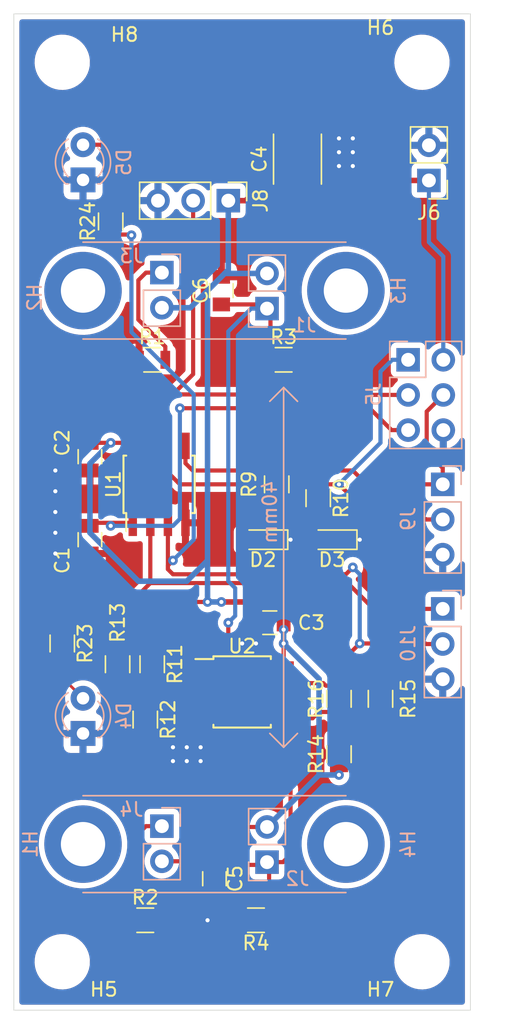
<source format=kicad_pcb>
(kicad_pcb (version 20191123) (host pcbnew "(5.99.0-492-g30da2b31e)")

  (general
    (thickness 1.6)
    (drawings 15)
    (tracks 255)
    (modules 43)
    (nets 19)
  )

  (page "A4")
  (layers
    (0 "F.Cu" signal)
    (31 "B.Cu" signal)
    (32 "B.Adhes" user)
    (33 "F.Adhes" user)
    (34 "B.Paste" user)
    (35 "F.Paste" user)
    (36 "B.SilkS" user)
    (37 "F.SilkS" user)
    (38 "B.Mask" user)
    (39 "F.Mask" user)
    (40 "Dwgs.User" user)
    (41 "Cmts.User" user)
    (42 "Eco1.User" user)
    (43 "Eco2.User" user)
    (44 "Edge.Cuts" user)
    (45 "Margin" user)
    (46 "B.CrtYd" user)
    (47 "F.CrtYd" user)
    (48 "B.Fab" user)
    (49 "F.Fab" user)
  )

  (setup
    (stackup
      (layer "F.SilkS" (type "Top Silk Screen"))
      (layer "F.Paste" (type "Top Solder Paste"))
      (layer "F.Mask" (type "Top Solder Mask") (color "Green") (thickness 0.01))
      (layer "F.Cu" (type "copper") (thickness 0.035))
      (layer "dielectric 1" (type "core") (thickness 1.51) (material "FR4") (epsilon_r 4.5) (loss_tangent 0.02))
      (layer "B.Cu" (type "copper") (thickness 0.035))
      (layer "B.Mask" (type "Bottom Solder Mask") (color "Green") (thickness 0.01))
      (layer "B.Paste" (type "Bottom Solder Paste"))
      (layer "B.SilkS" (type "Bottom Silk Screen"))
      (copper_finish "None")
      (dielectric_constraints no)
    )
    (last_trace_width 0.2)
    (user_trace_width 0.3)
    (user_trace_width 0.4)
    (trace_clearance 0.2)
    (zone_clearance 0.4)
    (zone_45_only no)
    (trace_min 0.2)
    (via_size 0.7)
    (via_drill 0.3)
    (via_min_size 0.4)
    (via_min_drill 0.3)
    (uvia_size 0.3)
    (uvia_drill 0.1)
    (uvias_allowed no)
    (uvia_min_size 0.2)
    (uvia_min_drill 0.1)
    (max_error 0.005)
    (defaults
      (edge_clearance 0.01)
      (edge_cuts_line_width 0.05)
      (courtyard_line_width 0.05)
      (copper_line_width 0.2)
      (copper_text_dims (size 1.5 1.5) (thickness 0.3))
      (silk_line_width 0.12)
      (silk_text_dims (size 1 1) (thickness 0.15))
      (other_layers_line_width 0.1)
      (other_layers_text_dims (size 1 1) (thickness 0.15))
    )
    (pad_size 1.524 1.524)
    (pad_drill 0.762)
    (pad_to_mask_clearance 0.051)
    (solder_mask_min_width 0.25)
    (aux_axis_origin 0 0)
    (visible_elements 7FFDFFFF)
    (pcbplotparams
      (layerselection 0x010fc_ffffffff)
      (usegerberextensions true)
      (usegerberattributes false)
      (usegerberadvancedattributes false)
      (creategerberjobfile false)
      (excludeedgelayer true)
      (linewidth 0.100000)
      (plotframeref false)
      (viasonmask false)
      (mode 1)
      (useauxorigin false)
      (hpglpennumber 1)
      (hpglpenspeed 20)
      (hpglpendiameter 15.000000)
      (psnegative false)
      (psa4output false)
      (plotreference true)
      (plotvalue false)
      (plotinvisibletext false)
      (padsonsilk false)
      (subtractmaskfromsilk true)
      (outputformat 1)
      (mirror false)
      (drillshape 0)
      (scaleselection 1)
      (outputdirectory "factory/0_1/")
    )
  )

  (net 0 "")
  (net 1 "/RESET")
  (net 2 "GND")
  (net 3 "+5V")
  (net 4 "Net-(D2-Pad2)")
  (net 5 "Net-(D3-Pad2)")
  (net 6 "Net-(D4-Pad2)")
  (net 7 "Net-(D5-Pad2)")
  (net 8 "/MISO")
  (net 9 "/SCK")
  (net 10 "/MOSI")
  (net 11 "/GLS2")
  (net 12 "/GLS1")
  (net 13 "/GL_SENS2")
  (net 14 "/GL_SENS1")
  (net 15 "/SCH1")
  (net 16 "/SCH2")
  (net 17 "Net-(J3-Pad1)")
  (net 18 "Net-(J4-Pad1)")

  (net_class "Default" "Dies ist die voreingestellte Netzklasse."
    (clearance 0.2)
    (trace_width 0.2)
    (via_dia 0.7)
    (via_drill 0.3)
    (uvia_dia 0.3)
    (uvia_drill 0.1)
    (add_net "+5V")
    (add_net "/GLS1")
    (add_net "/GLS2")
    (add_net "/GL_SENS1")
    (add_net "/GL_SENS2")
    (add_net "/MISO")
    (add_net "/MOSI")
    (add_net "/RESET")
    (add_net "/SCH1")
    (add_net "/SCH2")
    (add_net "/SCK")
    (add_net "GND")
    (add_net "Net-(D2-Pad2)")
    (add_net "Net-(D3-Pad2)")
    (add_net "Net-(D4-Pad2)")
    (add_net "Net-(D5-Pad2)")
    (add_net "Net-(J3-Pad1)")
    (add_net "Net-(J4-Pad1)")
  )

  (module "Capacitors_SMD:C_0805" (layer "F.Cu") (tedit 58AA8463) (tstamp 5DEFC673)
    (at 53 93 90)
    (descr "Capacitor SMD 0805, reflow soldering, AVX (see smccp.pdf)")
    (tags "capacitor 0805")
    (path "/5DF015F1")
    (attr smd)
    (fp_text reference "C6" (at 0 -1.5 90) (layer "F.SilkS")
      (effects (font (size 1 1) (thickness 0.15)))
    )
    (fp_text value "C" (at 0 1.75 90) (layer "F.Fab")
      (effects (font (size 1 1) (thickness 0.15)))
    )
    (fp_line (start 1.75 0.87) (end -1.75 0.87) (layer "F.CrtYd") (width 0.05))
    (fp_line (start 1.75 0.87) (end 1.75 -0.88) (layer "F.CrtYd") (width 0.05))
    (fp_line (start -1.75 -0.88) (end -1.75 0.87) (layer "F.CrtYd") (width 0.05))
    (fp_line (start -1.75 -0.88) (end 1.75 -0.88) (layer "F.CrtYd") (width 0.05))
    (fp_line (start -0.5 0.85) (end 0.5 0.85) (layer "F.SilkS") (width 0.12))
    (fp_line (start 0.5 -0.85) (end -0.5 -0.85) (layer "F.SilkS") (width 0.12))
    (fp_line (start -1 -0.62) (end 1 -0.62) (layer "F.Fab") (width 0.1))
    (fp_line (start 1 -0.62) (end 1 0.62) (layer "F.Fab") (width 0.1))
    (fp_line (start 1 0.62) (end -1 0.62) (layer "F.Fab") (width 0.1))
    (fp_line (start -1 0.62) (end -1 -0.62) (layer "F.Fab") (width 0.1))
    (fp_text user "%R" (at 0 -1.5 90) (layer "F.Fab")
      (effects (font (size 1 1) (thickness 0.15)))
    )
    (pad "1" smd rect (at -1 0 90) (size 1 1.25) (layers "F.Cu" "F.Paste" "F.Mask")
      (net 13 "/GL_SENS2"))
    (pad "2" smd rect (at 1 0 90) (size 1 1.25) (layers "F.Cu" "F.Paste" "F.Mask")
      (net 2 "GND"))
    (model "Capacitors_SMD.3dshapes/C_0805.wrl"
      (at (xyz 0 0 0))
      (scale (xyz 1 1 1))
      (rotate (xyz 0 0 0))
    )
  )

  (module "Capacitors_SMD:C_0805" (layer "F.Cu") (tedit 58AA8463) (tstamp 5DEFC670)
    (at 52.5 135.5 -90)
    (descr "Capacitor SMD 0805, reflow soldering, AVX (see smccp.pdf)")
    (tags "capacitor 0805")
    (path "/5DEFFDF9")
    (attr smd)
    (fp_text reference "C5" (at 0 -1.5 90) (layer "F.SilkS")
      (effects (font (size 1 1) (thickness 0.15)))
    )
    (fp_text value "C" (at 0 1.75 90) (layer "F.Fab")
      (effects (font (size 1 1) (thickness 0.15)))
    )
    (fp_line (start 1.75 0.87) (end -1.75 0.87) (layer "F.CrtYd") (width 0.05))
    (fp_line (start 1.75 0.87) (end 1.75 -0.88) (layer "F.CrtYd") (width 0.05))
    (fp_line (start -1.75 -0.88) (end -1.75 0.87) (layer "F.CrtYd") (width 0.05))
    (fp_line (start -1.75 -0.88) (end 1.75 -0.88) (layer "F.CrtYd") (width 0.05))
    (fp_line (start -0.5 0.85) (end 0.5 0.85) (layer "F.SilkS") (width 0.12))
    (fp_line (start 0.5 -0.85) (end -0.5 -0.85) (layer "F.SilkS") (width 0.12))
    (fp_line (start -1 -0.62) (end 1 -0.62) (layer "F.Fab") (width 0.1))
    (fp_line (start 1 -0.62) (end 1 0.62) (layer "F.Fab") (width 0.1))
    (fp_line (start 1 0.62) (end -1 0.62) (layer "F.Fab") (width 0.1))
    (fp_line (start -1 0.62) (end -1 -0.62) (layer "F.Fab") (width 0.1))
    (fp_text user "%R" (at 0 -1.5 90) (layer "F.Fab")
      (effects (font (size 1 1) (thickness 0.15)))
    )
    (pad "1" smd rect (at -1 0 270) (size 1 1.25) (layers "F.Cu" "F.Paste" "F.Mask")
      (net 14 "/GL_SENS1"))
    (pad "2" smd rect (at 1 0 270) (size 1 1.25) (layers "F.Cu" "F.Paste" "F.Mask")
      (net 2 "GND"))
    (model "Capacitors_SMD.3dshapes/C_0805.wrl"
      (at (xyz 0 0 0))
      (scale (xyz 1 1 1))
      (rotate (xyz 0 0 0))
    )
  )

  (module "Capacitors_SMD:C_1812" (layer "F.Cu") (tedit 58AA850E) (tstamp 5DEFBA4F)
    (at 58.5 83.5 90)
    (descr "Capacitor SMD 1812, reflow soldering, AVX (see smccp.pdf)")
    (tags "capacitor 1812")
    (path "/5DEFC7DA")
    (attr smd)
    (fp_text reference "C4" (at 0 -2.75 90) (layer "F.SilkS")
      (effects (font (size 1 1) (thickness 0.15)))
    )
    (fp_text value "C" (at 0 2.75 90) (layer "F.Fab")
      (effects (font (size 1 1) (thickness 0.15)))
    )
    (fp_line (start 3.05 1.85) (end -3.05 1.85) (layer "F.CrtYd") (width 0.05))
    (fp_line (start 3.05 1.85) (end 3.05 -1.85) (layer "F.CrtYd") (width 0.05))
    (fp_line (start -3.05 -1.85) (end -3.05 1.85) (layer "F.CrtYd") (width 0.05))
    (fp_line (start -3.05 -1.85) (end 3.05 -1.85) (layer "F.CrtYd") (width 0.05))
    (fp_line (start -1.8 1.73) (end 1.8 1.73) (layer "F.SilkS") (width 0.12))
    (fp_line (start 1.8 -1.73) (end -1.8 -1.73) (layer "F.SilkS") (width 0.12))
    (fp_line (start -2.25 -1.6) (end 2.25 -1.6) (layer "F.Fab") (width 0.1))
    (fp_line (start 2.25 -1.6) (end 2.25 1.6) (layer "F.Fab") (width 0.1))
    (fp_line (start 2.25 1.6) (end -2.25 1.6) (layer "F.Fab") (width 0.1))
    (fp_line (start -2.25 1.6) (end -2.25 -1.6) (layer "F.Fab") (width 0.1))
    (fp_text user "%R" (at 0 -2.75 90) (layer "F.Fab")
      (effects (font (size 1 1) (thickness 0.15)))
    )
    (pad "1" smd rect (at -2.3 0 90) (size 1 3) (layers "F.Cu" "F.Paste" "F.Mask")
      (net 3 "+5V"))
    (pad "2" smd rect (at 2.3 0 90) (size 1 3) (layers "F.Cu" "F.Paste" "F.Mask")
      (net 2 "GND"))
    (model "Capacitors_SMD.3dshapes/C_1812.wrl"
      (at (xyz 0 0 0))
      (scale (xyz 1 1 1))
      (rotate (xyz 0 0 0))
    )
  )

  (module "Housings_SOIC:TI_SO-PowerPAD-8" (layer "F.Cu") (tedit 5DEF6F08) (tstamp 5DEE4D21)
    (at 48.5 107 90)
    (descr "8-Lead Plastic PSOP, Exposed Die Pad (TI DDA0008B, see http://www.ti.com/lit/ds/symlink/lm3404.pdf)")
    (tags "SSOP 0.50 exposed pad")
    (path "/5DF21892")
    (attr smd)
    (fp_text reference "U1" (at 0 -3.3 90) (layer "F.SilkS")
      (effects (font (size 1 1) (thickness 0.15)))
    )
    (fp_text value "ATtiny45-20SU" (at 0 3.4 90) (layer "F.Fab")
      (effects (font (size 1 1) (thickness 0.15)))
    )
    (fp_line (start -0.95 -2.45) (end 1.95 -2.45) (layer "F.Fab") (width 0.15))
    (fp_line (start 1.95 -2.45) (end 1.95 2.45) (layer "F.Fab") (width 0.15))
    (fp_line (start 1.95 2.45) (end -1.95 2.45) (layer "F.Fab") (width 0.15))
    (fp_line (start -1.95 2.45) (end -1.95 -1.45) (layer "F.Fab") (width 0.15))
    (fp_line (start -1.95 -1.45) (end -0.95 -2.45) (layer "F.Fab") (width 0.15))
    (fp_line (start -4 -2.7) (end -4 2.7) (layer "F.CrtYd") (width 0.05))
    (fp_line (start 4 -2.7) (end 4 2.7) (layer "F.CrtYd") (width 0.05))
    (fp_line (start -4 -2.7) (end 4 -2.7) (layer "F.CrtYd") (width 0.05))
    (fp_line (start -4 2.7) (end 4 2.7) (layer "F.CrtYd") (width 0.05))
    (fp_line (start -2.075 -2.575) (end -2.075 -2.375) (layer "F.SilkS") (width 0.15))
    (fp_line (start 2.075 -2.575) (end 2.075 -2.375) (layer "F.SilkS") (width 0.15))
    (fp_line (start 2.075 2.575) (end 2.075 2.375) (layer "F.SilkS") (width 0.15))
    (fp_line (start -2.075 2.575) (end -2.075 2.375) (layer "F.SilkS") (width 0.15))
    (fp_line (start -2.075 -2.575) (end 2.075 -2.575) (layer "F.SilkS") (width 0.15))
    (fp_line (start -2.075 2.575) (end 2.075 2.575) (layer "F.SilkS") (width 0.15))
    (fp_line (start -2.075 -2.375) (end -3.375 -2.375) (layer "F.SilkS") (width 0.15))
    (fp_text user "%R" (at 0 0 90) (layer "F.Fab")
      (effects (font (size 1 1) (thickness 0.15)))
    )
    (pad "1" smd rect (at -2.78 -1.905 90) (size 1.91 0.61) (layers "F.Cu" "F.Paste" "F.Mask")
      (net 1 "/RESET"))
    (pad "2" smd rect (at -2.78 -0.635 90) (size 1.91 0.61) (layers "F.Cu" "F.Paste" "F.Mask")
      (net 12 "/GLS1"))
    (pad "3" smd rect (at -2.78 0.635 90) (size 1.91 0.61) (layers "F.Cu" "F.Paste" "F.Mask")
      (net 11 "/GLS2"))
    (pad "4" smd rect (at -2.78 1.905 90) (size 1.91 0.61) (layers "F.Cu" "F.Paste" "F.Mask")
      (net 2 "GND"))
    (pad "5" smd rect (at 2.78 1.905 90) (size 1.91 0.61) (layers "F.Cu" "F.Paste" "F.Mask")
      (net 10 "/MOSI"))
    (pad "6" smd rect (at 2.78 0.635 90) (size 1.91 0.61) (layers "F.Cu" "F.Paste" "F.Mask")
      (net 8 "/MISO"))
    (pad "7" smd rect (at 2.78 -0.635 90) (size 1.91 0.61) (layers "F.Cu" "F.Paste" "F.Mask")
      (net 9 "/SCK"))
    (pad "8" smd rect (at 2.78 -1.905 90) (size 1.91 0.61) (layers "F.Cu" "F.Paste" "F.Mask")
      (net 3 "+5V"))
    (model "${KISYS3DMOD}/Housings_SOIC.3dshapes/TI_SO-PowerPAD-8.wrl"
      (at (xyz 0 0 0))
      (scale (xyz 1 1 1))
      (rotate (xyz 0 0 0))
    )
  )

  (module "Housings_SOIC:TI_SO-PowerPAD-8" (layer "F.Cu") (tedit 5DEF6ECB) (tstamp 5DEE4D24)
    (at 54.5 122)
    (descr "8-Lead Plastic PSOP, Exposed Die Pad (TI DDA0008B, see http://www.ti.com/lit/ds/symlink/lm3404.pdf)")
    (tags "SSOP 0.50 exposed pad")
    (path "/5DEE48B4")
    (attr smd)
    (fp_text reference "U2" (at 0 -3.3) (layer "F.SilkS")
      (effects (font (size 1 1) (thickness 0.15)))
    )
    (fp_text value "OPA2691" (at 0 3.4) (layer "F.Fab")
      (effects (font (size 1 1) (thickness 0.15)))
    )
    (fp_line (start -0.95 -2.45) (end 1.95 -2.45) (layer "F.Fab") (width 0.15))
    (fp_line (start 1.95 -2.45) (end 1.95 2.45) (layer "F.Fab") (width 0.15))
    (fp_line (start 1.95 2.45) (end -1.95 2.45) (layer "F.Fab") (width 0.15))
    (fp_line (start -1.95 2.45) (end -1.95 -1.45) (layer "F.Fab") (width 0.15))
    (fp_line (start -1.95 -1.45) (end -0.95 -2.45) (layer "F.Fab") (width 0.15))
    (fp_line (start -4 -2.7) (end -4 2.7) (layer "F.CrtYd") (width 0.05))
    (fp_line (start 4 -2.7) (end 4 2.7) (layer "F.CrtYd") (width 0.05))
    (fp_line (start -4 -2.7) (end 4 -2.7) (layer "F.CrtYd") (width 0.05))
    (fp_line (start -4 2.7) (end 4 2.7) (layer "F.CrtYd") (width 0.05))
    (fp_line (start -2.075 -2.575) (end -2.075 -2.375) (layer "F.SilkS") (width 0.15))
    (fp_line (start 2.075 -2.575) (end 2.075 -2.375) (layer "F.SilkS") (width 0.15))
    (fp_line (start 2.075 2.575) (end 2.075 2.375) (layer "F.SilkS") (width 0.15))
    (fp_line (start -2.075 2.575) (end -2.075 2.375) (layer "F.SilkS") (width 0.15))
    (fp_line (start -2.075 -2.575) (end 2.075 -2.575) (layer "F.SilkS") (width 0.15))
    (fp_line (start -2.075 2.575) (end 2.075 2.575) (layer "F.SilkS") (width 0.15))
    (fp_line (start -2.075 -2.375) (end -3.375 -2.375) (layer "F.SilkS") (width 0.15))
    (fp_text user "%R" (at 0 0) (layer "F.Fab")
      (effects (font (size 1 1) (thickness 0.15)))
    )
    (pad "1" smd rect (at -2.78 -1.905) (size 1.91 0.61) (layers "F.Cu" "F.Paste" "F.Mask")
      (net 12 "/GLS1"))
    (pad "2" smd rect (at -2.78 -0.635) (size 1.91 0.61) (layers "F.Cu" "F.Paste" "F.Mask")
      (net 14 "/GL_SENS1"))
    (pad "3" smd rect (at -2.78 0.635) (size 1.91 0.61) (layers "F.Cu" "F.Paste" "F.Mask")
      (net 15 "/SCH1"))
    (pad "4" smd rect (at -2.78 1.905) (size 1.91 0.61) (layers "F.Cu" "F.Paste" "F.Mask")
      (net 2 "GND"))
    (pad "5" smd rect (at 2.78 1.905) (size 1.91 0.61) (layers "F.Cu" "F.Paste" "F.Mask")
      (net 16 "/SCH2"))
    (pad "6" smd rect (at 2.78 0.635) (size 1.91 0.61) (layers "F.Cu" "F.Paste" "F.Mask")
      (net 13 "/GL_SENS2"))
    (pad "7" smd rect (at 2.78 -0.635) (size 1.91 0.61) (layers "F.Cu" "F.Paste" "F.Mask")
      (net 11 "/GLS2"))
    (pad "8" smd rect (at 2.78 -1.905) (size 1.91 0.61) (layers "F.Cu" "F.Paste" "F.Mask")
      (net 3 "+5V"))
    (model "${KISYS3DMOD}/Housings_SOIC.3dshapes/TI_SO-PowerPAD-8.wrl"
      (at (xyz 0 0 0))
      (scale (xyz 1 1 1))
      (rotate (xyz 0 0 0))
    )
  )

  (module "LEDs:LED_D3.0mm_FlatTop" (layer "B.Cu") (tedit 5880A862) (tstamp 5DEE4CA0)
    (at 43 85 90)
    (descr "LED, Round, FlatTop, diameter 3.0mm, 2 pins, http://www.kingbright.com/attachments/file/psearch/000/00/00/L-47XEC(Ver.9A).pdf")
    (tags "LED Round FlatTop diameter 3.0mm 2 pins")
    (path "/5DF23D00")
    (fp_text reference "D5" (at 1.27 2.96 270) (layer "B.SilkS")
      (effects (font (size 1 1) (thickness 0.15)) (justify mirror))
    )
    (fp_text value "LED" (at 1.27 -2.96 270) (layer "B.Fab")
      (effects (font (size 1 1) (thickness 0.15)) (justify mirror))
    )
    (fp_arc (start 1.27 0) (end -0.23 1.16619) (angle -284.3) (layer "B.Fab") (width 0.1))
    (fp_arc (start 1.27 0) (end -0.29 1.235516) (angle -108.8) (layer "B.SilkS") (width 0.12))
    (fp_arc (start 1.27 0) (end -0.29 -1.235516) (angle 108.8) (layer "B.SilkS") (width 0.12))
    (fp_arc (start 1.27 0) (end 0.229039 1.08) (angle -87.9) (layer "B.SilkS") (width 0.12))
    (fp_arc (start 1.27 0) (end 0.229039 -1.08) (angle 87.9) (layer "B.SilkS") (width 0.12))
    (fp_circle (center 1.27 0) (end 2.77 0) (layer "B.Fab") (width 0.1))
    (fp_line (start -0.23 1.16619) (end -0.23 -1.16619) (layer "B.Fab") (width 0.1))
    (fp_line (start -0.29 1.236) (end -0.29 1.08) (layer "B.SilkS") (width 0.12))
    (fp_line (start -0.29 -1.08) (end -0.29 -1.236) (layer "B.SilkS") (width 0.12))
    (fp_line (start -1.15 2.25) (end -1.15 -2.25) (layer "B.CrtYd") (width 0.05))
    (fp_line (start -1.15 -2.25) (end 3.7 -2.25) (layer "B.CrtYd") (width 0.05))
    (fp_line (start 3.7 -2.25) (end 3.7 2.25) (layer "B.CrtYd") (width 0.05))
    (fp_line (start 3.7 2.25) (end -1.15 2.25) (layer "B.CrtYd") (width 0.05))
    (pad "1" thru_hole rect (at 0 0 90) (size 1.8 1.8) (drill 0.9) (layers *.Cu *.Mask)
      (net 2 "GND"))
    (pad "2" thru_hole circle (at 2.54 0 90) (size 1.8 1.8) (drill 0.9) (layers *.Cu *.Mask)
      (net 7 "Net-(D5-Pad2)"))
    (model "${KISYS3DMOD}/LEDs.3dshapes/LED_D3.0mm_FlatTop.wrl"
      (at (xyz 0 0 0))
      (scale (xyz 0.393701 0.393701 0.393701))
      (rotate (xyz 0 0 0))
    )
  )

  (module "LEDs:LED_D3.0mm_FlatTop" (layer "B.Cu") (tedit 5880A862) (tstamp 5DEE4C9D)
    (at 43 125 90)
    (descr "LED, Round, FlatTop, diameter 3.0mm, 2 pins, http://www.kingbright.com/attachments/file/psearch/000/00/00/L-47XEC(Ver.9A).pdf")
    (tags "LED Round FlatTop diameter 3.0mm 2 pins")
    (path "/5DF23CE1")
    (fp_text reference "D4" (at 1.27 2.96 270) (layer "B.SilkS")
      (effects (font (size 1 1) (thickness 0.15)) (justify mirror))
    )
    (fp_text value "LED" (at 1.27 -2.96 270) (layer "B.Fab")
      (effects (font (size 1 1) (thickness 0.15)) (justify mirror))
    )
    (fp_arc (start 1.27 0) (end -0.23 1.16619) (angle -284.3) (layer "B.Fab") (width 0.1))
    (fp_arc (start 1.27 0) (end -0.29 1.235516) (angle -108.8) (layer "B.SilkS") (width 0.12))
    (fp_arc (start 1.27 0) (end -0.29 -1.235516) (angle 108.8) (layer "B.SilkS") (width 0.12))
    (fp_arc (start 1.27 0) (end 0.229039 1.08) (angle -87.9) (layer "B.SilkS") (width 0.12))
    (fp_arc (start 1.27 0) (end 0.229039 -1.08) (angle 87.9) (layer "B.SilkS") (width 0.12))
    (fp_circle (center 1.27 0) (end 2.77 0) (layer "B.Fab") (width 0.1))
    (fp_line (start -0.23 1.16619) (end -0.23 -1.16619) (layer "B.Fab") (width 0.1))
    (fp_line (start -0.29 1.236) (end -0.29 1.08) (layer "B.SilkS") (width 0.12))
    (fp_line (start -0.29 -1.08) (end -0.29 -1.236) (layer "B.SilkS") (width 0.12))
    (fp_line (start -1.15 2.25) (end -1.15 -2.25) (layer "B.CrtYd") (width 0.05))
    (fp_line (start -1.15 -2.25) (end 3.7 -2.25) (layer "B.CrtYd") (width 0.05))
    (fp_line (start 3.7 -2.25) (end 3.7 2.25) (layer "B.CrtYd") (width 0.05))
    (fp_line (start 3.7 2.25) (end -1.15 2.25) (layer "B.CrtYd") (width 0.05))
    (pad "1" thru_hole rect (at 0 0 90) (size 1.8 1.8) (drill 0.9) (layers *.Cu *.Mask)
      (net 2 "GND"))
    (pad "2" thru_hole circle (at 2.54 0 90) (size 1.8 1.8) (drill 0.9) (layers *.Cu *.Mask)
      (net 6 "Net-(D4-Pad2)"))
    (model "${KISYS3DMOD}/LEDs.3dshapes/LED_D3.0mm_FlatTop.wrl"
      (at (xyz 0 0 0))
      (scale (xyz 0.393701 0.393701 0.393701))
      (rotate (xyz 0 0 0))
    )
  )

  (module "Resistors_SMD:R_0805" (layer "F.Cu") (tedit 58E0A804) (tstamp 5DEE4D1E)
    (at 45 88 90)
    (descr "Resistor SMD 0805, reflow soldering, Vishay (see dcrcw.pdf)")
    (tags "resistor 0805")
    (path "/5DF23D1F")
    (attr smd)
    (fp_text reference "R24" (at 0 -1.65 90) (layer "F.SilkS")
      (effects (font (size 1 1) (thickness 0.15)))
    )
    (fp_text value "R" (at 0 1.75 90) (layer "F.Fab")
      (effects (font (size 1 1) (thickness 0.15)))
    )
    (fp_text user "%R" (at 0 0 90) (layer "F.Fab")
      (effects (font (size 0.5 0.5) (thickness 0.075)))
    )
    (fp_line (start -1 0.62) (end -1 -0.62) (layer "F.Fab") (width 0.1))
    (fp_line (start 1 0.62) (end -1 0.62) (layer "F.Fab") (width 0.1))
    (fp_line (start 1 -0.62) (end 1 0.62) (layer "F.Fab") (width 0.1))
    (fp_line (start -1 -0.62) (end 1 -0.62) (layer "F.Fab") (width 0.1))
    (fp_line (start 0.6 0.88) (end -0.6 0.88) (layer "F.SilkS") (width 0.12))
    (fp_line (start -0.6 -0.88) (end 0.6 -0.88) (layer "F.SilkS") (width 0.12))
    (fp_line (start -1.55 -0.9) (end 1.55 -0.9) (layer "F.CrtYd") (width 0.05))
    (fp_line (start -1.55 -0.9) (end -1.55 0.9) (layer "F.CrtYd") (width 0.05))
    (fp_line (start 1.55 0.9) (end 1.55 -0.9) (layer "F.CrtYd") (width 0.05))
    (fp_line (start 1.55 0.9) (end -1.55 0.9) (layer "F.CrtYd") (width 0.05))
    (pad "1" smd rect (at -0.95 0 90) (size 0.7 1.3) (layers "F.Cu" "F.Paste" "F.Mask")
      (net 11 "/GLS2"))
    (pad "2" smd rect (at 0.95 0 90) (size 0.7 1.3) (layers "F.Cu" "F.Paste" "F.Mask")
      (net 7 "Net-(D5-Pad2)"))
    (model "${KISYS3DMOD}/Resistors_SMD.3dshapes/R_0805.wrl"
      (at (xyz 0 0 0))
      (scale (xyz 1 1 1))
      (rotate (xyz 0 0 0))
    )
  )

  (module "Resistors_SMD:R_0805" (layer "F.Cu") (tedit 58E0A804) (tstamp 5DEE4D1B)
    (at 41.5 118.5 -90)
    (descr "Resistor SMD 0805, reflow soldering, Vishay (see dcrcw.pdf)")
    (tags "resistor 0805")
    (path "/5DF23CD0")
    (attr smd)
    (fp_text reference "R23" (at 0 -1.65 90) (layer "F.SilkS")
      (effects (font (size 1 1) (thickness 0.15)))
    )
    (fp_text value "R" (at 0 1.75 90) (layer "F.Fab")
      (effects (font (size 1 1) (thickness 0.15)))
    )
    (fp_text user "%R" (at 0 0 90) (layer "F.Fab")
      (effects (font (size 0.5 0.5) (thickness 0.075)))
    )
    (fp_line (start -1 0.62) (end -1 -0.62) (layer "F.Fab") (width 0.1))
    (fp_line (start 1 0.62) (end -1 0.62) (layer "F.Fab") (width 0.1))
    (fp_line (start 1 -0.62) (end 1 0.62) (layer "F.Fab") (width 0.1))
    (fp_line (start -1 -0.62) (end 1 -0.62) (layer "F.Fab") (width 0.1))
    (fp_line (start 0.6 0.88) (end -0.6 0.88) (layer "F.SilkS") (width 0.12))
    (fp_line (start -0.6 -0.88) (end 0.6 -0.88) (layer "F.SilkS") (width 0.12))
    (fp_line (start -1.55 -0.9) (end 1.55 -0.9) (layer "F.CrtYd") (width 0.05))
    (fp_line (start -1.55 -0.9) (end -1.55 0.9) (layer "F.CrtYd") (width 0.05))
    (fp_line (start 1.55 0.9) (end 1.55 -0.9) (layer "F.CrtYd") (width 0.05))
    (fp_line (start 1.55 0.9) (end -1.55 0.9) (layer "F.CrtYd") (width 0.05))
    (pad "1" smd rect (at -0.95 0 270) (size 0.7 1.3) (layers "F.Cu" "F.Paste" "F.Mask")
      (net 12 "/GLS1"))
    (pad "2" smd rect (at 0.95 0 270) (size 0.7 1.3) (layers "F.Cu" "F.Paste" "F.Mask")
      (net 6 "Net-(D4-Pad2)"))
    (model "${KISYS3DMOD}/Resistors_SMD.3dshapes/R_0805.wrl"
      (at (xyz 0 0 0))
      (scale (xyz 1 1 1))
      (rotate (xyz 0 0 0))
    )
  )

  (module "Resistors_SMD:R_0805" (layer "F.Cu") (tedit 58E0A804) (tstamp 5DEE4D06)
    (at 61.5 122.5 90)
    (descr "Resistor SMD 0805, reflow soldering, Vishay (see dcrcw.pdf)")
    (tags "resistor 0805")
    (path "/5DF03F3B")
    (attr smd)
    (fp_text reference "R16" (at 0 -1.65 90) (layer "F.SilkS")
      (effects (font (size 1 1) (thickness 0.15)))
    )
    (fp_text value "56k" (at 0 1.75 90) (layer "F.Fab")
      (effects (font (size 1 1) (thickness 0.15)))
    )
    (fp_text user "%R" (at 0 0 90) (layer "F.Fab")
      (effects (font (size 0.5 0.5) (thickness 0.075)))
    )
    (fp_line (start -1 0.62) (end -1 -0.62) (layer "F.Fab") (width 0.1))
    (fp_line (start 1 0.62) (end -1 0.62) (layer "F.Fab") (width 0.1))
    (fp_line (start 1 -0.62) (end 1 0.62) (layer "F.Fab") (width 0.1))
    (fp_line (start -1 -0.62) (end 1 -0.62) (layer "F.Fab") (width 0.1))
    (fp_line (start 0.6 0.88) (end -0.6 0.88) (layer "F.SilkS") (width 0.12))
    (fp_line (start -0.6 -0.88) (end 0.6 -0.88) (layer "F.SilkS") (width 0.12))
    (fp_line (start -1.55 -0.9) (end 1.55 -0.9) (layer "F.CrtYd") (width 0.05))
    (fp_line (start -1.55 -0.9) (end -1.55 0.9) (layer "F.CrtYd") (width 0.05))
    (fp_line (start 1.55 0.9) (end 1.55 -0.9) (layer "F.CrtYd") (width 0.05))
    (fp_line (start 1.55 0.9) (end -1.55 0.9) (layer "F.CrtYd") (width 0.05))
    (pad "1" smd rect (at -0.95 0 90) (size 0.7 1.3) (layers "F.Cu" "F.Paste" "F.Mask")
      (net 16 "/SCH2"))
    (pad "2" smd rect (at 0.95 0 90) (size 0.7 1.3) (layers "F.Cu" "F.Paste" "F.Mask")
      (net 11 "/GLS2"))
    (model "${KISYS3DMOD}/Resistors_SMD.3dshapes/R_0805.wrl"
      (at (xyz 0 0 0))
      (scale (xyz 1 1 1))
      (rotate (xyz 0 0 0))
    )
  )

  (module "Resistors_SMD:R_0805" (layer "F.Cu") (tedit 58E0A804) (tstamp 5DEE4D03)
    (at 64.5 122.5 90)
    (descr "Resistor SMD 0805, reflow soldering, Vishay (see dcrcw.pdf)")
    (tags "resistor 0805")
    (path "/5DF03F5D")
    (attr smd)
    (fp_text reference "R15" (at 0 2 90) (layer "F.SilkS")
      (effects (font (size 1 1) (thickness 0.15)))
    )
    (fp_text value "4k" (at 0 1.75 90) (layer "F.Fab")
      (effects (font (size 1 1) (thickness 0.15)))
    )
    (fp_text user "%R" (at 0 0 90) (layer "F.Fab")
      (effects (font (size 0.5 0.5) (thickness 0.075)))
    )
    (fp_line (start -1 0.62) (end -1 -0.62) (layer "F.Fab") (width 0.1))
    (fp_line (start 1 0.62) (end -1 0.62) (layer "F.Fab") (width 0.1))
    (fp_line (start 1 -0.62) (end 1 0.62) (layer "F.Fab") (width 0.1))
    (fp_line (start -1 -0.62) (end 1 -0.62) (layer "F.Fab") (width 0.1))
    (fp_line (start 0.6 0.88) (end -0.6 0.88) (layer "F.SilkS") (width 0.12))
    (fp_line (start -0.6 -0.88) (end 0.6 -0.88) (layer "F.SilkS") (width 0.12))
    (fp_line (start -1.55 -0.9) (end 1.55 -0.9) (layer "F.CrtYd") (width 0.05))
    (fp_line (start -1.55 -0.9) (end -1.55 0.9) (layer "F.CrtYd") (width 0.05))
    (fp_line (start 1.55 0.9) (end 1.55 -0.9) (layer "F.CrtYd") (width 0.05))
    (fp_line (start 1.55 0.9) (end -1.55 0.9) (layer "F.CrtYd") (width 0.05))
    (pad "1" smd rect (at -0.95 0 90) (size 0.7 1.3) (layers "F.Cu" "F.Paste" "F.Mask")
      (net 16 "/SCH2"))
    (pad "2" smd rect (at 0.95 0 90) (size 0.7 1.3) (layers "F.Cu" "F.Paste" "F.Mask")
      (net 2 "GND"))
    (model "${KISYS3DMOD}/Resistors_SMD.3dshapes/R_0805.wrl"
      (at (xyz 0 0 0))
      (scale (xyz 1 1 1))
      (rotate (xyz 0 0 0))
    )
  )

  (module "Resistors_SMD:R_0805" (layer "F.Cu") (tedit 58E0A804) (tstamp 5DEE4D00)
    (at 61.5 126.5 90)
    (descr "Resistor SMD 0805, reflow soldering, Vishay (see dcrcw.pdf)")
    (tags "resistor 0805")
    (path "/5DEFD554")
    (attr smd)
    (fp_text reference "R14" (at 0 -1.65 90) (layer "F.SilkS")
      (effects (font (size 1 1) (thickness 0.15)))
    )
    (fp_text value "1k" (at 0 1.75 90) (layer "F.Fab")
      (effects (font (size 1 1) (thickness 0.15)))
    )
    (fp_text user "%R" (at 0 0 90) (layer "F.Fab")
      (effects (font (size 0.5 0.5) (thickness 0.075)))
    )
    (fp_line (start -1 0.62) (end -1 -0.62) (layer "F.Fab") (width 0.1))
    (fp_line (start 1 0.62) (end -1 0.62) (layer "F.Fab") (width 0.1))
    (fp_line (start 1 -0.62) (end 1 0.62) (layer "F.Fab") (width 0.1))
    (fp_line (start -1 -0.62) (end 1 -0.62) (layer "F.Fab") (width 0.1))
    (fp_line (start 0.6 0.88) (end -0.6 0.88) (layer "F.SilkS") (width 0.12))
    (fp_line (start -0.6 -0.88) (end 0.6 -0.88) (layer "F.SilkS") (width 0.12))
    (fp_line (start -1.55 -0.9) (end 1.55 -0.9) (layer "F.CrtYd") (width 0.05))
    (fp_line (start -1.55 -0.9) (end -1.55 0.9) (layer "F.CrtYd") (width 0.05))
    (fp_line (start 1.55 0.9) (end 1.55 -0.9) (layer "F.CrtYd") (width 0.05))
    (fp_line (start 1.55 0.9) (end -1.55 0.9) (layer "F.CrtYd") (width 0.05))
    (pad "1" smd rect (at -0.95 0 90) (size 0.7 1.3) (layers "F.Cu" "F.Paste" "F.Mask")
      (net 3 "+5V"))
    (pad "2" smd rect (at 0.95 0 90) (size 0.7 1.3) (layers "F.Cu" "F.Paste" "F.Mask")
      (net 16 "/SCH2"))
    (model "${KISYS3DMOD}/Resistors_SMD.3dshapes/R_0805.wrl"
      (at (xyz 0 0 0))
      (scale (xyz 1 1 1))
      (rotate (xyz 0 0 0))
    )
  )

  (module "Resistors_SMD:R_0805" (layer "F.Cu") (tedit 58E0A804) (tstamp 5DEE4CFD)
    (at 45.5 120 -90)
    (descr "Resistor SMD 0805, reflow soldering, Vishay (see dcrcw.pdf)")
    (tags "resistor 0805")
    (path "/5DF1F5B9")
    (attr smd)
    (fp_text reference "R13" (at -3 0 90) (layer "F.SilkS")
      (effects (font (size 1 1) (thickness 0.15)))
    )
    (fp_text value "R" (at 0 1.75 90) (layer "F.Fab")
      (effects (font (size 1 1) (thickness 0.15)))
    )
    (fp_text user "%R" (at 0 0 90) (layer "F.Fab")
      (effects (font (size 0.5 0.5) (thickness 0.075)))
    )
    (fp_line (start -1 0.62) (end -1 -0.62) (layer "F.Fab") (width 0.1))
    (fp_line (start 1 0.62) (end -1 0.62) (layer "F.Fab") (width 0.1))
    (fp_line (start 1 -0.62) (end 1 0.62) (layer "F.Fab") (width 0.1))
    (fp_line (start -1 -0.62) (end 1 -0.62) (layer "F.Fab") (width 0.1))
    (fp_line (start 0.6 0.88) (end -0.6 0.88) (layer "F.SilkS") (width 0.12))
    (fp_line (start -0.6 -0.88) (end 0.6 -0.88) (layer "F.SilkS") (width 0.12))
    (fp_line (start -1.55 -0.9) (end 1.55 -0.9) (layer "F.CrtYd") (width 0.05))
    (fp_line (start -1.55 -0.9) (end -1.55 0.9) (layer "F.CrtYd") (width 0.05))
    (fp_line (start 1.55 0.9) (end 1.55 -0.9) (layer "F.CrtYd") (width 0.05))
    (fp_line (start 1.55 0.9) (end -1.55 0.9) (layer "F.CrtYd") (width 0.05))
    (pad "1" smd rect (at -0.95 0 270) (size 0.7 1.3) (layers "F.Cu" "F.Paste" "F.Mask")
      (net 12 "/GLS1"))
    (pad "2" smd rect (at 0.95 0 270) (size 0.7 1.3) (layers "F.Cu" "F.Paste" "F.Mask")
      (net 15 "/SCH1"))
    (model "${KISYS3DMOD}/Resistors_SMD.3dshapes/R_0805.wrl"
      (at (xyz 0 0 0))
      (scale (xyz 1 1 1))
      (rotate (xyz 0 0 0))
    )
  )

  (module "Resistors_SMD:R_0805" (layer "F.Cu") (tedit 58E0A804) (tstamp 5DEE4CFA)
    (at 47.5 124 -90)
    (descr "Resistor SMD 0805, reflow soldering, Vishay (see dcrcw.pdf)")
    (tags "resistor 0805")
    (path "/5DF03F08")
    (attr smd)
    (fp_text reference "R12" (at 0 -1.65 90) (layer "F.SilkS")
      (effects (font (size 1 1) (thickness 0.15)))
    )
    (fp_text value "R" (at 0 1.75 90) (layer "F.Fab")
      (effects (font (size 1 1) (thickness 0.15)))
    )
    (fp_text user "%R" (at 0 0 90) (layer "F.Fab")
      (effects (font (size 0.5 0.5) (thickness 0.075)))
    )
    (fp_line (start -1 0.62) (end -1 -0.62) (layer "F.Fab") (width 0.1))
    (fp_line (start 1 0.62) (end -1 0.62) (layer "F.Fab") (width 0.1))
    (fp_line (start 1 -0.62) (end 1 0.62) (layer "F.Fab") (width 0.1))
    (fp_line (start -1 -0.62) (end 1 -0.62) (layer "F.Fab") (width 0.1))
    (fp_line (start 0.6 0.88) (end -0.6 0.88) (layer "F.SilkS") (width 0.12))
    (fp_line (start -0.6 -0.88) (end 0.6 -0.88) (layer "F.SilkS") (width 0.12))
    (fp_line (start -1.55 -0.9) (end 1.55 -0.9) (layer "F.CrtYd") (width 0.05))
    (fp_line (start -1.55 -0.9) (end -1.55 0.9) (layer "F.CrtYd") (width 0.05))
    (fp_line (start 1.55 0.9) (end 1.55 -0.9) (layer "F.CrtYd") (width 0.05))
    (fp_line (start 1.55 0.9) (end -1.55 0.9) (layer "F.CrtYd") (width 0.05))
    (pad "1" smd rect (at -0.95 0 270) (size 0.7 1.3) (layers "F.Cu" "F.Paste" "F.Mask")
      (net 15 "/SCH1"))
    (pad "2" smd rect (at 0.95 0 270) (size 0.7 1.3) (layers "F.Cu" "F.Paste" "F.Mask")
      (net 2 "GND"))
    (model "${KISYS3DMOD}/Resistors_SMD.3dshapes/R_0805.wrl"
      (at (xyz 0 0 0))
      (scale (xyz 1 1 1))
      (rotate (xyz 0 0 0))
    )
  )

  (module "Resistors_SMD:R_0805" (layer "F.Cu") (tedit 58E0A804) (tstamp 5DEE4CF7)
    (at 48 120 -90)
    (descr "Resistor SMD 0805, reflow soldering, Vishay (see dcrcw.pdf)")
    (tags "resistor 0805")
    (path "/5DEFEDF4")
    (attr smd)
    (fp_text reference "R11" (at 0 -1.65 90) (layer "F.SilkS")
      (effects (font (size 1 1) (thickness 0.15)))
    )
    (fp_text value "R" (at 0 1.75 90) (layer "F.Fab")
      (effects (font (size 1 1) (thickness 0.15)))
    )
    (fp_text user "%R" (at 0 0 90) (layer "F.Fab")
      (effects (font (size 0.5 0.5) (thickness 0.075)))
    )
    (fp_line (start -1 0.62) (end -1 -0.62) (layer "F.Fab") (width 0.1))
    (fp_line (start 1 0.62) (end -1 0.62) (layer "F.Fab") (width 0.1))
    (fp_line (start 1 -0.62) (end 1 0.62) (layer "F.Fab") (width 0.1))
    (fp_line (start -1 -0.62) (end 1 -0.62) (layer "F.Fab") (width 0.1))
    (fp_line (start 0.6 0.88) (end -0.6 0.88) (layer "F.SilkS") (width 0.12))
    (fp_line (start -0.6 -0.88) (end 0.6 -0.88) (layer "F.SilkS") (width 0.12))
    (fp_line (start -1.55 -0.9) (end 1.55 -0.9) (layer "F.CrtYd") (width 0.05))
    (fp_line (start -1.55 -0.9) (end -1.55 0.9) (layer "F.CrtYd") (width 0.05))
    (fp_line (start 1.55 0.9) (end 1.55 -0.9) (layer "F.CrtYd") (width 0.05))
    (fp_line (start 1.55 0.9) (end -1.55 0.9) (layer "F.CrtYd") (width 0.05))
    (pad "1" smd rect (at -0.95 0 270) (size 0.7 1.3) (layers "F.Cu" "F.Paste" "F.Mask")
      (net 3 "+5V"))
    (pad "2" smd rect (at 0.95 0 270) (size 0.7 1.3) (layers "F.Cu" "F.Paste" "F.Mask")
      (net 15 "/SCH1"))
    (model "${KISYS3DMOD}/Resistors_SMD.3dshapes/R_0805.wrl"
      (at (xyz 0 0 0))
      (scale (xyz 1 1 1))
      (rotate (xyz 0 0 0))
    )
  )

  (module "Resistors_SMD:R_0805" (layer "F.Cu") (tedit 58E0A804) (tstamp 5DEE4CF4)
    (at 60 108 -90)
    (descr "Resistor SMD 0805, reflow soldering, Vishay (see dcrcw.pdf)")
    (tags "resistor 0805")
    (path "/5DEEDA21")
    (attr smd)
    (fp_text reference "R10" (at 0 -1.65 90) (layer "F.SilkS")
      (effects (font (size 1 1) (thickness 0.15)))
    )
    (fp_text value "R" (at 0 1.75 90) (layer "F.Fab")
      (effects (font (size 1 1) (thickness 0.15)))
    )
    (fp_text user "%R" (at 0 0 90) (layer "F.Fab")
      (effects (font (size 0.5 0.5) (thickness 0.075)))
    )
    (fp_line (start -1 0.62) (end -1 -0.62) (layer "F.Fab") (width 0.1))
    (fp_line (start 1 0.62) (end -1 0.62) (layer "F.Fab") (width 0.1))
    (fp_line (start 1 -0.62) (end 1 0.62) (layer "F.Fab") (width 0.1))
    (fp_line (start -1 -0.62) (end 1 -0.62) (layer "F.Fab") (width 0.1))
    (fp_line (start 0.6 0.88) (end -0.6 0.88) (layer "F.SilkS") (width 0.12))
    (fp_line (start -0.6 -0.88) (end 0.6 -0.88) (layer "F.SilkS") (width 0.12))
    (fp_line (start -1.55 -0.9) (end 1.55 -0.9) (layer "F.CrtYd") (width 0.05))
    (fp_line (start -1.55 -0.9) (end -1.55 0.9) (layer "F.CrtYd") (width 0.05))
    (fp_line (start 1.55 0.9) (end 1.55 -0.9) (layer "F.CrtYd") (width 0.05))
    (fp_line (start 1.55 0.9) (end -1.55 0.9) (layer "F.CrtYd") (width 0.05))
    (pad "1" smd rect (at -0.95 0 270) (size 0.7 1.3) (layers "F.Cu" "F.Paste" "F.Mask")
      (net 8 "/MISO"))
    (pad "2" smd rect (at 0.95 0 270) (size 0.7 1.3) (layers "F.Cu" "F.Paste" "F.Mask")
      (net 5 "Net-(D3-Pad2)"))
    (model "${KISYS3DMOD}/Resistors_SMD.3dshapes/R_0805.wrl"
      (at (xyz 0 0 0))
      (scale (xyz 1 1 1))
      (rotate (xyz 0 0 0))
    )
  )

  (module "Resistors_SMD:R_0805" (layer "F.Cu") (tedit 58E0A804) (tstamp 5DEE4CF1)
    (at 57 107 -90)
    (descr "Resistor SMD 0805, reflow soldering, Vishay (see dcrcw.pdf)")
    (tags "resistor 0805")
    (path "/5DEE2AE2")
    (attr smd)
    (fp_text reference "R9" (at 0 2 90) (layer "F.SilkS")
      (effects (font (size 1 1) (thickness 0.15)))
    )
    (fp_text value "R" (at 0 1.75 90) (layer "F.Fab")
      (effects (font (size 1 1) (thickness 0.15)))
    )
    (fp_text user "%R" (at 0 0 90) (layer "F.Fab")
      (effects (font (size 0.5 0.5) (thickness 0.075)))
    )
    (fp_line (start -1 0.62) (end -1 -0.62) (layer "F.Fab") (width 0.1))
    (fp_line (start 1 0.62) (end -1 0.62) (layer "F.Fab") (width 0.1))
    (fp_line (start 1 -0.62) (end 1 0.62) (layer "F.Fab") (width 0.1))
    (fp_line (start -1 -0.62) (end 1 -0.62) (layer "F.Fab") (width 0.1))
    (fp_line (start 0.6 0.88) (end -0.6 0.88) (layer "F.SilkS") (width 0.12))
    (fp_line (start -0.6 -0.88) (end 0.6 -0.88) (layer "F.SilkS") (width 0.12))
    (fp_line (start -1.55 -0.9) (end 1.55 -0.9) (layer "F.CrtYd") (width 0.05))
    (fp_line (start -1.55 -0.9) (end -1.55 0.9) (layer "F.CrtYd") (width 0.05))
    (fp_line (start 1.55 0.9) (end 1.55 -0.9) (layer "F.CrtYd") (width 0.05))
    (fp_line (start 1.55 0.9) (end -1.55 0.9) (layer "F.CrtYd") (width 0.05))
    (pad "1" smd rect (at -0.95 0 270) (size 0.7 1.3) (layers "F.Cu" "F.Paste" "F.Mask")
      (net 10 "/MOSI"))
    (pad "2" smd rect (at 0.95 0 270) (size 0.7 1.3) (layers "F.Cu" "F.Paste" "F.Mask")
      (net 4 "Net-(D2-Pad2)"))
    (model "${KISYS3DMOD}/Resistors_SMD.3dshapes/R_0805.wrl"
      (at (xyz 0 0 0))
      (scale (xyz 1 1 1))
      (rotate (xyz 0 0 0))
    )
  )

  (module "Resistors_SMD:R_0805" (layer "F.Cu") (tedit 58E0A804) (tstamp 5DEE4CE2)
    (at 55.5 138.5 180)
    (descr "Resistor SMD 0805, reflow soldering, Vishay (see dcrcw.pdf)")
    (tags "resistor 0805")
    (path "/5DF126CF")
    (attr smd)
    (fp_text reference "R4" (at 0 -1.65) (layer "F.SilkS")
      (effects (font (size 1 1) (thickness 0.15)))
    )
    (fp_text value "R" (at 0 1.75) (layer "F.Fab")
      (effects (font (size 1 1) (thickness 0.15)))
    )
    (fp_text user "%R" (at 0 0) (layer "F.Fab")
      (effects (font (size 0.5 0.5) (thickness 0.075)))
    )
    (fp_line (start -1 0.62) (end -1 -0.62) (layer "F.Fab") (width 0.1))
    (fp_line (start 1 0.62) (end -1 0.62) (layer "F.Fab") (width 0.1))
    (fp_line (start 1 -0.62) (end 1 0.62) (layer "F.Fab") (width 0.1))
    (fp_line (start -1 -0.62) (end 1 -0.62) (layer "F.Fab") (width 0.1))
    (fp_line (start 0.6 0.88) (end -0.6 0.88) (layer "F.SilkS") (width 0.12))
    (fp_line (start -0.6 -0.88) (end 0.6 -0.88) (layer "F.SilkS") (width 0.12))
    (fp_line (start -1.55 -0.9) (end 1.55 -0.9) (layer "F.CrtYd") (width 0.05))
    (fp_line (start -1.55 -0.9) (end -1.55 0.9) (layer "F.CrtYd") (width 0.05))
    (fp_line (start 1.55 0.9) (end 1.55 -0.9) (layer "F.CrtYd") (width 0.05))
    (fp_line (start 1.55 0.9) (end -1.55 0.9) (layer "F.CrtYd") (width 0.05))
    (pad "1" smd rect (at -0.95 0 180) (size 0.7 1.3) (layers "F.Cu" "F.Paste" "F.Mask")
      (net 14 "/GL_SENS1"))
    (pad "2" smd rect (at 0.95 0 180) (size 0.7 1.3) (layers "F.Cu" "F.Paste" "F.Mask")
      (net 2 "GND"))
    (model "${KISYS3DMOD}/Resistors_SMD.3dshapes/R_0805.wrl"
      (at (xyz 0 0 0))
      (scale (xyz 1 1 1))
      (rotate (xyz 0 0 0))
    )
  )

  (module "Resistors_SMD:R_0805" (layer "F.Cu") (tedit 58E0A804) (tstamp 5DEE4CDF)
    (at 57.5 98)
    (descr "Resistor SMD 0805, reflow soldering, Vishay (see dcrcw.pdf)")
    (tags "resistor 0805")
    (path "/5DF16810")
    (attr smd)
    (fp_text reference "R3" (at 0 -1.65) (layer "F.SilkS")
      (effects (font (size 1 1) (thickness 0.15)))
    )
    (fp_text value "R" (at 0 1.75) (layer "F.Fab")
      (effects (font (size 1 1) (thickness 0.15)))
    )
    (fp_text user "%R" (at 0 0) (layer "F.Fab")
      (effects (font (size 0.5 0.5) (thickness 0.075)))
    )
    (fp_line (start -1 0.62) (end -1 -0.62) (layer "F.Fab") (width 0.1))
    (fp_line (start 1 0.62) (end -1 0.62) (layer "F.Fab") (width 0.1))
    (fp_line (start 1 -0.62) (end 1 0.62) (layer "F.Fab") (width 0.1))
    (fp_line (start -1 -0.62) (end 1 -0.62) (layer "F.Fab") (width 0.1))
    (fp_line (start 0.6 0.88) (end -0.6 0.88) (layer "F.SilkS") (width 0.12))
    (fp_line (start -0.6 -0.88) (end 0.6 -0.88) (layer "F.SilkS") (width 0.12))
    (fp_line (start -1.55 -0.9) (end 1.55 -0.9) (layer "F.CrtYd") (width 0.05))
    (fp_line (start -1.55 -0.9) (end -1.55 0.9) (layer "F.CrtYd") (width 0.05))
    (fp_line (start 1.55 0.9) (end 1.55 -0.9) (layer "F.CrtYd") (width 0.05))
    (fp_line (start 1.55 0.9) (end -1.55 0.9) (layer "F.CrtYd") (width 0.05))
    (pad "1" smd rect (at -0.95 0) (size 0.7 1.3) (layers "F.Cu" "F.Paste" "F.Mask")
      (net 13 "/GL_SENS2"))
    (pad "2" smd rect (at 0.95 0) (size 0.7 1.3) (layers "F.Cu" "F.Paste" "F.Mask")
      (net 2 "GND"))
    (model "${KISYS3DMOD}/Resistors_SMD.3dshapes/R_0805.wrl"
      (at (xyz 0 0 0))
      (scale (xyz 1 1 1))
      (rotate (xyz 0 0 0))
    )
  )

  (module "Resistors_SMD:R_0805" (layer "F.Cu") (tedit 58E0A804) (tstamp 5DEE4CDC)
    (at 47.5 138.5)
    (descr "Resistor SMD 0805, reflow soldering, Vishay (see dcrcw.pdf)")
    (tags "resistor 0805")
    (path "/5DF12F39")
    (attr smd)
    (fp_text reference "R2" (at 0 -1.65) (layer "F.SilkS")
      (effects (font (size 1 1) (thickness 0.15)))
    )
    (fp_text value "R" (at 0 1.75) (layer "F.Fab")
      (effects (font (size 1 1) (thickness 0.15)))
    )
    (fp_text user "%R" (at 0 0) (layer "F.Fab")
      (effects (font (size 0.5 0.5) (thickness 0.075)))
    )
    (fp_line (start -1 0.62) (end -1 -0.62) (layer "F.Fab") (width 0.1))
    (fp_line (start 1 0.62) (end -1 0.62) (layer "F.Fab") (width 0.1))
    (fp_line (start 1 -0.62) (end 1 0.62) (layer "F.Fab") (width 0.1))
    (fp_line (start -1 -0.62) (end 1 -0.62) (layer "F.Fab") (width 0.1))
    (fp_line (start 0.6 0.88) (end -0.6 0.88) (layer "F.SilkS") (width 0.12))
    (fp_line (start -0.6 -0.88) (end 0.6 -0.88) (layer "F.SilkS") (width 0.12))
    (fp_line (start -1.55 -0.9) (end 1.55 -0.9) (layer "F.CrtYd") (width 0.05))
    (fp_line (start -1.55 -0.9) (end -1.55 0.9) (layer "F.CrtYd") (width 0.05))
    (fp_line (start 1.55 0.9) (end 1.55 -0.9) (layer "F.CrtYd") (width 0.05))
    (fp_line (start 1.55 0.9) (end -1.55 0.9) (layer "F.CrtYd") (width 0.05))
    (pad "1" smd rect (at -0.95 0) (size 0.7 1.3) (layers "F.Cu" "F.Paste" "F.Mask")
      (net 2 "GND"))
    (pad "2" smd rect (at 0.95 0) (size 0.7 1.3) (layers "F.Cu" "F.Paste" "F.Mask")
      (net 18 "Net-(J4-Pad1)"))
    (model "${KISYS3DMOD}/Resistors_SMD.3dshapes/R_0805.wrl"
      (at (xyz 0 0 0))
      (scale (xyz 1 1 1))
      (rotate (xyz 0 0 0))
    )
  )

  (module "Resistors_SMD:R_0805" (layer "F.Cu") (tedit 58E0A804) (tstamp 5DEE4CD9)
    (at 48 98)
    (descr "Resistor SMD 0805, reflow soldering, Vishay (see dcrcw.pdf)")
    (tags "resistor 0805")
    (path "/5DF16821")
    (attr smd)
    (fp_text reference "R1" (at 0 -1.65) (layer "F.SilkS")
      (effects (font (size 1 1) (thickness 0.15)))
    )
    (fp_text value "R" (at 0 1.75) (layer "F.Fab")
      (effects (font (size 1 1) (thickness 0.15)))
    )
    (fp_text user "%R" (at 0 0) (layer "F.Fab")
      (effects (font (size 0.5 0.5) (thickness 0.075)))
    )
    (fp_line (start -1 0.62) (end -1 -0.62) (layer "F.Fab") (width 0.1))
    (fp_line (start 1 0.62) (end -1 0.62) (layer "F.Fab") (width 0.1))
    (fp_line (start 1 -0.62) (end 1 0.62) (layer "F.Fab") (width 0.1))
    (fp_line (start -1 -0.62) (end 1 -0.62) (layer "F.Fab") (width 0.1))
    (fp_line (start 0.6 0.88) (end -0.6 0.88) (layer "F.SilkS") (width 0.12))
    (fp_line (start -0.6 -0.88) (end 0.6 -0.88) (layer "F.SilkS") (width 0.12))
    (fp_line (start -1.55 -0.9) (end 1.55 -0.9) (layer "F.CrtYd") (width 0.05))
    (fp_line (start -1.55 -0.9) (end -1.55 0.9) (layer "F.CrtYd") (width 0.05))
    (fp_line (start 1.55 0.9) (end 1.55 -0.9) (layer "F.CrtYd") (width 0.05))
    (fp_line (start 1.55 0.9) (end -1.55 0.9) (layer "F.CrtYd") (width 0.05))
    (pad "1" smd rect (at -0.95 0) (size 0.7 1.3) (layers "F.Cu" "F.Paste" "F.Mask")
      (net 2 "GND"))
    (pad "2" smd rect (at 0.95 0) (size 0.7 1.3) (layers "F.Cu" "F.Paste" "F.Mask")
      (net 17 "Net-(J3-Pad1)"))
    (model "${KISYS3DMOD}/Resistors_SMD.3dshapes/R_0805.wrl"
      (at (xyz 0 0 0))
      (scale (xyz 1 1 1))
      (rotate (xyz 0 0 0))
    )
  )

  (module "Socket_Strips:Socket_Strip_Straight_1x03_Pitch2.54mm" (layer "B.Cu") (tedit 58CD5446) (tstamp 5DEE4CD6)
    (at 69 116 180)
    (descr "Through hole straight socket strip, 1x03, 2.54mm pitch, single row")
    (tags "Through hole socket strip THT 1x03 2.54mm single row")
    (path "/5DEF92CB")
    (fp_text reference "J10" (at 2.5 -2.5 90) (layer "B.SilkS")
      (effects (font (size 1 1) (thickness 0.15)) (justify mirror))
    )
    (fp_text value "Conn_01x03_Female" (at 0 -7.41) (layer "B.Fab")
      (effects (font (size 1 1) (thickness 0.15)) (justify mirror))
    )
    (fp_line (start -1.27 1.27) (end -1.27 -6.35) (layer "B.Fab") (width 0.1))
    (fp_line (start -1.27 -6.35) (end 1.27 -6.35) (layer "B.Fab") (width 0.1))
    (fp_line (start 1.27 -6.35) (end 1.27 1.27) (layer "B.Fab") (width 0.1))
    (fp_line (start 1.27 1.27) (end -1.27 1.27) (layer "B.Fab") (width 0.1))
    (fp_line (start -1.33 -1.27) (end -1.33 -6.41) (layer "B.SilkS") (width 0.12))
    (fp_line (start -1.33 -6.41) (end 1.33 -6.41) (layer "B.SilkS") (width 0.12))
    (fp_line (start 1.33 -6.41) (end 1.33 -1.27) (layer "B.SilkS") (width 0.12))
    (fp_line (start 1.33 -1.27) (end -1.33 -1.27) (layer "B.SilkS") (width 0.12))
    (fp_line (start -1.33 0) (end -1.33 1.33) (layer "B.SilkS") (width 0.12))
    (fp_line (start -1.33 1.33) (end 0 1.33) (layer "B.SilkS") (width 0.12))
    (fp_line (start -1.8 1.8) (end -1.8 -6.85) (layer "B.CrtYd") (width 0.05))
    (fp_line (start -1.8 -6.85) (end 1.8 -6.85) (layer "B.CrtYd") (width 0.05))
    (fp_line (start 1.8 -6.85) (end 1.8 1.8) (layer "B.CrtYd") (width 0.05))
    (fp_line (start 1.8 1.8) (end -1.8 1.8) (layer "B.CrtYd") (width 0.05))
    (fp_text user "%R" (at 0 2.33) (layer "B.Fab")
      (effects (font (size 1 1) (thickness 0.15)) (justify mirror))
    )
    (pad "1" thru_hole rect (at 0 0 180) (size 1.7 1.7) (drill 1) (layers *.Cu *.Mask)
      (net 12 "/GLS1"))
    (pad "2" thru_hole oval (at 0 -2.54 180) (size 1.7 1.7) (drill 1) (layers *.Cu *.Mask)
      (net 11 "/GLS2"))
    (pad "3" thru_hole oval (at 0 -5.08 180) (size 1.7 1.7) (drill 1) (layers *.Cu *.Mask)
      (net 2 "GND"))
    (model "${KISYS3DMOD}/Socket_Strips.3dshapes/Socket_Strip_Straight_1x03_Pitch2.54mm.wrl"
      (offset (xyz 0 -2.539999961853027 0))
      (scale (xyz 1 1 1))
      (rotate (xyz 0 0 270))
    )
  )

  (module "Socket_Strips:Socket_Strip_Straight_1x03_Pitch2.54mm" (layer "B.Cu") (tedit 58CD5446) (tstamp 5DEE4CD3)
    (at 69 107 180)
    (descr "Through hole straight socket strip, 1x03, 2.54mm pitch, single row")
    (tags "Through hole socket strip THT 1x03 2.54mm single row")
    (path "/5DEE6FAF")
    (fp_text reference "J9" (at 2.5 -2.5 90) (layer "B.SilkS")
      (effects (font (size 1 1) (thickness 0.15)) (justify mirror))
    )
    (fp_text value "Conn_01x03_Female" (at 0 -7.41) (layer "B.Fab")
      (effects (font (size 1 1) (thickness 0.15)) (justify mirror))
    )
    (fp_line (start -1.27 1.27) (end -1.27 -6.35) (layer "B.Fab") (width 0.1))
    (fp_line (start -1.27 -6.35) (end 1.27 -6.35) (layer "B.Fab") (width 0.1))
    (fp_line (start 1.27 -6.35) (end 1.27 1.27) (layer "B.Fab") (width 0.1))
    (fp_line (start 1.27 1.27) (end -1.27 1.27) (layer "B.Fab") (width 0.1))
    (fp_line (start -1.33 -1.27) (end -1.33 -6.41) (layer "B.SilkS") (width 0.12))
    (fp_line (start -1.33 -6.41) (end 1.33 -6.41) (layer "B.SilkS") (width 0.12))
    (fp_line (start 1.33 -6.41) (end 1.33 -1.27) (layer "B.SilkS") (width 0.12))
    (fp_line (start 1.33 -1.27) (end -1.33 -1.27) (layer "B.SilkS") (width 0.12))
    (fp_line (start -1.33 0) (end -1.33 1.33) (layer "B.SilkS") (width 0.12))
    (fp_line (start -1.33 1.33) (end 0 1.33) (layer "B.SilkS") (width 0.12))
    (fp_line (start -1.8 1.8) (end -1.8 -6.85) (layer "B.CrtYd") (width 0.05))
    (fp_line (start -1.8 -6.85) (end 1.8 -6.85) (layer "B.CrtYd") (width 0.05))
    (fp_line (start 1.8 -6.85) (end 1.8 1.8) (layer "B.CrtYd") (width 0.05))
    (fp_line (start 1.8 1.8) (end -1.8 1.8) (layer "B.CrtYd") (width 0.05))
    (fp_text user "%R" (at 0 2.33) (layer "B.Fab")
      (effects (font (size 1 1) (thickness 0.15)) (justify mirror))
    )
    (pad "1" thru_hole rect (at 0 0 180) (size 1.7 1.7) (drill 1) (layers *.Cu *.Mask)
      (net 10 "/MOSI"))
    (pad "2" thru_hole oval (at 0 -2.54 180) (size 1.7 1.7) (drill 1) (layers *.Cu *.Mask)
      (net 8 "/MISO"))
    (pad "3" thru_hole oval (at 0 -5.08 180) (size 1.7 1.7) (drill 1) (layers *.Cu *.Mask)
      (net 2 "GND"))
    (model "${KISYS3DMOD}/Socket_Strips.3dshapes/Socket_Strip_Straight_1x03_Pitch2.54mm.wrl"
      (offset (xyz 0 -2.539999961853027 0))
      (scale (xyz 1 1 1))
      (rotate (xyz 0 0 270))
    )
  )

  (module "Socket_Strips:Socket_Strip_Straight_1x03_Pitch2.54mm" (layer "F.Cu") (tedit 58CD5446) (tstamp 5DEE4CD0)
    (at 53.5 86.5 -90)
    (descr "Through hole straight socket strip, 1x03, 2.54mm pitch, single row")
    (tags "Through hole socket strip THT 1x03 2.54mm single row")
    (path "/5DEE3EAD")
    (fp_text reference "J8" (at 0 -2.33 90) (layer "F.SilkS")
      (effects (font (size 1 1) (thickness 0.15)))
    )
    (fp_text value "Conn_01x03_Female" (at 0 7.41 90) (layer "F.Fab")
      (effects (font (size 1 1) (thickness 0.15)))
    )
    (fp_line (start -1.27 -1.27) (end -1.27 6.35) (layer "F.Fab") (width 0.1))
    (fp_line (start -1.27 6.35) (end 1.27 6.35) (layer "F.Fab") (width 0.1))
    (fp_line (start 1.27 6.35) (end 1.27 -1.27) (layer "F.Fab") (width 0.1))
    (fp_line (start 1.27 -1.27) (end -1.27 -1.27) (layer "F.Fab") (width 0.1))
    (fp_line (start -1.33 1.27) (end -1.33 6.41) (layer "F.SilkS") (width 0.12))
    (fp_line (start -1.33 6.41) (end 1.33 6.41) (layer "F.SilkS") (width 0.12))
    (fp_line (start 1.33 6.41) (end 1.33 1.27) (layer "F.SilkS") (width 0.12))
    (fp_line (start 1.33 1.27) (end -1.33 1.27) (layer "F.SilkS") (width 0.12))
    (fp_line (start -1.33 0) (end -1.33 -1.33) (layer "F.SilkS") (width 0.12))
    (fp_line (start -1.33 -1.33) (end 0 -1.33) (layer "F.SilkS") (width 0.12))
    (fp_line (start -1.8 -1.8) (end -1.8 6.85) (layer "F.CrtYd") (width 0.05))
    (fp_line (start -1.8 6.85) (end 1.8 6.85) (layer "F.CrtYd") (width 0.05))
    (fp_line (start 1.8 6.85) (end 1.8 -1.8) (layer "F.CrtYd") (width 0.05))
    (fp_line (start 1.8 -1.8) (end -1.8 -1.8) (layer "F.CrtYd") (width 0.05))
    (fp_text user "%R" (at 0 -2.33 90) (layer "F.Fab")
      (effects (font (size 1 1) (thickness 0.15)))
    )
    (pad "1" thru_hole rect (at 0 0 270) (size 1.7 1.7) (drill 1) (layers *.Cu *.Mask)
      (net 3 "+5V"))
    (pad "2" thru_hole oval (at 0 2.54 270) (size 1.7 1.7) (drill 1) (layers *.Cu *.Mask)
      (net 9 "/SCK"))
    (pad "3" thru_hole oval (at 0 5.08 270) (size 1.7 1.7) (drill 1) (layers *.Cu *.Mask)
      (net 2 "GND"))
    (model "${KISYS3DMOD}/Socket_Strips.3dshapes/Socket_Strip_Straight_1x03_Pitch2.54mm.wrl"
      (offset (xyz 0 -2.539999961853027 0))
      (scale (xyz 1 1 1))
      (rotate (xyz 0 0 270))
    )
  )

  (module "Socket_Strips:Socket_Strip_Straight_1x02_Pitch2.54mm" (layer "F.Cu") (tedit 58CD5446) (tstamp 5DEE4CCA)
    (at 68 85.04 180)
    (descr "Through hole straight socket strip, 1x02, 2.54mm pitch, single row")
    (tags "Through hole socket strip THT 1x02 2.54mm single row")
    (path "/5DF1B6EA")
    (fp_text reference "J6" (at 0 -2.33) (layer "F.SilkS")
      (effects (font (size 1 1) (thickness 0.15)))
    )
    (fp_text value "Conn_01x02_Male" (at 0 4.87) (layer "F.Fab")
      (effects (font (size 1 1) (thickness 0.15)))
    )
    (fp_line (start -1.27 -1.27) (end -1.27 3.81) (layer "F.Fab") (width 0.1))
    (fp_line (start -1.27 3.81) (end 1.27 3.81) (layer "F.Fab") (width 0.1))
    (fp_line (start 1.27 3.81) (end 1.27 -1.27) (layer "F.Fab") (width 0.1))
    (fp_line (start 1.27 -1.27) (end -1.27 -1.27) (layer "F.Fab") (width 0.1))
    (fp_line (start -1.33 1.27) (end -1.33 3.87) (layer "F.SilkS") (width 0.12))
    (fp_line (start -1.33 3.87) (end 1.33 3.87) (layer "F.SilkS") (width 0.12))
    (fp_line (start 1.33 3.87) (end 1.33 1.27) (layer "F.SilkS") (width 0.12))
    (fp_line (start 1.33 1.27) (end -1.33 1.27) (layer "F.SilkS") (width 0.12))
    (fp_line (start -1.33 0) (end -1.33 -1.33) (layer "F.SilkS") (width 0.12))
    (fp_line (start -1.33 -1.33) (end 0 -1.33) (layer "F.SilkS") (width 0.12))
    (fp_line (start -1.8 -1.8) (end -1.8 4.35) (layer "F.CrtYd") (width 0.05))
    (fp_line (start -1.8 4.35) (end 1.8 4.35) (layer "F.CrtYd") (width 0.05))
    (fp_line (start 1.8 4.35) (end 1.8 -1.8) (layer "F.CrtYd") (width 0.05))
    (fp_line (start 1.8 -1.8) (end -1.8 -1.8) (layer "F.CrtYd") (width 0.05))
    (fp_text user "%R" (at 0 -2.33) (layer "F.Fab")
      (effects (font (size 1 1) (thickness 0.15)))
    )
    (pad "1" thru_hole rect (at 0 0 180) (size 1.7 1.7) (drill 1) (layers *.Cu *.Mask)
      (net 3 "+5V"))
    (pad "2" thru_hole oval (at 0 2.54 180) (size 1.7 1.7) (drill 1) (layers *.Cu *.Mask)
      (net 2 "GND"))
    (model "${KISYS3DMOD}/Socket_Strips.3dshapes/Socket_Strip_Straight_1x02_Pitch2.54mm.wrl"
      (offset (xyz 0 -1.269999980926514 0))
      (scale (xyz 1 1 1))
      (rotate (xyz 0 0 270))
    )
  )

  (module "Socket_Strips:Socket_Strip_Straight_2x03_Pitch2.54mm" (layer "B.Cu") (tedit 58CD5448) (tstamp 5DEE4CC7)
    (at 66.5 98 180)
    (descr "Through hole straight socket strip, 2x03, 2.54mm pitch, double rows")
    (tags "Through hole socket strip THT 2x03 2.54mm double row")
    (path "/5DEF0840")
    (fp_text reference "J5" (at 2.5 -2.5 90) (layer "B.SilkS")
      (effects (font (size 1 1) (thickness 0.15)) (justify mirror))
    )
    (fp_text value "Conn_02x03_Odd_Even" (at -1.27 -7.41) (layer "B.Fab")
      (effects (font (size 1 1) (thickness 0.15)) (justify mirror))
    )
    (fp_line (start -3.81 1.27) (end -3.81 -6.35) (layer "B.Fab") (width 0.1))
    (fp_line (start -3.81 -6.35) (end 1.27 -6.35) (layer "B.Fab") (width 0.1))
    (fp_line (start 1.27 -6.35) (end 1.27 1.27) (layer "B.Fab") (width 0.1))
    (fp_line (start 1.27 1.27) (end -3.81 1.27) (layer "B.Fab") (width 0.1))
    (fp_line (start 1.33 -1.27) (end 1.33 -6.41) (layer "B.SilkS") (width 0.12))
    (fp_line (start 1.33 -6.41) (end -3.87 -6.41) (layer "B.SilkS") (width 0.12))
    (fp_line (start -3.87 -6.41) (end -3.87 1.33) (layer "B.SilkS") (width 0.12))
    (fp_line (start -3.87 1.33) (end -1.27 1.33) (layer "B.SilkS") (width 0.12))
    (fp_line (start -1.27 1.33) (end -1.27 -1.27) (layer "B.SilkS") (width 0.12))
    (fp_line (start -1.27 -1.27) (end 1.33 -1.27) (layer "B.SilkS") (width 0.12))
    (fp_line (start 1.33 0) (end 1.33 1.33) (layer "B.SilkS") (width 0.12))
    (fp_line (start 1.33 1.33) (end 0.06 1.33) (layer "B.SilkS") (width 0.12))
    (fp_line (start -4.35 1.8) (end -4.35 -6.85) (layer "B.CrtYd") (width 0.05))
    (fp_line (start -4.35 -6.85) (end 1.8 -6.85) (layer "B.CrtYd") (width 0.05))
    (fp_line (start 1.8 -6.85) (end 1.8 1.8) (layer "B.CrtYd") (width 0.05))
    (fp_line (start 1.8 1.8) (end -4.35 1.8) (layer "B.CrtYd") (width 0.05))
    (fp_text user "%R" (at -1.27 2.33) (layer "B.Fab")
      (effects (font (size 1 1) (thickness 0.15)) (justify mirror))
    )
    (pad "1" thru_hole rect (at 0 0 180) (size 1.7 1.7) (drill 1) (layers *.Cu *.Mask)
      (net 8 "/MISO"))
    (pad "2" thru_hole oval (at -2.54 0 180) (size 1.7 1.7) (drill 1) (layers *.Cu *.Mask)
      (net 3 "+5V"))
    (pad "3" thru_hole oval (at 0 -2.54 180) (size 1.7 1.7) (drill 1) (layers *.Cu *.Mask)
      (net 9 "/SCK"))
    (pad "4" thru_hole oval (at -2.54 -2.54 180) (size 1.7 1.7) (drill 1) (layers *.Cu *.Mask)
      (net 10 "/MOSI"))
    (pad "5" thru_hole oval (at 0 -5.08 180) (size 1.7 1.7) (drill 1) (layers *.Cu *.Mask)
      (net 1 "/RESET"))
    (pad "6" thru_hole oval (at -2.54 -5.08 180) (size 1.7 1.7) (drill 1) (layers *.Cu *.Mask)
      (net 2 "GND"))
    (model "${KISYS3DMOD}/Socket_Strips.3dshapes/Socket_Strip_Straight_2x03_Pitch2.54mm.wrl"
      (offset (xyz -1.269999980926514 -2.539999961853027 0))
      (scale (xyz 1 1 1))
      (rotate (xyz 0 0 270))
    )
  )

  (module "Socket_Strips:Socket_Strip_Straight_1x02_Pitch2.54mm" (layer "B.Cu") (tedit 58CD5446) (tstamp 5DEE4CC4)
    (at 48.7 131.699998 180)
    (descr "Through hole straight socket strip, 1x02, 2.54mm pitch, single row")
    (tags "Through hole socket strip THT 1x02 2.54mm single row")
    (path "/5DF1F5BC")
    (fp_text reference "J4" (at 2.2 1.199998) (layer "B.SilkS")
      (effects (font (size 1 1) (thickness 0.15)) (justify mirror))
    )
    (fp_text value "Conn_01x02_Male" (at 0 -4.87) (layer "B.Fab")
      (effects (font (size 1 1) (thickness 0.15)) (justify mirror))
    )
    (fp_line (start -1.27 1.27) (end -1.27 -3.81) (layer "B.Fab") (width 0.1))
    (fp_line (start -1.27 -3.81) (end 1.27 -3.81) (layer "B.Fab") (width 0.1))
    (fp_line (start 1.27 -3.81) (end 1.27 1.27) (layer "B.Fab") (width 0.1))
    (fp_line (start 1.27 1.27) (end -1.27 1.27) (layer "B.Fab") (width 0.1))
    (fp_line (start -1.33 -1.27) (end -1.33 -3.87) (layer "B.SilkS") (width 0.12))
    (fp_line (start -1.33 -3.87) (end 1.33 -3.87) (layer "B.SilkS") (width 0.12))
    (fp_line (start 1.33 -3.87) (end 1.33 -1.27) (layer "B.SilkS") (width 0.12))
    (fp_line (start 1.33 -1.27) (end -1.33 -1.27) (layer "B.SilkS") (width 0.12))
    (fp_line (start -1.33 0) (end -1.33 1.33) (layer "B.SilkS") (width 0.12))
    (fp_line (start -1.33 1.33) (end 0 1.33) (layer "B.SilkS") (width 0.12))
    (fp_line (start -1.8 1.8) (end -1.8 -4.35) (layer "B.CrtYd") (width 0.05))
    (fp_line (start -1.8 -4.35) (end 1.8 -4.35) (layer "B.CrtYd") (width 0.05))
    (fp_line (start 1.8 -4.35) (end 1.8 1.8) (layer "B.CrtYd") (width 0.05))
    (fp_line (start 1.8 1.8) (end -1.8 1.8) (layer "B.CrtYd") (width 0.05))
    (fp_text user "%R" (at 0 2.33) (layer "B.Fab")
      (effects (font (size 1 1) (thickness 0.15)) (justify mirror))
    )
    (pad "1" thru_hole rect (at 0 0 180) (size 1.7 1.7) (drill 1) (layers *.Cu *.Mask)
      (net 18 "Net-(J4-Pad1)"))
    (pad "2" thru_hole oval (at 0 -2.54 180) (size 1.7 1.7) (drill 1) (layers *.Cu *.Mask)
      (net 3 "+5V"))
    (model "${KISYS3DMOD}/Socket_Strips.3dshapes/Socket_Strip_Straight_1x02_Pitch2.54mm.wrl"
      (offset (xyz 0 -1.269999980926514 0))
      (scale (xyz 1 1 1))
      (rotate (xyz 0 0 270))
    )
  )

  (module "Socket_Strips:Socket_Strip_Straight_1x02_Pitch2.54mm" (layer "B.Cu") (tedit 58CD5446) (tstamp 5DEE4CC1)
    (at 48.7 91.7 180)
    (descr "Through hole straight socket strip, 1x02, 2.54mm pitch, single row")
    (tags "Through hole socket strip THT 1x02 2.54mm single row")
    (path "/5DF167E3")
    (fp_text reference "J3" (at 2.2 1.2) (layer "B.SilkS")
      (effects (font (size 1 1) (thickness 0.15)) (justify mirror))
    )
    (fp_text value "Conn_01x02_Male" (at 0 -4.87) (layer "B.Fab")
      (effects (font (size 1 1) (thickness 0.15)) (justify mirror))
    )
    (fp_line (start -1.27 1.27) (end -1.27 -3.81) (layer "B.Fab") (width 0.1))
    (fp_line (start -1.27 -3.81) (end 1.27 -3.81) (layer "B.Fab") (width 0.1))
    (fp_line (start 1.27 -3.81) (end 1.27 1.27) (layer "B.Fab") (width 0.1))
    (fp_line (start 1.27 1.27) (end -1.27 1.27) (layer "B.Fab") (width 0.1))
    (fp_line (start -1.33 -1.27) (end -1.33 -3.87) (layer "B.SilkS") (width 0.12))
    (fp_line (start -1.33 -3.87) (end 1.33 -3.87) (layer "B.SilkS") (width 0.12))
    (fp_line (start 1.33 -3.87) (end 1.33 -1.27) (layer "B.SilkS") (width 0.12))
    (fp_line (start 1.33 -1.27) (end -1.33 -1.27) (layer "B.SilkS") (width 0.12))
    (fp_line (start -1.33 0) (end -1.33 1.33) (layer "B.SilkS") (width 0.12))
    (fp_line (start -1.33 1.33) (end 0 1.33) (layer "B.SilkS") (width 0.12))
    (fp_line (start -1.8 1.8) (end -1.8 -4.35) (layer "B.CrtYd") (width 0.05))
    (fp_line (start -1.8 -4.35) (end 1.8 -4.35) (layer "B.CrtYd") (width 0.05))
    (fp_line (start 1.8 -4.35) (end 1.8 1.8) (layer "B.CrtYd") (width 0.05))
    (fp_line (start 1.8 1.8) (end -1.8 1.8) (layer "B.CrtYd") (width 0.05))
    (fp_text user "%R" (at 0 2.33) (layer "B.Fab")
      (effects (font (size 1 1) (thickness 0.15)) (justify mirror))
    )
    (pad "1" thru_hole rect (at 0 0 180) (size 1.7 1.7) (drill 1) (layers *.Cu *.Mask)
      (net 17 "Net-(J3-Pad1)"))
    (pad "2" thru_hole oval (at 0 -2.54 180) (size 1.7 1.7) (drill 1) (layers *.Cu *.Mask)
      (net 3 "+5V"))
    (model "${KISYS3DMOD}/Socket_Strips.3dshapes/Socket_Strip_Straight_1x02_Pitch2.54mm.wrl"
      (offset (xyz 0 -1.269999980926514 0))
      (scale (xyz 1 1 1))
      (rotate (xyz 0 0 270))
    )
  )

  (module "Socket_Strips:Socket_Strip_Straight_1x02_Pitch2.54mm" (layer "B.Cu") (tedit 58CD5446) (tstamp 5DEE4CBE)
    (at 56.3 134.299998)
    (descr "Through hole straight socket strip, 1x02, 2.54mm pitch, single row")
    (tags "Through hole socket strip THT 1x02 2.54mm single row")
    (path "/5DF11C1B")
    (fp_text reference "J2" (at 2.2 1.200002) (layer "B.SilkS")
      (effects (font (size 1 1) (thickness 0.15)) (justify mirror))
    )
    (fp_text value "Conn_01x02_Male" (at 0 -4.87) (layer "B.Fab")
      (effects (font (size 1 1) (thickness 0.15)) (justify mirror))
    )
    (fp_line (start -1.27 1.27) (end -1.27 -3.81) (layer "B.Fab") (width 0.1))
    (fp_line (start -1.27 -3.81) (end 1.27 -3.81) (layer "B.Fab") (width 0.1))
    (fp_line (start 1.27 -3.81) (end 1.27 1.27) (layer "B.Fab") (width 0.1))
    (fp_line (start 1.27 1.27) (end -1.27 1.27) (layer "B.Fab") (width 0.1))
    (fp_line (start -1.33 -1.27) (end -1.33 -3.87) (layer "B.SilkS") (width 0.12))
    (fp_line (start -1.33 -3.87) (end 1.33 -3.87) (layer "B.SilkS") (width 0.12))
    (fp_line (start 1.33 -3.87) (end 1.33 -1.27) (layer "B.SilkS") (width 0.12))
    (fp_line (start 1.33 -1.27) (end -1.33 -1.27) (layer "B.SilkS") (width 0.12))
    (fp_line (start -1.33 0) (end -1.33 1.33) (layer "B.SilkS") (width 0.12))
    (fp_line (start -1.33 1.33) (end 0 1.33) (layer "B.SilkS") (width 0.12))
    (fp_line (start -1.8 1.8) (end -1.8 -4.35) (layer "B.CrtYd") (width 0.05))
    (fp_line (start -1.8 -4.35) (end 1.8 -4.35) (layer "B.CrtYd") (width 0.05))
    (fp_line (start 1.8 -4.35) (end 1.8 1.8) (layer "B.CrtYd") (width 0.05))
    (fp_line (start 1.8 1.8) (end -1.8 1.8) (layer "B.CrtYd") (width 0.05))
    (fp_text user "%R" (at 0 2.33) (layer "B.Fab")
      (effects (font (size 1 1) (thickness 0.15)) (justify mirror))
    )
    (pad "1" thru_hole rect (at 0 0) (size 1.7 1.7) (drill 1) (layers *.Cu *.Mask)
      (net 14 "/GL_SENS1"))
    (pad "2" thru_hole oval (at 0 -2.54) (size 1.7 1.7) (drill 1) (layers *.Cu *.Mask)
      (net 3 "+5V"))
    (model "${KISYS3DMOD}/Socket_Strips.3dshapes/Socket_Strip_Straight_1x02_Pitch2.54mm.wrl"
      (offset (xyz 0 -1.269999980926514 0))
      (scale (xyz 1 1 1))
      (rotate (xyz 0 0 270))
    )
  )

  (module "Socket_Strips:Socket_Strip_Straight_1x02_Pitch2.54mm" (layer "B.Cu") (tedit 58CD5446) (tstamp 5DEE4CBB)
    (at 56.3 94.3)
    (descr "Through hole straight socket strip, 1x02, 2.54mm pitch, single row")
    (tags "Through hole socket strip THT 1x02 2.54mm single row")
    (path "/5DF16833")
    (fp_text reference "J1" (at 2.7 1.2) (layer "B.SilkS")
      (effects (font (size 1 1) (thickness 0.15)) (justify mirror))
    )
    (fp_text value "Conn_01x02_Male" (at 0 -4.87) (layer "B.Fab")
      (effects (font (size 1 1) (thickness 0.15)) (justify mirror))
    )
    (fp_line (start -1.27 1.27) (end -1.27 -3.81) (layer "B.Fab") (width 0.1))
    (fp_line (start -1.27 -3.81) (end 1.27 -3.81) (layer "B.Fab") (width 0.1))
    (fp_line (start 1.27 -3.81) (end 1.27 1.27) (layer "B.Fab") (width 0.1))
    (fp_line (start 1.27 1.27) (end -1.27 1.27) (layer "B.Fab") (width 0.1))
    (fp_line (start -1.33 -1.27) (end -1.33 -3.87) (layer "B.SilkS") (width 0.12))
    (fp_line (start -1.33 -3.87) (end 1.33 -3.87) (layer "B.SilkS") (width 0.12))
    (fp_line (start 1.33 -3.87) (end 1.33 -1.27) (layer "B.SilkS") (width 0.12))
    (fp_line (start 1.33 -1.27) (end -1.33 -1.27) (layer "B.SilkS") (width 0.12))
    (fp_line (start -1.33 0) (end -1.33 1.33) (layer "B.SilkS") (width 0.12))
    (fp_line (start -1.33 1.33) (end 0 1.33) (layer "B.SilkS") (width 0.12))
    (fp_line (start -1.8 1.8) (end -1.8 -4.35) (layer "B.CrtYd") (width 0.05))
    (fp_line (start -1.8 -4.35) (end 1.8 -4.35) (layer "B.CrtYd") (width 0.05))
    (fp_line (start 1.8 -4.35) (end 1.8 1.8) (layer "B.CrtYd") (width 0.05))
    (fp_line (start 1.8 1.8) (end -1.8 1.8) (layer "B.CrtYd") (width 0.05))
    (fp_text user "%R" (at 0 2.33) (layer "B.Fab")
      (effects (font (size 1 1) (thickness 0.15)) (justify mirror))
    )
    (pad "1" thru_hole rect (at 0 0) (size 1.7 1.7) (drill 1) (layers *.Cu *.Mask)
      (net 13 "/GL_SENS2"))
    (pad "2" thru_hole oval (at 0 -2.54) (size 1.7 1.7) (drill 1) (layers *.Cu *.Mask)
      (net 3 "+5V"))
    (model "${KISYS3DMOD}/Socket_Strips.3dshapes/Socket_Strip_Straight_1x02_Pitch2.54mm.wrl"
      (offset (xyz 0 -1.269999980926514 0))
      (scale (xyz 1 1 1))
      (rotate (xyz 0 0 270))
    )
  )

  (module "Mounting_Holes:MountingHole_3.2mm_M3" (layer "F.Cu") (tedit 56D1B4CB) (tstamp 5DEE4CB8)
    (at 41.5 76.5)
    (descr "Mounting Hole 3.2mm, no annular, M3")
    (tags "mounting hole 3.2mm no annular m3")
    (path "/5DEFABEE")
    (attr virtual)
    (fp_text reference "H8" (at 4.5 -2) (layer "F.SilkS")
      (effects (font (size 1 1) (thickness 0.15)))
    )
    (fp_text value "MountingHole" (at 0 4.2) (layer "F.Fab")
      (effects (font (size 1 1) (thickness 0.15)))
    )
    (fp_text user "%R" (at 0.3 0) (layer "F.Fab")
      (effects (font (size 1 1) (thickness 0.15)))
    )
    (fp_circle (center 0 0) (end 3.2 0) (layer "Cmts.User") (width 0.15))
    (fp_circle (center 0 0) (end 3.45 0) (layer "F.CrtYd") (width 0.05))
    (pad "1" np_thru_hole circle (at 0 0) (size 3.2 3.2) (drill 3.2) (layers *.Cu *.Mask))
  )

  (module "Mounting_Holes:MountingHole_3.2mm_M3" (layer "F.Cu") (tedit 56D1B4CB) (tstamp 5DEE4CB5)
    (at 67.5 141.5)
    (descr "Mounting Hole 3.2mm, no annular, M3")
    (tags "mounting hole 3.2mm no annular m3")
    (path "/5DEFA7E1")
    (attr virtual)
    (fp_text reference "H7" (at -3 2) (layer "F.SilkS")
      (effects (font (size 1 1) (thickness 0.15)))
    )
    (fp_text value "MountingHole" (at 0 4.2) (layer "F.Fab")
      (effects (font (size 1 1) (thickness 0.15)))
    )
    (fp_text user "%R" (at 0.3 0) (layer "F.Fab")
      (effects (font (size 1 1) (thickness 0.15)))
    )
    (fp_circle (center 0 0) (end 3.2 0) (layer "Cmts.User") (width 0.15))
    (fp_circle (center 0 0) (end 3.45 0) (layer "F.CrtYd") (width 0.05))
    (pad "1" np_thru_hole circle (at 0 0) (size 3.2 3.2) (drill 3.2) (layers *.Cu *.Mask))
  )

  (module "Mounting_Holes:MountingHole_3.2mm_M3" (layer "F.Cu") (tedit 56D1B4CB) (tstamp 5DEE4CB2)
    (at 67.5 76.5)
    (descr "Mounting Hole 3.2mm, no annular, M3")
    (tags "mounting hole 3.2mm no annular m3")
    (path "/5DF1F5B8")
    (attr virtual)
    (fp_text reference "H6" (at -3 -2.5) (layer "F.SilkS")
      (effects (font (size 1 1) (thickness 0.15)))
    )
    (fp_text value "MountingHole" (at 0 4.2) (layer "F.Fab")
      (effects (font (size 1 1) (thickness 0.15)))
    )
    (fp_text user "%R" (at 0.3 0) (layer "F.Fab")
      (effects (font (size 1 1) (thickness 0.15)))
    )
    (fp_circle (center 0 0) (end 3.2 0) (layer "Cmts.User") (width 0.15))
    (fp_circle (center 0 0) (end 3.45 0) (layer "F.CrtYd") (width 0.05))
    (pad "1" np_thru_hole circle (at 0 0) (size 3.2 3.2) (drill 3.2) (layers *.Cu *.Mask))
  )

  (module "Mounting_Holes:MountingHole_3.2mm_M3" (layer "F.Cu") (tedit 56D1B4CB) (tstamp 5DEE4CAF)
    (at 41.5 141.5)
    (descr "Mounting Hole 3.2mm, no annular, M3")
    (tags "mounting hole 3.2mm no annular m3")
    (path "/5DEF9D82")
    (attr virtual)
    (fp_text reference "H5" (at 3 2) (layer "F.SilkS")
      (effects (font (size 1 1) (thickness 0.15)))
    )
    (fp_text value "MountingHole" (at 0 4.2) (layer "F.Fab")
      (effects (font (size 1 1) (thickness 0.15)))
    )
    (fp_text user "%R" (at 0.3 0) (layer "F.Fab")
      (effects (font (size 1 1) (thickness 0.15)))
    )
    (fp_circle (center 0 0) (end 3.2 0) (layer "Cmts.User") (width 0.15))
    (fp_circle (center 0 0) (end 3.45 0) (layer "F.CrtYd") (width 0.05))
    (pad "1" np_thru_hole circle (at 0 0) (size 3.2 3.2) (drill 3.2) (layers *.Cu *.Mask))
  )

  (module "Mounting_Holes:MountingHole_3.2mm_M3_DIN965_Pad" (layer "B.Cu") (tedit 56D1B4CB) (tstamp 5DEE4CAC)
    (at 62 132.999998 -90)
    (descr "Mounting Hole 3.2mm, M3, DIN965")
    (tags "mounting hole 3.2mm m3 din965")
    (path "/5DF1F5BD")
    (attr virtual)
    (fp_text reference "H4" (at 0.000002 -4.5 -90) (layer "B.SilkS")
      (effects (font (size 1 1) (thickness 0.15)) (justify mirror))
    )
    (fp_text value "MountingHole" (at 0 -3.8 -90) (layer "B.Fab")
      (effects (font (size 1 1) (thickness 0.15)) (justify mirror))
    )
    (fp_text user "%R" (at 0.3 0 -90) (layer "B.Fab")
      (effects (font (size 1 1) (thickness 0.15)) (justify mirror))
    )
    (fp_circle (center 0 0) (end 2.8 0) (layer "Cmts.User") (width 0.15))
    (fp_circle (center 0 0) (end 3.05 0) (layer "B.CrtYd") (width 0.05))
    (pad "1" thru_hole circle (at 0 0 270) (size 5.6 5.6) (drill 3.2) (layers *.Cu *.Mask))
  )

  (module "Mounting_Holes:MountingHole_3.2mm_M3_DIN965_Pad" (layer "B.Cu") (tedit 56D1B4CB) (tstamp 5DEE4CA9)
    (at 62 93 90)
    (descr "Mounting Hole 3.2mm, M3, DIN965")
    (tags "mounting hole 3.2mm m3 din965")
    (path "/5DF167AF")
    (attr virtual)
    (fp_text reference "H3" (at 0 3.8 270) (layer "B.SilkS")
      (effects (font (size 1 1) (thickness 0.15)) (justify mirror))
    )
    (fp_text value "MountingHole" (at 0 -3.8 270) (layer "B.Fab")
      (effects (font (size 1 1) (thickness 0.15)) (justify mirror))
    )
    (fp_text user "%R" (at 0.3 0 270) (layer "B.Fab")
      (effects (font (size 1 1) (thickness 0.15)) (justify mirror))
    )
    (fp_circle (center 0 0) (end 2.8 0) (layer "Cmts.User") (width 0.15))
    (fp_circle (center 0 0) (end 3.05 0) (layer "B.CrtYd") (width 0.05))
    (pad "1" thru_hole circle (at 0 0 90) (size 5.6 5.6) (drill 3.2) (layers *.Cu *.Mask))
  )

  (module "Mounting_Holes:MountingHole_3.2mm_M3_DIN965_Pad" (layer "B.Cu") (tedit 56D1B4CB) (tstamp 5DEE4CA6)
    (at 43 93 90)
    (descr "Mounting Hole 3.2mm, M3, DIN965")
    (tags "mounting hole 3.2mm m3 din965")
    (path "/5DF15AA1")
    (attr virtual)
    (fp_text reference "H2" (at -0.5 -3.5 270) (layer "B.SilkS")
      (effects (font (size 1 1) (thickness 0.15)) (justify mirror))
    )
    (fp_text value "MountingHole" (at 0 -3.8 270) (layer "B.Fab")
      (effects (font (size 1 1) (thickness 0.15)) (justify mirror))
    )
    (fp_text user "%R" (at 0.3 0 270) (layer "B.Fab")
      (effects (font (size 1 1) (thickness 0.15)) (justify mirror))
    )
    (fp_circle (center 0 0) (end 2.8 0) (layer "Cmts.User") (width 0.15))
    (fp_circle (center 0 0) (end 3.05 0) (layer "B.CrtYd") (width 0.05))
    (pad "1" thru_hole circle (at 0 0 90) (size 5.6 5.6) (drill 3.2) (layers *.Cu *.Mask))
  )

  (module "Mounting_Holes:MountingHole_3.2mm_M3_DIN965_Pad" (layer "B.Cu") (tedit 56D1B4CB) (tstamp 5DEE4CA3)
    (at 43 132.999998 -90)
    (descr "Mounting Hole 3.2mm, M3, DIN965")
    (tags "mounting hole 3.2mm m3 din965")
    (path "/5DF167D7")
    (attr virtual)
    (fp_text reference "H1" (at 0 3.8 -90) (layer "B.SilkS")
      (effects (font (size 1 1) (thickness 0.15)) (justify mirror))
    )
    (fp_text value "MountingHole" (at 0 -3.8 -90) (layer "B.Fab")
      (effects (font (size 1 1) (thickness 0.15)) (justify mirror))
    )
    (fp_text user "%R" (at 0.3 0 -90) (layer "B.Fab")
      (effects (font (size 1 1) (thickness 0.15)) (justify mirror))
    )
    (fp_circle (center 0 0) (end 2.8 0) (layer "Cmts.User") (width 0.15))
    (fp_circle (center 0 0) (end 3.05 0) (layer "B.CrtYd") (width 0.05))
    (pad "1" thru_hole circle (at 0 0 270) (size 5.6 5.6) (drill 3.2) (layers *.Cu *.Mask))
  )

  (module "LEDs:LED_0805" (layer "F.Cu") (tedit 59959803) (tstamp 5DEE4C9A)
    (at 61 111 180)
    (descr "LED 0805 smd package")
    (tags "LED led 0805 SMD smd SMT smt smdled SMDLED smtled SMTLED")
    (path "/5DEEDA10")
    (attr smd)
    (fp_text reference "D3" (at 0 -1.45) (layer "F.SilkS")
      (effects (font (size 1 1) (thickness 0.15)))
    )
    (fp_text value "LED" (at 0 1.55) (layer "F.Fab")
      (effects (font (size 1 1) (thickness 0.15)))
    )
    (fp_line (start -1.8 -0.7) (end -1.8 0.7) (layer "F.SilkS") (width 0.12))
    (fp_line (start -0.4 -0.4) (end -0.4 0.4) (layer "F.Fab") (width 0.1))
    (fp_line (start -0.4 0) (end 0.2 -0.4) (layer "F.Fab") (width 0.1))
    (fp_line (start 0.2 0.4) (end -0.4 0) (layer "F.Fab") (width 0.1))
    (fp_line (start 0.2 -0.4) (end 0.2 0.4) (layer "F.Fab") (width 0.1))
    (fp_line (start 1 0.6) (end -1 0.6) (layer "F.Fab") (width 0.1))
    (fp_line (start 1 -0.6) (end 1 0.6) (layer "F.Fab") (width 0.1))
    (fp_line (start -1 -0.6) (end 1 -0.6) (layer "F.Fab") (width 0.1))
    (fp_line (start -1 0.6) (end -1 -0.6) (layer "F.Fab") (width 0.1))
    (fp_line (start -1.8 0.7) (end 1 0.7) (layer "F.SilkS") (width 0.12))
    (fp_line (start -1.8 -0.7) (end 1 -0.7) (layer "F.SilkS") (width 0.12))
    (fp_line (start 1.95 -0.85) (end 1.95 0.85) (layer "F.CrtYd") (width 0.05))
    (fp_line (start 1.95 0.85) (end -1.95 0.85) (layer "F.CrtYd") (width 0.05))
    (fp_line (start -1.95 0.85) (end -1.95 -0.85) (layer "F.CrtYd") (width 0.05))
    (fp_line (start -1.95 -0.85) (end 1.95 -0.85) (layer "F.CrtYd") (width 0.05))
    (fp_text user "%R" (at 0 -1.25) (layer "F.Fab")
      (effects (font (size 0.4 0.4) (thickness 0.1)))
    )
    (pad "2" smd rect (at 1.1 0) (size 1.2 1.2) (layers "F.Cu" "F.Paste" "F.Mask")
      (net 5 "Net-(D3-Pad2)"))
    (pad "1" smd rect (at -1.1 0) (size 1.2 1.2) (layers "F.Cu" "F.Paste" "F.Mask")
      (net 2 "GND"))
    (model "${KISYS3DMOD}/LEDs.3dshapes/LED_0805.wrl"
      (at (xyz 0 0 0))
      (scale (xyz 1 1 1))
      (rotate (xyz 0 0 180))
    )
  )

  (module "LEDs:LED_0805" (layer "F.Cu") (tedit 59959803) (tstamp 5DEE4C97)
    (at 56 111 180)
    (descr "LED 0805 smd package")
    (tags "LED led 0805 SMD smd SMT smt smdled SMDLED smtled SMTLED")
    (path "/5DEE1B6C")
    (attr smd)
    (fp_text reference "D2" (at 0 -1.45) (layer "F.SilkS")
      (effects (font (size 1 1) (thickness 0.15)))
    )
    (fp_text value "LED" (at 0 1.55) (layer "F.Fab")
      (effects (font (size 1 1) (thickness 0.15)))
    )
    (fp_line (start -1.8 -0.7) (end -1.8 0.7) (layer "F.SilkS") (width 0.12))
    (fp_line (start -0.4 -0.4) (end -0.4 0.4) (layer "F.Fab") (width 0.1))
    (fp_line (start -0.4 0) (end 0.2 -0.4) (layer "F.Fab") (width 0.1))
    (fp_line (start 0.2 0.4) (end -0.4 0) (layer "F.Fab") (width 0.1))
    (fp_line (start 0.2 -0.4) (end 0.2 0.4) (layer "F.Fab") (width 0.1))
    (fp_line (start 1 0.6) (end -1 0.6) (layer "F.Fab") (width 0.1))
    (fp_line (start 1 -0.6) (end 1 0.6) (layer "F.Fab") (width 0.1))
    (fp_line (start -1 -0.6) (end 1 -0.6) (layer "F.Fab") (width 0.1))
    (fp_line (start -1 0.6) (end -1 -0.6) (layer "F.Fab") (width 0.1))
    (fp_line (start -1.8 0.7) (end 1 0.7) (layer "F.SilkS") (width 0.12))
    (fp_line (start -1.8 -0.7) (end 1 -0.7) (layer "F.SilkS") (width 0.12))
    (fp_line (start 1.95 -0.85) (end 1.95 0.85) (layer "F.CrtYd") (width 0.05))
    (fp_line (start 1.95 0.85) (end -1.95 0.85) (layer "F.CrtYd") (width 0.05))
    (fp_line (start -1.95 0.85) (end -1.95 -0.85) (layer "F.CrtYd") (width 0.05))
    (fp_line (start -1.95 -0.85) (end 1.95 -0.85) (layer "F.CrtYd") (width 0.05))
    (fp_text user "%R" (at 0 -1.25) (layer "F.Fab")
      (effects (font (size 0.4 0.4) (thickness 0.1)))
    )
    (pad "2" smd rect (at 1.1 0) (size 1.2 1.2) (layers "F.Cu" "F.Paste" "F.Mask")
      (net 4 "Net-(D2-Pad2)"))
    (pad "1" smd rect (at -1.1 0) (size 1.2 1.2) (layers "F.Cu" "F.Paste" "F.Mask")
      (net 2 "GND"))
    (model "${KISYS3DMOD}/LEDs.3dshapes/LED_0805.wrl"
      (at (xyz 0 0 0))
      (scale (xyz 1 1 1))
      (rotate (xyz 0 0 180))
    )
  )

  (module "Capacitors_SMD:C_0805" (layer "F.Cu") (tedit 58AA8463) (tstamp 5DEE4C91)
    (at 56.5 117 180)
    (descr "Capacitor SMD 0805, reflow soldering, AVX (see smccp.pdf)")
    (tags "capacitor 0805")
    (path "/5DEF5A16")
    (attr smd)
    (fp_text reference "C3" (at -3 0) (layer "F.SilkS")
      (effects (font (size 1 1) (thickness 0.15)))
    )
    (fp_text value "C" (at 0 1.75) (layer "F.Fab")
      (effects (font (size 1 1) (thickness 0.15)))
    )
    (fp_text user "%R" (at 0 -1.5) (layer "F.Fab")
      (effects (font (size 1 1) (thickness 0.15)))
    )
    (fp_line (start -1 0.62) (end -1 -0.62) (layer "F.Fab") (width 0.1))
    (fp_line (start 1 0.62) (end -1 0.62) (layer "F.Fab") (width 0.1))
    (fp_line (start 1 -0.62) (end 1 0.62) (layer "F.Fab") (width 0.1))
    (fp_line (start -1 -0.62) (end 1 -0.62) (layer "F.Fab") (width 0.1))
    (fp_line (start 0.5 -0.85) (end -0.5 -0.85) (layer "F.SilkS") (width 0.12))
    (fp_line (start -0.5 0.85) (end 0.5 0.85) (layer "F.SilkS") (width 0.12))
    (fp_line (start -1.75 -0.88) (end 1.75 -0.88) (layer "F.CrtYd") (width 0.05))
    (fp_line (start -1.75 -0.88) (end -1.75 0.87) (layer "F.CrtYd") (width 0.05))
    (fp_line (start 1.75 0.87) (end 1.75 -0.88) (layer "F.CrtYd") (width 0.05))
    (fp_line (start 1.75 0.87) (end -1.75 0.87) (layer "F.CrtYd") (width 0.05))
    (pad "1" smd rect (at -1 0 180) (size 1 1.25) (layers "F.Cu" "F.Paste" "F.Mask")
      (net 3 "+5V"))
    (pad "2" smd rect (at 1 0 180) (size 1 1.25) (layers "F.Cu" "F.Paste" "F.Mask")
      (net 2 "GND"))
    (model "Capacitors_SMD.3dshapes/C_0805.wrl"
      (at (xyz 0 0 0))
      (scale (xyz 1 1 1))
      (rotate (xyz 0 0 0))
    )
  )

  (module "Capacitors_SMD:C_0805" (layer "F.Cu") (tedit 58AA8463) (tstamp 5DEE4C8E)
    (at 43.5 105 -90)
    (descr "Capacitor SMD 0805, reflow soldering, AVX (see smccp.pdf)")
    (tags "capacitor 0805")
    (path "/5DEE2760")
    (attr smd)
    (fp_text reference "C2" (at -1 2 90) (layer "F.SilkS")
      (effects (font (size 1 1) (thickness 0.15)))
    )
    (fp_text value "C" (at 0 1.75 90) (layer "F.Fab")
      (effects (font (size 1 1) (thickness 0.15)))
    )
    (fp_text user "%R" (at 0 -1.5 90) (layer "F.Fab")
      (effects (font (size 1 1) (thickness 0.15)))
    )
    (fp_line (start -1 0.62) (end -1 -0.62) (layer "F.Fab") (width 0.1))
    (fp_line (start 1 0.62) (end -1 0.62) (layer "F.Fab") (width 0.1))
    (fp_line (start 1 -0.62) (end 1 0.62) (layer "F.Fab") (width 0.1))
    (fp_line (start -1 -0.62) (end 1 -0.62) (layer "F.Fab") (width 0.1))
    (fp_line (start 0.5 -0.85) (end -0.5 -0.85) (layer "F.SilkS") (width 0.12))
    (fp_line (start -0.5 0.85) (end 0.5 0.85) (layer "F.SilkS") (width 0.12))
    (fp_line (start -1.75 -0.88) (end 1.75 -0.88) (layer "F.CrtYd") (width 0.05))
    (fp_line (start -1.75 -0.88) (end -1.75 0.87) (layer "F.CrtYd") (width 0.05))
    (fp_line (start 1.75 0.87) (end 1.75 -0.88) (layer "F.CrtYd") (width 0.05))
    (fp_line (start 1.75 0.87) (end -1.75 0.87) (layer "F.CrtYd") (width 0.05))
    (pad "1" smd rect (at -1 0 270) (size 1 1.25) (layers "F.Cu" "F.Paste" "F.Mask")
      (net 3 "+5V"))
    (pad "2" smd rect (at 1 0 270) (size 1 1.25) (layers "F.Cu" "F.Paste" "F.Mask")
      (net 2 "GND"))
    (model "Capacitors_SMD.3dshapes/C_0805.wrl"
      (at (xyz 0 0 0))
      (scale (xyz 1 1 1))
      (rotate (xyz 0 0 0))
    )
  )

  (module "Capacitors_SMD:C_0805" (layer "F.Cu") (tedit 58AA8463) (tstamp 5DEE4C8B)
    (at 43.5 111 -90)
    (descr "Capacitor SMD 0805, reflow soldering, AVX (see smccp.pdf)")
    (tags "capacitor 0805")
    (path "/5DF10CDF")
    (attr smd)
    (fp_text reference "C1" (at 1.5 2 90) (layer "F.SilkS")
      (effects (font (size 1 1) (thickness 0.15)))
    )
    (fp_text value "C" (at 0 1.75 90) (layer "F.Fab")
      (effects (font (size 1 1) (thickness 0.15)))
    )
    (fp_text user "%R" (at 0 -1.5 90) (layer "F.Fab")
      (effects (font (size 1 1) (thickness 0.15)))
    )
    (fp_line (start -1 0.62) (end -1 -0.62) (layer "F.Fab") (width 0.1))
    (fp_line (start 1 0.62) (end -1 0.62) (layer "F.Fab") (width 0.1))
    (fp_line (start 1 -0.62) (end 1 0.62) (layer "F.Fab") (width 0.1))
    (fp_line (start -1 -0.62) (end 1 -0.62) (layer "F.Fab") (width 0.1))
    (fp_line (start 0.5 -0.85) (end -0.5 -0.85) (layer "F.SilkS") (width 0.12))
    (fp_line (start -0.5 0.85) (end 0.5 0.85) (layer "F.SilkS") (width 0.12))
    (fp_line (start -1.75 -0.88) (end 1.75 -0.88) (layer "F.CrtYd") (width 0.05))
    (fp_line (start -1.75 -0.88) (end -1.75 0.87) (layer "F.CrtYd") (width 0.05))
    (fp_line (start 1.75 0.87) (end 1.75 -0.88) (layer "F.CrtYd") (width 0.05))
    (fp_line (start 1.75 0.87) (end -1.75 0.87) (layer "F.CrtYd") (width 0.05))
    (pad "1" smd rect (at -1 0 270) (size 1 1.25) (layers "F.Cu" "F.Paste" "F.Mask")
      (net 1 "/RESET"))
    (pad "2" smd rect (at 1 0 270) (size 1 1.25) (layers "F.Cu" "F.Paste" "F.Mask")
      (net 2 "GND"))
    (model "Capacitors_SMD.3dshapes/C_0805.wrl"
      (at (xyz 0 0 0))
      (scale (xyz 1 1 1))
      (rotate (xyz 0 0 0))
    )
  )

  (gr_line (start 62 136.5) (end 43 136.5) (layer "B.SilkS") (width 0.12))
  (gr_line (start 43 129.5) (end 62 129.5) (layer "B.SilkS") (width 0.12))
  (gr_line (start 43 96.5) (end 62 96.5) (layer "B.SilkS") (width 0.12))
  (gr_line (start 62 89.5) (end 43 89.5) (layer "B.SilkS") (width 0.12))
  (gr_text "40mm" (at 56.5 109 90) (layer "B.SilkS")
    (effects (font (size 1 1) (thickness 0.15)) (justify mirror))
  )
  (gr_line (start 57.5 100) (end 56.5 101) (layer "B.SilkS") (width 0.12))
  (gr_line (start 58.5 101) (end 57.5 100) (layer "B.SilkS") (width 0.12))
  (gr_line (start 57.5 100) (end 58.5 101) (layer "B.SilkS") (width 0.12))
  (gr_line (start 56.5 125) (end 57.5 126) (layer "B.SilkS") (width 0.12))
  (gr_line (start 57.5 126) (end 58.5 125) (layer "B.SilkS") (width 0.12))
  (gr_line (start 57.5 100) (end 57.5 126) (layer "B.SilkS") (width 0.12))
  (gr_line (start 38 73) (end 38 145) (layer "Edge.Cuts") (width 0.05))
  (gr_line (start 71 73) (end 38 73) (layer "Edge.Cuts") (width 0.05))
  (gr_line (start 71 145) (end 71 73) (layer "Edge.Cuts") (width 0.05))
  (gr_line (start 38 145) (end 71 145) (layer "Edge.Cuts") (width 0.05))

  (segment (start 57.5 116.075) (end 57.5 117.5) (width 0.4) (layer "F.Cu") (net 3))
  (segment (start 57.5 116.075) (end 57.5 116) (width 0.3) (layer "F.Cu") (net 3))
  (segment (start 57 115.5) (end 57.5 116) (width 0.4) (layer "F.Cu") (net 3))
  (segment (start 53 115.5) (end 57 115.5) (width 0.4) (layer "F.Cu") (net 3))
  (segment (start 57.5 117.5) (end 57.5 118.5) (width 0.3) (layer "F.Cu") (net 3))
  (segment (start 57.5 117) (end 57.5 117.5) (width 0.3) (layer "F.Cu") (net 3))
  (segment (start 57.5 118.5) (end 57.5 117.5) (width 0.4) (layer "B.Cu") (net 3))
  (via (at 57.5 117.5) (size 0.7) (drill 0.3) (layers "F.Cu" "B.Cu") (net 3))
  (segment (start 53 115.5) (end 50.5 115.5) (width 0.3) (layer "F.Cu") (net 3))
  (segment (start 52 115.5) (end 53 115.5) (width 0.4) (layer "B.Cu") (net 3))
  (via (at 53 115.5) (size 0.7) (drill 0.3) (layers "F.Cu" "B.Cu") (net 3))
  (via (at 52 115.5) (size 0.7) (drill 0.3) (layers "F.Cu" "B.Cu") (net 3))
  (segment (start 52 115) (end 52 113) (width 0.4) (layer "B.Cu") (net 3))
  (segment (start 52 115) (end 52 115.5) (width 0.4) (layer "B.Cu") (net 3))
  (segment (start 53.5 95.95) (end 53.5 112.5) (width 0.3) (layer "B.Cu") (net 13))
  (segment (start 56.3 94.3) (end 55.15 94.3) (width 0.3) (layer "B.Cu") (net 13))
  (segment (start 55.15 94.3) (end 53.5 95.95) (width 0.3) (layer "B.Cu") (net 13))
  (segment (start 53 94) (end 56 94) (width 0.3) (layer "F.Cu") (net 13))
  (segment (start 56 94) (end 56.3 94.3) (width 0.3) (layer "F.Cu") (net 13))
  (segment (start 49.5 100.5) (end 50 100) (width 0.3) (layer "F.Cu") (net 9))
  (segment (start 50.96 99.04) (end 50 100) (width 0.3) (layer "F.Cu") (net 9))
  (segment (start 50.96 86.5) (end 50.96 99.04) (width 0.3) (layer "F.Cu") (net 9))
  (segment (start 52.5 134.5) (end 56.099998 134.5) (width 0.3) (layer "F.Cu") (net 14))
  (segment (start 56.099998 134.5) (end 56.3 134.299998) (width 0.3) (layer "F.Cu") (net 14))
  (segment (start 69.04 90.54) (end 68 89.5) (width 0.3) (layer "B.Cu") (net 3))
  (segment (start 68 89.5) (end 68 85.04) (width 0.3) (layer "B.Cu") (net 3))
  (segment (start 69.04 98) (end 69.04 90.54) (width 0.3) (layer "B.Cu") (net 3))
  (segment (start 52 112.5) (end 52 113) (width 0.4) (layer "B.Cu") (net 3))
  (segment (start 50.5 114) (end 47 114) (width 0.4) (layer "B.Cu") (net 3))
  (segment (start 52 93) (end 53.24 91.76) (width 0.4) (layer "B.Cu") (net 3))
  (segment (start 50.76 94.24) (end 52 93) (width 0.4) (layer "B.Cu") (net 3))
  (segment (start 52 93) (end 52 112.5) (width 0.4) (layer "B.Cu") (net 3))
  (segment (start 52 112.5) (end 50.5 114) (width 0.4) (layer "B.Cu") (net 3))
  (segment (start 45 104) (end 46.375 104) (width 0.3) (layer "F.Cu") (net 3))
  (segment (start 43.5 104) (end 45 104) (width 0.3) (layer "F.Cu") (net 3))
  (segment (start 43.5 110.5) (end 43.5 105.5) (width 0.4) (layer "B.Cu") (net 3))
  (segment (start 43.5 105.5) (end 45 104) (width 0.4) (layer "B.Cu") (net 3))
  (via (at 45 104) (size 0.7) (drill 0.3) (layers "F.Cu" "B.Cu") (net 3))
  (segment (start 47 114) (end 43.5 110.5) (width 0.4) (layer "B.Cu") (net 3))
  (segment (start 57.5 118.5) (end 57.5 119.875) (width 0.3) (layer "F.Cu") (net 3))
  (segment (start 60.059998 128) (end 60.059998 121.059998) (width 0.4) (layer "B.Cu") (net 3))
  (segment (start 60.059998 121.059998) (end 57.5 118.5) (width 0.4) (layer "B.Cu") (net 3))
  (via (at 57.5 118.5) (size 0.7) (drill 0.3) (layers "F.Cu" "B.Cu") (net 3))
  (segment (start 56.3 131.759998) (end 60.059998 128) (width 0.4) (layer "B.Cu") (net 3))
  (segment (start 60.059998 128) (end 61.5 128) (width 0.4) (layer "B.Cu") (net 3))
  (segment (start 61.5 127.45) (end 61.5 128) (width 0.3) (layer "F.Cu") (net 3))
  (via (at 61.5 128) (size 0.7) (drill 0.3) (layers "F.Cu" "B.Cu") (net 3))
  (segment (start 50.5 115.5) (end 48 118) (width 0.3) (layer "F.Cu") (net 3))
  (segment (start 48 118) (end 48 119.05) (width 0.3) (layer "F.Cu") (net 3))
  (segment (start 57.5 117) (end 57.5 116.075) (width 0.3) (layer "F.Cu") (net 3))
  (segment (start 62.5 83) (end 62.5 82) (width 0.3) (layer "B.Cu") (net 2))
  (via (at 62.5 82) (size 0.7) (drill 0.3) (layers "F.Cu" "B.Cu") (net 2))
  (segment (start 62.5 84) (end 62.5 83) (width 0.3) (layer "F.Cu") (net 2))
  (via (at 62.5 83) (size 0.7) (drill 0.3) (layers "F.Cu" "B.Cu") (net 2))
  (segment (start 61.5 84) (end 62.5 84) (width 0.3) (layer "B.Cu") (net 2))
  (via (at 62.5 84) (size 0.7) (drill 0.3) (layers "F.Cu" "B.Cu") (net 2))
  (segment (start 61.5 83) (end 61.5 84) (width 0.3) (layer "F.Cu") (net 2))
  (via (at 61.5 84) (size 0.7) (drill 0.3) (layers "F.Cu" "B.Cu") (net 2))
  (segment (start 61.5 82) (end 61.5 83) (width 0.3) (layer "B.Cu") (net 2))
  (via (at 61.5 83) (size 0.7) (drill 0.3) (layers "F.Cu" "B.Cu") (net 2))
  (segment (start 63.7 81.2) (end 62.2 81.2) (width 0.4) (layer "F.Cu") (net 2))
  (via (at 61.5 82) (size 0.7) (drill 0.3) (layers "F.Cu" "B.Cu") (net 2))
  (segment (start 62.2 81.2) (end 58.5 81.2) (width 0.4) (layer "F.Cu") (net 2))
  (segment (start 62.2 81.2) (end 62.2 81.3) (width 0.3) (layer "F.Cu") (net 2))
  (segment (start 62.2 81.3) (end 61.5 82) (width 0.3) (layer "F.Cu") (net 2))
  (segment (start 49.5 112.5) (end 49.135 112.865) (width 0.3) (layer "F.Cu") (net 11))
  (segment (start 49.135 112.865) (end 49.135 113.135) (width 0.3) (layer "F.Cu") (net 11))
  (segment (start 51 111) (end 49.5 112.5) (width 0.3) (layer "B.Cu") (net 11))
  (via (at 49.5 112.5) (size 0.7) (drill 0.3) (layers "F.Cu" "B.Cu") (net 11))
  (segment (start 51 100.5) (end 51 111) (width 0.3) (layer "B.Cu") (net 11))
  (segment (start 46.5 96) (end 51 100.5) (width 0.3) (layer "B.Cu") (net 11))
  (segment (start 46.5 89) (end 46.5 96) (width 0.3) (layer "B.Cu") (net 11))
  (segment (start 46.45 88.95) (end 46.5 89) (width 0.3) (layer "F.Cu") (net 11))
  (segment (start 45 88.95) (end 46.45 88.95) (width 0.3) (layer "F.Cu") (net 11))
  (via (at 46.5 89) (size 0.7) (drill 0.3) (layers "F.Cu" "B.Cu") (net 11))
  (segment (start 43 82.46) (end 44.272792 82.46) (width 0.3) (layer "F.Cu") (net 7))
  (segment (start 44.272792 82.46) (end 45 83.187208) (width 0.3) (layer "F.Cu") (net 7))
  (segment (start 45 83.187208) (end 45 83.5) (width 0.3) (layer "F.Cu") (net 7))
  (segment (start 45 87.05) (end 45 83.5) (width 0.3) (layer "F.Cu") (net 7))
  (segment (start 52 81) (end 48.42 84.58) (width 0.4) (layer "F.Cu") (net 2))
  (segment (start 48.42 84.58) (end 48.42 86.5) (width 0.4) (layer "F.Cu") (net 2))
  (segment (start 56.4 81) (end 52 81) (width 0.4) (layer "F.Cu") (net 2))
  (segment (start 58.5 81.2) (end 56.6 81.2) (width 0.4) (layer "F.Cu") (net 2))
  (segment (start 56.6 81.2) (end 56.4 81) (width 0.4) (layer "F.Cu") (net 2))
  (segment (start 65 82.5) (end 63.7 81.2) (width 0.4) (layer "F.Cu") (net 2))
  (segment (start 68 82.5) (end 65 82.5) (width 0.4) (layer "F.Cu") (net 2))
  (segment (start 63.2 85.8) (end 63.96 85.04) (width 0.4) (layer "F.Cu") (net 3))
  (segment (start 63.96 85.04) (end 68 85.04) (width 0.4) (layer "F.Cu") (net 3))
  (segment (start 58.5 85.8) (end 63.2 85.8) (width 0.4) (layer "F.Cu") (net 3))
  (segment (start 54.75 86.5) (end 55.45 85.8) (width 0.4) (layer "F.Cu") (net 3))
  (segment (start 53.5 86.5) (end 54.75 86.5) (width 0.4) (layer "F.Cu") (net 3))
  (segment (start 55.45 85.8) (end 58.5 85.8) (width 0.4) (layer "F.Cu") (net 3))
  (segment (start 47.5 123.05) (end 48.95 123.05) (width 0.2) (layer "F.Cu") (net 15))
  (segment (start 49.365 122.635) (end 51.72 122.635) (width 0.2) (layer "F.Cu") (net 15))
  (segment (start 48.95 123.05) (end 49.365 122.635) (width 0.2) (layer "F.Cu") (net 15))
  (segment (start 47.8 120.95) (end 47.85 121) (width 0.2) (layer "F.Cu") (net 15))
  (segment (start 47.5 120.95) (end 47.8 120.95) (width 0.2) (layer "F.Cu") (net 15))
  (segment (start 47.85 121) (end 48 121) (width 0.2) (layer "F.Cu") (net 15))
  (segment (start 49.635 122.635) (end 51.72 122.635) (width 0.2) (layer "F.Cu") (net 15))
  (segment (start 48 121) (end 49.635 122.635) (width 0.2) (layer "F.Cu") (net 15))
  (segment (start 47.7 120.95) (end 45.5 120.95) (width 0.2) (layer "F.Cu") (net 15))
  (segment (start 48 120.95) (end 47.7 120.95) (width 0.2) (layer "F.Cu") (net 15))
  (segment (start 41.5 117.55) (end 42.55 117.55) (width 0.2) (layer "F.Cu") (net 12))
  (segment (start 44.05 119.05) (end 45.5 119.05) (width 0.2) (layer "F.Cu") (net 12))
  (segment (start 42.55 117.55) (end 44.05 119.05) (width 0.2) (layer "F.Cu") (net 12))
  (segment (start 41.5 120.96) (end 43 122.46) (width 0.2) (layer "F.Cu") (net 6))
  (segment (start 41.5 119.45) (end 41.5 120.96) (width 0.2) (layer "F.Cu") (net 6))
  (segment (start 45.5 119.05) (end 45.5 119.5) (width 0.3) (layer "F.Cu") (net 12))
  (segment (start 45.5 119.5) (end 46 120) (width 0.3) (layer "F.Cu") (net 12))
  (segment (start 46 120) (end 50 120) (width 0.3) (layer "F.Cu") (net 12))
  (segment (start 50.095 120.095) (end 51.72 120.095) (width 0.3) (layer "F.Cu") (net 12))
  (segment (start 50 120) (end 50.095 120.095) (width 0.3) (layer "F.Cu") (net 12))
  (segment (start 57.28 123.905) (end 59.595 123.905) (width 0.3) (layer "F.Cu") (net 16))
  (segment (start 60.05 123.45) (end 61.5 123.45) (width 0.3) (layer "F.Cu") (net 16))
  (segment (start 59.595 123.905) (end 60.05 123.45) (width 0.3) (layer "F.Cu") (net 16))
  (segment (start 64.5 123.45) (end 61.5 123.45) (width 0.3) (layer "F.Cu") (net 16))
  (segment (start 61.5 123.45) (end 61.5 125.55) (width 0.3) (layer "F.Cu") (net 16))
  (segment (start 57.28 121.365) (end 60.365 121.365) (width 0.3) (layer "F.Cu") (net 11))
  (segment (start 60.55 121.55) (end 61.5 121.55) (width 0.3) (layer "F.Cu") (net 11))
  (segment (start 60.365 121.365) (end 60.55 121.55) (width 0.3) (layer "F.Cu") (net 11))
  (segment (start 57.5 119.875) (end 57.28 120.095) (width 0.3) (layer "F.Cu") (net 3))
  (segment (start 45.5 119.05) (end 45.5 116.5) (width 0.3) (layer "F.Cu") (net 12))
  (segment (start 47.865 114.135) (end 47.865 109.78) (width 0.3) (layer "F.Cu") (net 12))
  (segment (start 45.5 116.5) (end 47.865 114.135) (width 0.3) (layer "F.Cu") (net 12))
  (segment (start 47.865 114.135) (end 62.135 114.135) (width 0.3) (layer "F.Cu") (net 12))
  (segment (start 64 116) (end 69 116) (width 0.3) (layer "F.Cu") (net 12))
  (segment (start 62.135 114.135) (end 64 116) (width 0.3) (layer "F.Cu") (net 12))
  (segment (start 67.797919 118.54) (end 67.757919 118.5) (width 0.3) (layer "F.Cu") (net 11))
  (segment (start 69 118.54) (end 67.797919 118.54) (width 0.3) (layer "F.Cu") (net 11))
  (segment (start 67.757919 118.5) (end 63 118.5) (width 0.3) (layer "F.Cu") (net 11))
  (segment (start 61.5 120) (end 61.5 121.55) (width 0.3) (layer "F.Cu") (net 11))
  (segment (start 63 118.5) (end 61.5 120) (width 0.3) (layer "F.Cu") (net 11))
  (via (at 63 118.5) (size 0.7) (drill 0.3) (layers "F.Cu" "B.Cu") (net 11))
  (via (at 62.5 113) (size 0.7) (drill 0.3) (layers "F.Cu" "B.Cu") (net 11))
  (segment (start 63 118.5) (end 63 113.5) (width 0.3) (layer "B.Cu") (net 11))
  (segment (start 63 113.5) (end 62.5 113) (width 0.3) (layer "B.Cu") (net 11))
  (segment (start 62.5 113) (end 62 113.5) (width 0.3) (layer "F.Cu") (net 11))
  (segment (start 62 113.5) (end 49.5 113.5) (width 0.3) (layer "F.Cu") (net 11))
  (segment (start 49.135 113.135) (end 49.135 109.78) (width 0.3) (layer "F.Cu") (net 11))
  (segment (start 49.5 113.5) (end 49.135 113.135) (width 0.3) (layer "F.Cu") (net 11))
  (segment (start 67.797919 109.54) (end 67.757919 109.5) (width 0.3) (layer "F.Cu") (net 8))
  (segment (start 69 109.54) (end 67.797919 109.54) (width 0.3) (layer "F.Cu") (net 8))
  (segment (start 67.757919 109.5) (end 64 109.5) (width 0.3) (layer "F.Cu") (net 8))
  (segment (start 64 109.5) (end 61.5 107) (width 0.3) (layer "F.Cu") (net 8))
  (segment (start 61.5 107) (end 50 107) (width 0.3) (layer "F.Cu") (net 8))
  (segment (start 49.135 106.135) (end 49.135 104.22) (width 0.3) (layer "F.Cu") (net 8))
  (segment (start 50 107) (end 49.135 106.135) (width 0.3) (layer "F.Cu") (net 8))
  (segment (start 50.405 105.475) (end 50.93 106) (width 0.3) (layer "F.Cu") (net 10))
  (segment (start 50.405 104.22) (end 50.405 105.475) (width 0.3) (layer "F.Cu") (net 10))
  (segment (start 50.93 106) (end 62.5 106) (width 0.3) (layer "F.Cu") (net 10))
  (segment (start 63.5 107) (end 69 107) (width 0.3) (layer "F.Cu") (net 10))
  (segment (start 62.5 106) (end 63.5 107) (width 0.3) (layer "F.Cu") (net 10))
  (segment (start 47.55 131.699998) (end 47 132.249998) (width 0.3) (layer "F.Cu") (net 18))
  (segment (start 48.7 131.699998) (end 47.55 131.699998) (width 0.3) (layer "F.Cu") (net 18))
  (segment (start 47 132.249998) (end 47 135) (width 0.3) (layer "F.Cu") (net 18))
  (segment (start 48.45 136.45) (end 48.45 138.5) (width 0.3) (layer "F.Cu") (net 18))
  (segment (start 47 135) (end 48.45 136.45) (width 0.3) (layer "F.Cu") (net 18))
  (segment (start 48.7 134.239998) (end 50.760002 134.239998) (width 0.3) (layer "F.Cu") (net 3))
  (segment (start 53.240002 131.759998) (end 56.3 131.759998) (width 0.3) (layer "F.Cu") (net 3))
  (segment (start 50.760002 134.239998) (end 53.240002 131.759998) (width 0.3) (layer "F.Cu") (net 3))
  (segment (start 56.45 134.449998) (end 56.3 134.299998) (width 0.3) (layer "F.Cu") (net 14))
  (segment (start 56.45 138.5) (end 56.45 134.449998) (width 0.3) (layer "F.Cu") (net 14))
  (segment (start 57.45 134.299998) (end 58 133.749998) (width 0.3) (layer "F.Cu") (net 14))
  (segment (start 56.3 134.299998) (end 57.45 134.299998) (width 0.3) (layer "F.Cu") (net 14))
  (segment (start 58 133.749998) (end 58 129) (width 0.3) (layer "F.Cu") (net 14))
  (segment (start 58 129) (end 54 125) (width 0.3) (layer "F.Cu") (net 14))
  (segment (start 54 122) (end 53.365 121.365) (width 0.3) (layer "F.Cu") (net 14))
  (segment (start 53.365 121.365) (end 51.72 121.365) (width 0.3) (layer "F.Cu") (net 14))
  (segment (start 54 125) (end 54 122) (width 0.3) (layer "F.Cu") (net 14))
  (segment (start 43.72 109.78) (end 43.5 110) (width 0.3) (layer "F.Cu") (net 1))
  (segment (start 59.9 109.05) (end 60 108.95) (width 0.3) (layer "F.Cu") (net 5))
  (segment (start 59.9 111) (end 59.9 109.05) (width 0.3) (layer "F.Cu") (net 5))
  (segment (start 57 107.95) (end 55.55 107.95) (width 0.3) (layer "F.Cu") (net 4))
  (segment (start 54.9 108.6) (end 54.9 111) (width 0.3) (layer "F.Cu") (net 4))
  (segment (start 55.55 107.95) (end 54.9 108.6) (width 0.3) (layer "F.Cu") (net 4))
  (via (at 58 111) (size 0.7) (drill 0.3) (layers "F.Cu" "B.Cu") (net 2))
  (segment (start 57.1 111) (end 58 111) (width 0.3) (layer "F.Cu") (net 2))
  (via (at 63 111) (size 0.7) (drill 0.3) (layers "F.Cu" "B.Cu") (net 2))
  (segment (start 58 111) (end 63 111) (width 0.3) (layer "B.Cu") (net 2))
  (segment (start 63 111) (end 62.1 111) (width 0.3) (layer "F.Cu") (net 2))
  (segment (start 67.839999 104.660001) (end 69 105.820002) (width 0.3) (layer "F.Cu") (net 10))
  (segment (start 69.04 100.54) (end 67.839999 101.740001) (width 0.3) (layer "F.Cu") (net 10))
  (segment (start 69 105.820002) (end 69 107) (width 0.3) (layer "F.Cu") (net 10))
  (segment (start 67.839999 101.740001) (end 67.839999 104.660001) (width 0.3) (layer "F.Cu") (net 10))
  (segment (start 65.35 98) (end 64.5 98.85) (width 0.3) (layer "B.Cu") (net 8))
  (segment (start 66.5 98) (end 65.35 98) (width 0.3) (layer "B.Cu") (net 8))
  (segment (start 64.5 98.85) (end 64.5 104) (width 0.3) (layer "B.Cu") (net 8))
  (via (at 61.5 107) (size 0.7) (drill 0.3) (layers "F.Cu" "B.Cu") (net 8))
  (segment (start 64.5 104) (end 61.5 107) (width 0.3) (layer "B.Cu") (net 8))
  (segment (start 47.865 102.135) (end 47.865 104.22) (width 0.3) (layer "F.Cu") (net 9))
  (segment (start 49.46 100.54) (end 47.865 102.135) (width 0.3) (layer "F.Cu") (net 9))
  (segment (start 65.297919 103.08) (end 63.717919 101.5) (width 0.3) (layer "F.Cu") (net 1))
  (segment (start 66.5 103.08) (end 65.297919 103.08) (width 0.3) (layer "F.Cu") (net 1))
  (via (at 50 101.5) (size 0.7) (drill 0.3) (layers "F.Cu" "B.Cu") (net 1))
  (segment (start 63.717919 101.5) (end 50 101.5) (width 0.3) (layer "F.Cu") (net 1))
  (segment (start 50 101.5) (end 50 109) (width 0.3) (layer "B.Cu") (net 1))
  (via (at 45 110) (size 0.7) (drill 0.3) (layers "F.Cu" "B.Cu") (net 1))
  (segment (start 45.22 109.78) (end 45 110) (width 0.3) (layer "F.Cu") (net 1))
  (segment (start 45.22 109.78) (end 43.72 109.78) (width 0.3) (layer "F.Cu") (net 1))
  (segment (start 46.595 109.78) (end 45.22 109.78) (width 0.3) (layer "F.Cu") (net 1))
  (segment (start 45 110) (end 49.5 110) (width 0.3) (layer "B.Cu") (net 1))
  (segment (start 49.5 110) (end 50 109.5) (width 0.3) (layer "B.Cu") (net 1))
  (segment (start 50 109.5) (end 50 109) (width 0.3) (layer "B.Cu") (net 1))
  (segment (start 46.375 104) (end 46.595 104.22) (width 0.3) (layer "F.Cu") (net 3))
  (segment (start 66.5 100.54) (end 49.5 100.5) (width 0.3) (layer "F.Cu") (net 9))
  (segment (start 49.5 100.5) (end 49.46 100.54) (width 0.3) (layer "F.Cu") (net 9))
  (segment (start 56.55 94.55) (end 56.3 94.3) (width 0.3) (layer "F.Cu") (net 13))
  (segment (start 56.55 98) (end 56.55 94.55) (width 0.3) (layer "F.Cu") (net 13))
  (segment (start 47.55 91.7) (end 48.7 91.7) (width 0.3) (layer "F.Cu") (net 17))
  (segment (start 47 92.25) (end 47.55 91.7) (width 0.3) (layer "F.Cu") (net 17))
  (segment (start 47 95.1) (end 47 92.25) (width 0.3) (layer "F.Cu") (net 17))
  (segment (start 48.95 97.05) (end 47 95.1) (width 0.3) (layer "F.Cu") (net 17))
  (segment (start 48.95 98) (end 48.95 97.05) (width 0.3) (layer "F.Cu") (net 17))
  (segment (start 48.7 94.24) (end 50.76 94.24) (width 0.4) (layer "B.Cu") (net 3))
  (segment (start 53.24 91.76) (end 56.3 91.76) (width 0.4) (layer "B.Cu") (net 3))
  (segment (start 53.5 91.5) (end 53.24 91.76) (width 0.4) (layer "B.Cu") (net 3))
  (segment (start 53.5 86.5) (end 53.5 91.5) (width 0.4) (layer "B.Cu") (net 3))
  (segment (start 53.5 112.5) (end 53.5 114) (width 0.3) (layer "B.Cu") (net 13))
  (segment (start 53.5 114) (end 54 114.5) (width 0.3) (layer "B.Cu") (net 13))
  (via (at 53.5 117) (size 0.7) (drill 0.3) (layers "F.Cu" "B.Cu") (net 13))
  (segment (start 54 114.5) (end 54 116.5) (width 0.3) (layer "B.Cu") (net 13))
  (segment (start 54 116.5) (end 53.5 117) (width 0.3) (layer "B.Cu") (net 13))
  (segment (start 53.5 120.11) (end 53.5 119) (width 0.3) (layer "F.Cu") (net 13))
  (segment (start 56.025 122.635) (end 53.5 120.11) (width 0.3) (layer "F.Cu") (net 13))
  (segment (start 53.5 119) (end 53.5 117) (width 0.3) (layer "F.Cu") (net 13))
  (segment (start 57.28 122.635) (end 56.025 122.635) (width 0.3) (layer "F.Cu") (net 13))
  (via (at 55.5 118.5) (size 0.7) (drill 0.3) (layers "F.Cu" "B.Cu") (net 2))
  (segment (start 55.5 117) (end 55.5 118.5) (width 0.3) (layer "F.Cu") (net 2))
  (via (at 54.5 118.5) (size 0.7) (drill 0.3) (layers "F.Cu" "B.Cu") (net 2))
  (segment (start 55.5 118.5) (end 54.5 118.5) (width 0.3) (layer "B.Cu") (net 2))
  (via (at 51.5 126) (size 0.7) (drill 0.3) (layers "F.Cu" "B.Cu") (net 2))
  (segment (start 51.72 123.905) (end 51.72 125.78) (width 0.3) (layer "F.Cu") (net 2))
  (segment (start 51.72 125.78) (end 51.5 126) (width 0.3) (layer "F.Cu") (net 2))
  (via (at 50.5 126) (size 0.7) (drill 0.3) (layers "F.Cu" "B.Cu") (net 2))
  (segment (start 51.5 126) (end 50.5 126) (width 0.3) (layer "B.Cu") (net 2))
  (via (at 49.5 126) (size 0.7) (drill 0.3) (layers "F.Cu" "B.Cu") (net 2))
  (segment (start 50.5 126) (end 49.5 126) (width 0.3) (layer "F.Cu") (net 2))
  (via (at 49.5 127) (size 0.7) (drill 0.3) (layers "F.Cu" "B.Cu") (net 2))
  (segment (start 49.5 126) (end 49.5 127) (width 0.3) (layer "B.Cu") (net 2))
  (via (at 50.5 127) (size 0.7) (drill 0.3) (layers "F.Cu" "B.Cu") (net 2))
  (segment (start 49.5 127) (end 50.5 127) (width 0.3) (layer "F.Cu") (net 2))
  (via (at 51.5 127) (size 0.7) (drill 0.3) (layers "F.Cu" "B.Cu") (net 2))
  (segment (start 50.5 127) (end 51.5 127) (width 0.3) (layer "B.Cu") (net 2))
  (via (at 41 112) (size 0.7) (drill 0.3) (layers "F.Cu" "B.Cu") (net 2))
  (segment (start 43.5 112) (end 41 112) (width 0.3) (layer "F.Cu") (net 2))
  (via (at 41 110.5) (size 0.7) (drill 0.3) (layers "F.Cu" "B.Cu") (net 2))
  (segment (start 41 112) (end 41 110.5) (width 0.3) (layer "B.Cu") (net 2))
  (via (at 41 109) (size 0.7) (drill 0.3) (layers "F.Cu" "B.Cu") (net 2))
  (segment (start 41 110.5) (end 41 109) (width 0.3) (layer "F.Cu") (net 2))
  (via (at 41 107.5) (size 0.7) (drill 0.3) (layers "F.Cu" "B.Cu") (net 2))
  (segment (start 41 109) (end 41 107.5) (width 0.3) (layer "B.Cu") (net 2))
  (via (at 41 106) (size 0.7) (drill 0.3) (layers "F.Cu" "B.Cu") (net 2))
  (segment (start 41 107.5) (end 41 106) (width 0.3) (layer "F.Cu") (net 2))
  (via (at 52 138.5) (size 0.7) (drill 0.3) (layers "F.Cu" "B.Cu") (net 2))
  (segment (start 54.55 138.5) (end 52 138.5) (width 0.3) (layer "F.Cu") (net 2))

  (zone (net 2) (net_name "GND") (layer "B.Cu") (tstamp 0) (hatch edge 0.508)
    (connect_pads (clearance 0.4))
    (min_thickness 0.4)
    (fill yes (thermal_gap 0.508) (thermal_bridge_width 0.508))
    (polygon
      (pts
        (xy 72 146) (xy 37 146) (xy 37 72) (xy 71.5 72)
      )
    )
    (filled_polygon
      (pts
        (xy 70.401001 97.502423) (xy 70.353119 97.373674) (xy 70.221454 97.151039) (xy 70.052444 96.955239) (xy 69.851431 96.792462)
        (xy 69.789 96.758141) (xy 69.789 90.619891) (xy 69.798499 90.575769) (xy 69.789 90.49551) (xy 69.789 90.47786)
        (xy 69.781769 90.43442) (xy 69.768145 90.319308) (xy 69.760441 90.30628) (xy 69.758402 90.294034) (xy 69.639998 90.074593)
        (xy 69.558539 89.999293) (xy 68.749 89.189755) (xy 68.749 86.496836) (xy 68.8696 86.496836) (xy 69.083718 86.454245)
        (xy 69.281855 86.321855) (xy 69.414245 86.123718) (xy 69.456836 85.9096) (xy 69.456836 84.1704) (xy 69.414245 83.956282)
        (xy 69.281855 83.758145) (xy 69.083718 83.625755) (xy 69.080499 83.625115) (xy 69.108792 83.601078) (xy 69.278461 83.398518)
        (xy 69.411574 83.170265) (xy 69.504325 82.922847) (xy 69.574829 82.555) (xy 66.409316 82.555) (xy 66.520743 83.00358)
        (xy 66.626739 83.24562) (xy 66.772002 83.46634) (xy 66.920192 83.624977) (xy 66.916282 83.625755) (xy 66.718145 83.758145)
        (xy 66.585755 83.956282) (xy 66.543164 84.1704) (xy 66.543164 85.9096) (xy 66.585755 86.123718) (xy 66.718145 86.321855)
        (xy 66.916282 86.454245) (xy 67.1304 86.496836) (xy 67.251001 86.496836) (xy 67.251 89.420109) (xy 67.241501 89.464231)
        (xy 67.251 89.54449) (xy 67.251 89.562137) (xy 67.258229 89.605572) (xy 67.271855 89.720692) (xy 67.27956 89.73372)
        (xy 67.281598 89.745965) (xy 67.400002 89.965406) (xy 67.481474 90.040718) (xy 68.291001 90.850247) (xy 68.291 96.759073)
        (xy 68.154348 96.845795) (xy 67.963953 97.020872) (xy 67.941051 97.051044) (xy 67.914245 96.916282) (xy 67.781855 96.718145)
        (xy 67.583718 96.585755) (xy 67.3696 96.543164) (xy 65.6304 96.543164) (xy 65.416282 96.585755) (xy 65.218145 96.718145)
        (xy 65.085755 96.916282) (xy 65.043164 97.1304) (xy 65.043164 97.314441) (xy 64.884593 97.400002) (xy 64.809293 97.481462)
        (xy 64.026874 98.263881) (xy 63.988952 98.288367) (xy 63.938917 98.351837) (xy 63.926437 98.364317) (xy 63.900836 98.400144)
        (xy 63.829073 98.491175) (xy 63.825308 98.505835) (xy 63.818089 98.515938) (xy 63.746646 98.75483) (xy 63.751 98.865661)
        (xy 63.751001 103.689754) (xy 61.382584 106.058171) (xy 61.237344 106.077938) (xy 60.989109 106.188718) (xy 60.781944 106.364719)
        (xy 60.632504 106.591788) (xy 60.552801 106.851672) (xy 60.549243 107.123482) (xy 60.622115 107.385365) (xy 60.765561 107.616268)
        (xy 60.968048 107.79763) (xy 61.213297 107.91487) (xy 61.481594 107.958565) (xy 61.751372 107.925203) (xy 62.000941 107.817463)
        (xy 62.210241 107.644007) (xy 62.362445 107.41878) (xy 62.445695 107.158706) (xy 62.446294 107.11295) (xy 64.973129 104.586117)
        (xy 65.011047 104.561633) (xy 65.061084 104.498162) (xy 65.073562 104.485684) (xy 65.099161 104.449861) (xy 65.170927 104.358826)
        (xy 65.174692 104.344165) (xy 65.18191 104.334064) (xy 65.253355 104.09517) (xy 65.249 103.984323) (xy 65.249 103.817267)
        (xy 65.374184 104.00147) (xy 65.555155 104.186271) (xy 65.765992 104.336105) (xy 66.000029 104.446235) (xy 66.24987 104.513179)
        (xy 66.507617 104.534823) (xy 66.765124 104.510481) (xy 67.01425 104.440924) (xy 67.247122 104.32835) (xy 67.456378 104.176316)
        (xy 67.635404 103.98963) (xy 67.705372 103.88432) (xy 67.812002 104.04634) (xy 67.992376 104.23943) (xy 68.202704 104.399367)
        (xy 68.436974 104.52158) (xy 68.688486 104.602574) (xy 68.985 104.645038) (xy 68.985 103.025) (xy 69.095 103.025)
        (xy 69.095 104.656593) (xy 69.473339 104.581337) (xy 69.720103 104.48686) (xy 69.94742 104.352156) (xy 70.148792 104.181078)
        (xy 70.318461 103.978518) (xy 70.401001 103.836985) (xy 70.401001 105.89646) (xy 70.281855 105.718145) (xy 70.083718 105.585755)
        (xy 69.8696 105.543164) (xy 68.1304 105.543164) (xy 67.916282 105.585755) (xy 67.718145 105.718145) (xy 67.585755 105.916282)
        (xy 67.543164 106.1304) (xy 67.543164 107.8696) (xy 67.585755 108.083718) (xy 67.718145 108.281855) (xy 67.916282 108.414245)
        (xy 68.053686 108.441577) (xy 67.923953 108.560872) (xy 67.767571 108.766898) (xy 67.650144 108.997361) (xy 67.575384 109.244976)
        (xy 67.545655 109.501917) (xy 67.561897 109.760061) (xy 67.623595 110.011249) (xy 67.728798 110.247541) (xy 67.874184 110.46147)
        (xy 68.055155 110.646271) (xy 68.19128 110.74301) (xy 68.190518 110.743387) (xy 67.976886 110.898886) (xy 67.792508 111.088155)
        (xy 67.642655 111.305784) (xy 67.531613 111.545551) (xy 67.401799 112.025) (xy 69.055 112.025) (xy 69.055 113.656593)
        (xy 69.433339 113.581337) (xy 69.680103 113.48686) (xy 69.90742 113.352156) (xy 70.108792 113.181078) (xy 70.278461 112.978518)
        (xy 70.401 112.768396) (xy 70.401 114.89646) (xy 70.281855 114.718145) (xy 70.083718 114.585755) (xy 69.8696 114.543164)
        (xy 68.1304 114.543164) (xy 67.916282 114.585755) (xy 67.718145 114.718145) (xy 67.585755 114.916282) (xy 67.543164 115.1304)
        (xy 67.543164 116.8696) (xy 67.585755 117.083718) (xy 67.718145 117.281855) (xy 67.916282 117.414245) (xy 68.053686 117.441577)
        (xy 67.923953 117.560872) (xy 67.767571 117.766898) (xy 67.650144 117.997361) (xy 67.575384 118.244976) (xy 67.545655 118.501917)
        (xy 67.561897 118.760061) (xy 67.623595 119.011249) (xy 67.728798 119.247541) (xy 67.874184 119.46147) (xy 68.055155 119.646271)
        (xy 68.19128 119.74301) (xy 68.190518 119.743387) (xy 67.976886 119.898886) (xy 67.792508 120.088155) (xy 67.642655 120.305784)
        (xy 67.531613 120.545551) (xy 67.401799 121.025) (xy 69.055 121.025) (xy 69.055 122.656593) (xy 69.433339 122.581337)
        (xy 69.680103 122.48686) (xy 69.90742 122.352156) (xy 70.108792 122.181078) (xy 70.278461 121.978518) (xy 70.401 121.768396)
        (xy 70.401 144.401) (xy 38.599 144.401) (xy 38.599 141.58463) (xy 39.297019 141.58463) (xy 39.330921 141.894189)
        (xy 39.408102 142.195881) (xy 39.527022 142.483691) (xy 39.685309 142.751872) (xy 39.879803 142.995075) (xy 40.106624 143.208447)
        (xy 40.361247 143.387732) (xy 40.638592 143.529351) (xy 40.933124 143.630478) (xy 41.238965 143.689098) (xy 41.550017 143.704039)
        (xy 41.860069 143.675003) (xy 42.162938 143.60257) (xy 42.452579 143.488186) (xy 42.723214 143.334131) (xy 42.969442 143.143481)
        (xy 43.186351 142.920038) (xy 43.369612 142.668263) (xy 43.51557 142.393178) (xy 43.621312 142.10027) (xy 43.685368 141.792308)
        (xy 43.692076 141.58463) (xy 65.297019 141.58463) (xy 65.330921 141.894189) (xy 65.408102 142.195881) (xy 65.527022 142.483691)
        (xy 65.685309 142.751872) (xy 65.879803 142.995075) (xy 66.106624 143.208447) (xy 66.361247 143.387732) (xy 66.638592 143.529351)
        (xy 66.933124 143.630478) (xy 67.238965 143.689098) (xy 67.550017 143.704039) (xy 67.860069 143.675003) (xy 68.162938 143.60257)
        (xy 68.452579 143.488186) (xy 68.723214 143.334131) (xy 68.969442 143.143481) (xy 69.186351 142.920038) (xy 69.369612 142.668263)
        (xy 69.51557 142.393178) (xy 69.621312 142.10027) (xy 69.685368 141.792308) (xy 69.699677 141.349329) (xy 69.655627 141.037873)
        (xy 69.569008 140.738754) (xy 69.441106 140.454822) (xy 69.274474 140.191745) (xy 69.072436 139.954771) (xy 68.839024 139.748629)
        (xy 68.578896 139.577431) (xy 68.297239 139.444593) (xy 67.999677 139.352767) (xy 67.692144 139.303783) (xy 67.380777 139.29862)
        (xy 67.07179 139.33738) (xy 66.771346 139.41929) (xy 66.485441 139.542716) (xy 66.219779 139.705195) (xy 65.97966 139.903486)
        (xy 65.769877 140.133631) (xy 65.594615 140.391039) (xy 65.457369 140.670574) (xy 65.36088 140.966657) (xy 65.307072 141.273383)
        (xy 65.297019 141.58463) (xy 43.692076 141.58463) (xy 43.699677 141.349329) (xy 43.655627 141.037873) (xy 43.569008 140.738754)
        (xy 43.441106 140.454822) (xy 43.274474 140.191745) (xy 43.072436 139.954771) (xy 42.839024 139.748629) (xy 42.578896 139.577431)
        (xy 42.297239 139.444593) (xy 41.999677 139.352767) (xy 41.692144 139.303783) (xy 41.380777 139.29862) (xy 41.07179 139.33738)
        (xy 40.771346 139.41929) (xy 40.485441 139.542716) (xy 40.219779 139.705195) (xy 39.97966 139.903486) (xy 39.769877 140.133631)
        (xy 39.594615 140.391039) (xy 39.457369 140.670574) (xy 39.36088 140.966657) (xy 39.307072 141.273383) (xy 39.297019 141.58463)
        (xy 38.599 141.58463) (xy 38.599 133.142557) (xy 39.598633 133.142557) (xy 39.635722 133.520816) (xy 39.714744 133.892582)
        (xy 39.834712 134.253224) (xy 39.994135 134.598245) (xy 40.191023 134.923345) (xy 40.422922 135.224472) (xy 40.686942 135.497873)
        (xy 40.979793 135.74014) (xy 41.297824 135.948254) (xy 41.637071 136.11962) (xy 41.993305 136.252102) (xy 42.362088 136.34405)
        (xy 42.738821 136.394317) (xy 43.11881 136.402277) (xy 43.497318 136.36783) (xy 43.869627 136.291406) (xy 44.231098 136.173957)
        (xy 44.577223 136.016948) (xy 44.90369 135.822334) (xy 45.206429 135.592543) (xy 45.481666 135.330438) (xy 45.725972 135.039286)
        (xy 45.936301 134.722715) (xy 46.110032 134.384673) (xy 46.244997 134.029371) (xy 46.339517 133.66124) (xy 46.392607 133.283486)
        (xy 46.3992 132.811348) (xy 46.356679 132.432258) (xy 46.272474 132.061632) (xy 46.147481 131.7027) (xy 45.983257 131.359938)
        (xy 45.78185 131.037619) (xy 45.617608 130.830398) (xy 47.243164 130.830398) (xy 47.243164 132.569598) (xy 47.285755 132.783716)
        (xy 47.418145 132.981853) (xy 47.616282 133.114243) (xy 47.753686 133.141575) (xy 47.623953 133.26087) (xy 47.467571 133.466896)
        (xy 47.350144 133.697359) (xy 47.275384 133.944974) (xy 47.245655 134.201915) (xy 47.261897 134.460059) (xy 47.323595 134.711247)
        (xy 47.428798 134.947539) (xy 47.574184 135.161468) (xy 47.755155 135.346269) (xy 47.965992 135.496103) (xy 48.200029 135.606233)
        (xy 48.44987 135.673177) (xy 48.707617 135.694821) (xy 48.965124 135.670479) (xy 49.21425 135.600922) (xy 49.447122 135.488348)
        (xy 49.656378 135.336314) (xy 49.835404 135.149628) (xy 49.978541 134.934189) (xy 50.081265 134.696808) (xy 50.140929 134.442427)
        (xy 50.149549 134.113258) (xy 50.10328 133.856105) (xy 50.013119 133.613672) (xy 49.904732 133.430398) (xy 54.843164 133.430398)
        (xy 54.843164 135.169598) (xy 54.885755 135.383716) (xy 55.018145 135.581853) (xy 55.216282 135.714243) (xy 55.4304 135.756834)
        (xy 57.1696 135.756834) (xy 57.383718 135.714243) (xy 57.581855 135.581853) (xy 57.714245 135.383716) (xy 57.756836 135.169598)
        (xy 57.756836 133.430398) (xy 57.714245 133.21628) (xy 57.664986 133.142557) (xy 58.598633 133.142557) (xy 58.635722 133.520816)
        (xy 58.714744 133.892582) (xy 58.834712 134.253224) (xy 58.994135 134.598245) (xy 59.191023 134.923345) (xy 59.422922 135.224472)
        (xy 59.686942 135.497873) (xy 59.979793 135.74014) (xy 60.297824 135.948254) (xy 60.637071 136.11962) (xy 60.993305 136.252102)
        (xy 61.362088 136.34405) (xy 61.738821 136.394317) (xy 62.11881 136.402277) (xy 62.497318 136.36783) (xy 62.869627 136.291406)
        (xy 63.231098 136.173957) (xy 63.577223 136.016948) (xy 63.90369 135.822334) (xy 64.206429 135.592543) (xy 64.481666 135.330438)
        (xy 64.725972 135.039286) (xy 64.936301 134.722715) (xy 65.110032 134.384673) (xy 65.244997 134.029371) (xy 65.339517 133.66124)
        (xy 65.392607 133.283486) (xy 65.3992 132.811348) (xy 65.356679 132.432258) (xy 65.272474 132.061632) (xy 65.147481 131.7027)
        (xy 64.983257 131.359938) (xy 64.78185 131.037619) (xy 64.545768 130.739759) (xy 64.277957 130.470071) (xy 63.981752 130.231916)
        (xy 63.660847 130.028263) (xy 63.31924 129.861651) (xy 62.96119 129.734154) (xy 62.59116 129.647365) (xy 62.213761 129.602363)
        (xy 61.833698 129.599709) (xy 61.455708 129.639438) (xy 61.084502 129.721053) (xy 60.724707 129.843537) (xy 60.380807 130.005364)
        (xy 60.057089 130.204516) (xy 59.757589 130.438513) (xy 59.486038 130.704435) (xy 59.245821 130.99897) (xy 59.039932 131.318446)
        (xy 58.870939 131.658881) (xy 58.740947 132.016032) (xy 58.651576 132.385447) (xy 58.60394 132.762523) (xy 58.598633 133.142557)
        (xy 57.664986 133.142557) (xy 57.581855 133.018143) (xy 57.383718 132.885753) (xy 57.251938 132.85954) (xy 57.256378 132.856314)
        (xy 57.435404 132.669628) (xy 57.578541 132.454189) (xy 57.681265 132.216808) (xy 57.740929 131.962427) (xy 57.749549 131.633258)
        (xy 57.720141 131.469812) (xy 60.390954 128.799) (xy 60.970914 128.799) (xy 61.213297 128.91487) (xy 61.481594 128.958565)
        (xy 61.751372 128.925203) (xy 62.000941 128.817463) (xy 62.210241 128.644007) (xy 62.362445 128.41878) (xy 62.445695 128.158706)
        (xy 62.449525 127.866104) (xy 62.373111 127.603939) (xy 62.226855 127.374806) (xy 62.022169 127.195931) (xy 61.775505 127.081695)
        (xy 61.506693 127.041281) (xy 61.237344 127.077938) (xy 60.989108 127.188719) (xy 60.974652 127.201) (xy 60.858998 127.201)
        (xy 60.858998 121.135) (xy 67.409316 121.135) (xy 67.520743 121.58358) (xy 67.626739 121.82562) (xy 67.772002 122.04634)
        (xy 67.952376 122.23943) (xy 68.162704 122.399367) (xy 68.396974 122.52158) (xy 68.648486 122.602574) (xy 68.945 122.645038)
        (xy 68.945 121.135) (xy 67.409316 121.135) (xy 60.858998 121.135) (xy 60.858998 120.996307) (xy 60.858997 120.996301)
        (xy 60.858997 120.933449) (xy 60.839325 120.872906) (xy 60.829364 120.810016) (xy 60.800459 120.753285) (xy 60.780786 120.692738)
        (xy 60.743366 120.641234) (xy 60.71446 120.584503) (xy 58.430382 118.300426) (xy 58.373111 118.103939) (xy 58.307151 118.000603)
        (xy 58.362445 117.91878) (xy 58.445695 117.658706) (xy 58.449525 117.366104) (xy 58.373111 117.103939) (xy 58.226855 116.874806)
        (xy 58.022169 116.695931) (xy 57.775505 116.581695) (xy 57.506693 116.541281) (xy 57.237344 116.577938) (xy 56.989109 116.688718)
        (xy 56.781944 116.864719) (xy 56.632504 117.091788) (xy 56.552801 117.351672) (xy 56.549243 117.623482) (xy 56.622115 117.885365)
        (xy 56.693127 117.999672) (xy 56.632504 118.091788) (xy 56.552801 118.351672) (xy 56.549243 118.623482) (xy 56.622115 118.885365)
        (xy 56.765561 119.116268) (xy 56.968048 119.29763) (xy 57.213297 119.41487) (xy 57.298848 119.428803) (xy 59.260999 121.390955)
        (xy 59.260998 127.669044) (xy 56.591758 130.338284) (xy 56.383747 130.307567) (xy 56.12522 130.315692) (xy 55.872217 130.369469)
        (xy 55.632737 130.467199) (xy 55.414348 130.605793) (xy 55.223953 130.78087) (xy 55.067571 130.986896) (xy 54.950144 131.217359)
        (xy 54.875384 131.464974) (xy 54.845655 131.721915) (xy 54.861897 131.980059) (xy 54.923595 132.231247) (xy 55.028798 132.467539)
        (xy 55.174184 132.681468) (xy 55.348484 132.859456) (xy 55.216282 132.885753) (xy 55.018145 133.018143) (xy 54.885755 133.21628)
        (xy 54.843164 133.430398) (xy 49.904732 133.430398) (xy 49.881454 133.391037) (xy 49.712444 133.195237) (xy 49.646203 133.141597)
        (xy 49.783718 133.114243) (xy 49.981855 132.981853) (xy 50.114245 132.783716) (xy 50.156836 132.569598) (xy 50.156836 130.830398)
        (xy 50.114245 130.61628) (xy 49.981855 130.418143) (xy 49.783718 130.285753) (xy 49.5696 130.243162) (xy 47.8304 130.243162)
        (xy 47.616282 130.285753) (xy 47.418145 130.418143) (xy 47.285755 130.61628) (xy 47.243164 130.830398) (xy 45.617608 130.830398)
        (xy 45.545768 130.739759) (xy 45.277957 130.470071) (xy 44.981752 130.231916) (xy 44.660847 130.028263) (xy 44.31924 129.861651)
        (xy 43.96119 129.734154) (xy 43.59116 129.647365) (xy 43.213761 129.602363) (xy 42.833698 129.599709) (xy 42.455708 129.639438)
        (xy 42.084502 129.721053) (xy 41.724707 129.843537) (xy 41.380807 130.005364) (xy 41.057089 130.204516) (xy 40.757589 130.438513)
        (xy 40.486038 130.704435) (xy 40.245821 130.99897) (xy 40.039932 131.318446) (xy 39.870939 131.658881) (xy 39.740947 132.016032)
        (xy 39.651576 132.385447) (xy 39.60394 132.762523) (xy 39.598633 133.142557) (xy 38.599 133.142557) (xy 38.599 125.055)
        (xy 41.385163 125.055) (xy 41.385163 125.926199) (xy 41.472471 126.252038) (xy 41.638538 126.449949) (xy 41.854461 126.574612)
        (xy 42.08259 126.614837) (xy 42.945 126.614837) (xy 42.945 125.055) (xy 43.055 125.055) (xy 43.055 126.614837)
        (xy 43.926199 126.614837) (xy 44.252038 126.527529) (xy 44.449949 126.361462) (xy 44.574612 126.145539) (xy 44.614837 125.91741)
        (xy 44.614837 125.055) (xy 43.055 125.055) (xy 42.945 125.055) (xy 41.385163 125.055) (xy 38.599 125.055)
        (xy 38.599 124.08259) (xy 41.385163 124.08259) (xy 41.385163 124.945) (xy 44.614837 124.945) (xy 44.614837 124.073801)
        (xy 44.527529 123.747963) (xy 44.361462 123.550052) (xy 44.146354 123.425858) (xy 44.232599 123.323074) (xy 44.363744 123.095924)
        (xy 44.453452 122.849452) (xy 44.498999 122.591145) (xy 44.498999 122.328855) (xy 44.453452 122.070548) (xy 44.363744 121.824076)
        (xy 44.232599 121.596926) (xy 44.064002 121.395998) (xy 43.863074 121.227401) (xy 43.635924 121.096256) (xy 43.389452 121.006548)
        (xy 43.131145 120.961001) (xy 42.868855 120.961001) (xy 42.610548 121.006548) (xy 42.364076 121.096256) (xy 42.136926 121.227401)
        (xy 41.935998 121.395998) (xy 41.767401 121.596926) (xy 41.636256 121.824076) (xy 41.546548 122.070548) (xy 41.501001 122.328855)
        (xy 41.501001 122.591145) (xy 41.546548 122.849452) (xy 41.636256 123.095924) (xy 41.767401 123.323074) (xy 41.86618 123.440795)
        (xy 41.747963 123.472471) (xy 41.550052 123.638538) (xy 41.425388 123.854461) (xy 41.385163 124.08259) (xy 38.599 124.08259)
        (xy 38.599 93.142559) (xy 39.598633 93.142559) (xy 39.635722 93.520818) (xy 39.714744 93.892584) (xy 39.834712 94.253226)
        (xy 39.994135 94.598247) (xy 40.191023 94.923347) (xy 40.422922 95.224474) (xy 40.686942 95.497875) (xy 40.979793 95.740142)
        (xy 41.297824 95.948256) (xy 41.637071 96.119622) (xy 41.993305 96.252104) (xy 42.362088 96.344052) (xy 42.738821 96.394319)
        (xy 43.11881 96.402279) (xy 43.497318 96.367832) (xy 43.869627 96.291408) (xy 44.231098 96.173959) (xy 44.577223 96.01695)
        (xy 44.90369 95.822336) (xy 45.206429 95.592545) (xy 45.481666 95.33044) (xy 45.725972 95.039288) (xy 45.751001 95.001616)
        (xy 45.751001 95.920108) (xy 45.741501 95.964231) (xy 45.751001 96.044498) (xy 45.751001 96.062138) (xy 45.758227 96.105555)
        (xy 45.771855 96.220691) (xy 45.77956 96.233721) (xy 45.781599 96.245967) (xy 45.900003 96.465407) (xy 45.981462 96.540706)
        (xy 49.984989 100.544235) (xy 49.737344 100.577938) (xy 49.489109 100.688718) (xy 49.281944 100.864719) (xy 49.132504 101.091788)
        (xy 49.052801 101.351672) (xy 49.049243 101.623482) (xy 49.122115 101.885365) (xy 49.251 102.092829) (xy 49.251001 108.945879)
        (xy 49.251 108.945883) (xy 49.251 109.189755) (xy 49.189755 109.251) (xy 45.585184 109.251) (xy 45.522169 109.195931)
        (xy 45.275505 109.081695) (xy 45.006693 109.041281) (xy 44.737344 109.077938) (xy 44.489109 109.188718) (xy 44.299 109.350229)
        (xy 44.299 105.830955) (xy 45.198175 104.931781) (xy 45.251372 104.925203) (xy 45.500941 104.817463) (xy 45.710241 104.644007)
        (xy 45.862445 104.41878) (xy 45.945695 104.158706) (xy 45.949525 103.866104) (xy 45.873111 103.603939) (xy 45.726855 103.374806)
        (xy 45.522169 103.195931) (xy 45.275505 103.081695) (xy 45.006693 103.041281) (xy 44.737344 103.077938) (xy 44.489109 103.188718)
        (xy 44.281944 103.364719) (xy 44.132504 103.591788) (xy 44.068031 103.802013) (xy 43.00222 104.867825) (xy 42.845538 105.024506)
        (xy 42.816636 105.081231) (xy 42.779212 105.13274) (xy 42.759538 105.193293) (xy 42.730635 105.250018) (xy 42.720675 105.312902)
        (xy 42.701001 105.373452) (xy 42.701001 105.452779) (xy 42.701 110.56369) (xy 42.701001 110.563696) (xy 42.701001 110.626548)
        (xy 42.720673 110.687095) (xy 42.730634 110.749981) (xy 42.759539 110.806711) (xy 42.779213 110.86726) (xy 42.816634 110.918767)
        (xy 42.845538 110.975493) (xy 43.025053 111.15501) (xy 43.025057 111.155012) (xy 46.478411 114.608368) (xy 46.478414 114.60837)
        (xy 46.524506 114.654463) (xy 46.581235 114.683367) (xy 46.632738 114.720787) (xy 46.693288 114.740461) (xy 46.750018 114.769366)
        (xy 46.812903 114.779327) (xy 46.87345 114.798999) (xy 46.936303 114.798999) (xy 46.936309 114.799) (xy 50.563691 114.799)
        (xy 50.563697 114.798999) (xy 50.626548 114.798999) (xy 50.687091 114.779327) (xy 50.749981 114.769367) (xy 50.806715 114.74046)
        (xy 50.867261 114.720787) (xy 50.918761 114.68337) (xy 50.975495 114.654462) (xy 51.15501 114.474946) (xy 51.155011 114.474944)
        (xy 51.201001 114.428955) (xy 51.201 114.952779) (xy 51.201 114.98771) (xy 51.132504 115.091788) (xy 51.052801 115.351672)
        (xy 51.049243 115.623482) (xy 51.122115 115.885365) (xy 51.265561 116.116268) (xy 51.468048 116.29763) (xy 51.713297 116.41487)
        (xy 51.981594 116.458565) (xy 52.251372 116.425203) (xy 52.500941 116.317463) (xy 52.504085 116.314857) (xy 52.713297 116.41487)
        (xy 52.745488 116.420113) (xy 52.632504 116.591788) (xy 52.552801 116.851672) (xy 52.549243 117.123482) (xy 52.622115 117.385365)
        (xy 52.765561 117.616268) (xy 52.968048 117.79763) (xy 53.213297 117.91487) (xy 53.481594 117.958565) (xy 53.751372 117.925203)
        (xy 54.000941 117.817463) (xy 54.210241 117.644007) (xy 54.362445 117.41878) (xy 54.445695 117.158706) (xy 54.446294 117.112952)
        (xy 54.473131 117.086116) (xy 54.511046 117.061634) (xy 54.561084 116.998162) (xy 54.573562 116.985684) (xy 54.599161 116.949861)
        (xy 54.670927 116.858826) (xy 54.674692 116.844166) (xy 54.681911 116.834063) (xy 54.753354 116.595171) (xy 54.749 116.48434)
        (xy 54.749 114.579893) (xy 54.7585 114.53577) (xy 54.749 114.455505) (xy 54.749 114.43786) (xy 54.741771 114.394431)
        (xy 54.728145 114.279308) (xy 54.720441 114.266282) (xy 54.718403 114.254035) (xy 54.599998 114.034593) (xy 54.518538 113.959293)
        (xy 54.249 113.689755) (xy 54.249 113.123482) (xy 61.549243 113.123482) (xy 61.622115 113.385365) (xy 61.765561 113.616268)
        (xy 61.968048 113.79763) (xy 62.213297 113.91487) (xy 62.251001 113.92101) (xy 62.251 117.911737) (xy 62.132504 118.091788)
        (xy 62.052801 118.351672) (xy 62.049243 118.623482) (xy 62.122115 118.885365) (xy 62.265561 119.116268) (xy 62.468048 119.29763)
        (xy 62.713297 119.41487) (xy 62.981594 119.458565) (xy 63.251372 119.425203) (xy 63.500941 119.317463) (xy 63.710241 119.144007)
        (xy 63.862445 118.91878) (xy 63.945695 118.658706) (xy 63.949525 118.366104) (xy 63.873111 118.103939) (xy 63.749 117.909499)
        (xy 63.749 113.579893) (xy 63.7585 113.53577) (xy 63.749 113.455505) (xy 63.749 113.43786) (xy 63.741771 113.394431)
        (xy 63.728145 113.279308) (xy 63.720441 113.266282) (xy 63.718403 113.254035) (xy 63.599998 113.034593) (xy 63.518538 112.959293)
        (xy 63.449213 112.889968) (xy 63.449525 112.866103) (xy 63.373111 112.603939) (xy 63.226855 112.374806) (xy 63.022169 112.195931)
        (xy 62.890604 112.135) (xy 67.409316 112.135) (xy 67.520743 112.58358) (xy 67.626739 112.82562) (xy 67.772002 113.04634)
        (xy 67.952376 113.23943) (xy 68.162704 113.399367) (xy 68.396974 113.52158) (xy 68.648486 113.602574) (xy 68.945 113.645038)
        (xy 68.945 112.135) (xy 67.409316 112.135) (xy 62.890604 112.135) (xy 62.775505 112.081695) (xy 62.506693 112.041281)
        (xy 62.237344 112.077938) (xy 61.989109 112.188718) (xy 61.781944 112.364719) (xy 61.632504 112.591788) (xy 61.552801 112.851672)
        (xy 61.549243 113.123482) (xy 54.249 113.123482) (xy 54.249 96.260244) (xy 54.981793 95.527451) (xy 55.018145 95.581855)
        (xy 55.216282 95.714245) (xy 55.4304 95.756836) (xy 57.1696 95.756836) (xy 57.383718 95.714245) (xy 57.581855 95.581855)
        (xy 57.714245 95.383718) (xy 57.756836 95.1696) (xy 57.756836 93.4304) (xy 57.714245 93.216282) (xy 57.664986 93.142559)
        (xy 58.598633 93.142559) (xy 58.635722 93.520818) (xy 58.714744 93.892584) (xy 58.834712 94.253226) (xy 58.994135 94.598247)
        (xy 59.191023 94.923347) (xy 59.422922 95.224474) (xy 59.686942 95.497875) (xy 59.979793 95.740142) (xy 60.297824 95.948256)
        (xy 60.637071 96.119622) (xy 60.993305 96.252104) (xy 61.362088 96.344052) (xy 61.738821 96.394319) (xy 62.11881 96.402279)
        (xy 62.497318 96.367832) (xy 62.869627 96.291408) (xy 63.231098 96.173959) (xy 63.577223 96.01695) (xy 63.90369 95.822336)
        (xy 64.206429 95.592545) (xy 64.481666 95.33044) (xy 64.725972 95.039288) (xy 64.936301 94.722717) (xy 65.110032 94.384675)
        (xy 65.244997 94.029373) (xy 65.339517 93.661242) (xy 65.392607 93.283488) (xy 65.3992 92.81135) (xy 65.356679 92.43226)
        (xy 65.272474 92.061634) (xy 65.147481 91.702702) (xy 64.983257 91.35994) (xy 64.78185 91.037621) (xy 64.545768 90.739761)
        (xy 64.277957 90.470073) (xy 63.981752 90.231918) (xy 63.660847 90.028265) (xy 63.31924 89.861653) (xy 62.96119 89.734156)
        (xy 62.59116 89.647367) (xy 62.213761 89.602365) (xy 61.833698 89.599711) (xy 61.455708 89.63944) (xy 61.084502 89.721055)
        (xy 60.724707 89.843539) (xy 60.380807 90.005366) (xy 60.057089 90.204518) (xy 59.757589 90.438515) (xy 59.486038 90.704437)
        (xy 59.245821 90.998972) (xy 59.039932 91.318448) (xy 58.870939 91.658883) (xy 58.740947 92.016034) (xy 58.651576 92.385449)
        (xy 58.60394 92.762525) (xy 58.598633 93.142559) (xy 57.664986 93.142559) (xy 57.581855 93.018145) (xy 57.383718 92.885755)
        (xy 57.251938 92.859542) (xy 57.256378 92.856316) (xy 57.435404 92.66963) (xy 57.578541 92.454191) (xy 57.681265 92.21681)
        (xy 57.740929 91.962429) (xy 57.749549 91.63326) (xy 57.70328 91.376107) (xy 57.613119 91.133674) (xy 57.481454 90.911039)
        (xy 57.312444 90.715239) (xy 57.111431 90.552462) (xy 56.88477 90.427855) (xy 56.639626 90.345354) (xy 56.383747 90.307569)
        (xy 56.12522 90.315694) (xy 55.872217 90.369471) (xy 55.632737 90.467201) (xy 55.414348 90.605795) (xy 55.223953 90.780872)
        (xy 55.087229 90.961) (xy 54.299 90.961) (xy 54.299 87.956836) (xy 54.3696 87.956836) (xy 54.583718 87.914245)
        (xy 54.781855 87.781855) (xy 54.914245 87.583718) (xy 54.956836 87.3696) (xy 54.956836 85.6304) (xy 54.914245 85.416282)
        (xy 54.781855 85.218145) (xy 54.583718 85.085755) (xy 54.3696 85.043164) (xy 52.6304 85.043164) (xy 52.416282 85.085755)
        (xy 52.218145 85.218145) (xy 52.085755 85.416282) (xy 52.058236 85.55463) (xy 51.972444 85.455239) (xy 51.771431 85.292462)
        (xy 51.54477 85.167855) (xy 51.299626 85.085354) (xy 51.043747 85.047569) (xy 50.78522 85.055694) (xy 50.532217 85.109471)
        (xy 50.292737 85.207201) (xy 50.074348 85.345795) (xy 49.883953 85.520872) (xy 49.75304 85.693344) (xy 49.716997 85.628454)
        (xy 49.551608 85.422384) (xy 49.353864 85.247126) (xy 49.129417 85.107692) (xy 48.884685 85.008068) (xy 48.475 84.917617)
        (xy 48.475 88.076593) (xy 48.853339 88.001337) (xy 49.100103 87.90686) (xy 49.32742 87.772156) (xy 49.528792 87.601078)
        (xy 49.698461 87.398518) (xy 49.753937 87.303391) (xy 49.834184 87.42147) (xy 50.015155 87.606271) (xy 50.225992 87.756105)
        (xy 50.460029 87.866235) (xy 50.70987 87.933179) (xy 50.967617 87.954823) (xy 51.225124 87.930481) (xy 51.47425 87.860924)
        (xy 51.707122 87.74835) (xy 51.916378 87.596316) (xy 52.058733 87.44787) (xy 52.085755 87.583718) (xy 52.218145 87.781855)
        (xy 52.416282 87.914245) (xy 52.6304 87.956836) (xy 52.701 87.956836) (xy 52.701001 91.169043) (xy 51.525056 92.344989)
        (xy 51.525054 92.34499) (xy 51.468412 92.401632) (xy 50.429045 93.441) (xy 49.911001 93.441) (xy 49.881454 93.391039)
        (xy 49.712444 93.195239) (xy 49.646203 93.141599) (xy 49.783718 93.114245) (xy 49.981855 92.981855) (xy 50.114245 92.783718)
        (xy 50.156836 92.5696) (xy 50.156836 90.8304) (xy 50.114245 90.616282) (xy 49.981855 90.418145) (xy 49.783718 90.285755)
        (xy 49.5696 90.243164) (xy 47.8304 90.243164) (xy 47.616282 90.285755) (xy 47.418145 90.418145) (xy 47.285755 90.616282)
        (xy 47.249 90.801061) (xy 47.249 89.586654) (xy 47.362445 89.41878) (xy 47.445695 89.158706) (xy 47.449525 88.866104)
        (xy 47.373111 88.603939) (xy 47.226855 88.374806) (xy 47.022169 88.195931) (xy 46.775505 88.081695) (xy 46.506693 88.041281)
        (xy 46.237344 88.077938) (xy 45.989109 88.188718) (xy 45.781944 88.364719) (xy 45.632504 88.591788) (xy 45.552801 88.851672)
        (xy 45.549243 89.123482) (xy 45.622115 89.385365) (xy 45.751 89.592829) (xy 45.751 90.998698) (xy 45.545768 90.739761)
        (xy 45.277957 90.470073) (xy 44.981752 90.231918) (xy 44.660847 90.028265) (xy 44.31924 89.861653) (xy 43.96119 89.734156)
        (xy 43.59116 89.647367) (xy 43.213761 89.602365) (xy 42.833698 89.599711) (xy 42.455708 89.63944) (xy 42.084502 89.721055)
        (xy 41.724707 89.843539) (xy 41.380807 90.005366) (xy 41.057089 90.204518) (xy 40.757589 90.438515) (xy 40.486038 90.704437)
        (xy 40.245821 90.998972) (xy 40.039932 91.318448) (xy 39.870939 91.658883) (xy 39.740947 92.016034) (xy 39.651576 92.385449)
        (xy 39.60394 92.762525) (xy 39.598633 93.142559) (xy 38.599 93.142559) (xy 38.599 85.055) (xy 41.385163 85.055)
        (xy 41.385163 85.926199) (xy 41.472471 86.252038) (xy 41.638538 86.449949) (xy 41.854461 86.574612) (xy 42.08259 86.614837)
        (xy 42.945 86.614837) (xy 42.945 85.055) (xy 43.055 85.055) (xy 43.055 86.614837) (xy 43.926199 86.614837)
        (xy 44.149514 86.555) (xy 46.829316 86.555) (xy 46.940743 87.00358) (xy 47.046739 87.24562) (xy 47.192002 87.46634)
        (xy 47.372376 87.65943) (xy 47.582704 87.819367) (xy 47.816974 87.94158) (xy 48.068486 88.022574) (xy 48.365 88.065038)
        (xy 48.365 86.555) (xy 46.829316 86.555) (xy 44.149514 86.555) (xy 44.252038 86.527529) (xy 44.350392 86.445)
        (xy 46.821799 86.445) (xy 48.365 86.445) (xy 48.365 84.938151) (xy 48.100449 84.970398) (xy 47.847296 85.046108)
        (xy 47.610518 85.163387) (xy 47.396886 85.318886) (xy 47.212508 85.508155) (xy 47.062655 85.725784) (xy 46.951613 85.965551)
        (xy 46.821799 86.445) (xy 44.350392 86.445) (xy 44.449949 86.361462) (xy 44.574612 86.145539) (xy 44.614837 85.91741)
        (xy 44.614837 85.055) (xy 43.055 85.055) (xy 42.945 85.055) (xy 41.385163 85.055) (xy 38.599 85.055)
        (xy 38.599 84.08259) (xy 41.385163 84.08259) (xy 41.385163 84.945) (xy 44.614837 84.945) (xy 44.614837 84.073801)
        (xy 44.527529 83.747963) (xy 44.361462 83.550052) (xy 44.146354 83.425858) (xy 44.232599 83.323074) (xy 44.363744 83.095924)
        (xy 44.453452 82.849452) (xy 44.498999 82.591145) (xy 44.498999 82.445) (xy 66.401799 82.445) (xy 67.945 82.445)
        (xy 68.055 82.445) (xy 69.570026 82.445) (xy 69.512851 82.10875) (xy 69.425301 81.859444) (xy 69.296997 81.628454)
        (xy 69.131608 81.422384) (xy 68.933864 81.247126) (xy 68.709417 81.107692) (xy 68.464685 81.008068) (xy 68.055 80.917617)
        (xy 68.055 82.445) (xy 67.945 82.445) (xy 67.945 80.938151) (xy 67.680449 80.970398) (xy 67.427296 81.046108)
        (xy 67.190518 81.163387) (xy 66.976886 81.318886) (xy 66.792508 81.508155) (xy 66.642655 81.725784) (xy 66.531613 81.965551)
        (xy 66.401799 82.445) (xy 44.498999 82.445) (xy 44.498999 82.328855) (xy 44.453452 82.070548) (xy 44.363744 81.824076)
        (xy 44.232599 81.596926) (xy 44.064002 81.395998) (xy 43.863074 81.227401) (xy 43.635924 81.096256) (xy 43.389452 81.006548)
        (xy 43.131145 80.961001) (xy 42.868855 80.961001) (xy 42.610548 81.006548) (xy 42.364076 81.096256) (xy 42.136926 81.227401)
        (xy 41.935998 81.395998) (xy 41.767401 81.596926) (xy 41.636256 81.824076) (xy 41.546548 82.070548) (xy 41.501001 82.328855)
        (xy 41.501001 82.591145) (xy 41.546548 82.849452) (xy 41.636256 83.095924) (xy 41.767401 83.323074) (xy 41.86618 83.440795)
        (xy 41.747963 83.472471) (xy 41.550052 83.638538) (xy 41.425388 83.854461) (xy 41.385163 84.08259) (xy 38.599 84.08259)
        (xy 38.599 76.58463) (xy 39.297019 76.58463) (xy 39.330921 76.894189) (xy 39.408102 77.195881) (xy 39.527022 77.483691)
        (xy 39.685309 77.751872) (xy 39.879803 77.995075) (xy 40.106624 78.208447) (xy 40.361247 78.387732) (xy 40.638592 78.529351)
        (xy 40.933124 78.630478) (xy 41.238965 78.689098) (xy 41.550017 78.704039) (xy 41.860069 78.675003) (xy 42.162938 78.60257)
        (xy 42.452579 78.488186) (xy 42.723214 78.334131) (xy 42.969442 78.143481) (xy 43.186351 77.920038) (xy 43.369612 77.668263)
        (xy 43.51557 77.393178) (xy 43.621312 77.10027) (xy 43.685368 76.792308) (xy 43.692076 76.58463) (xy 65.297019 76.58463)
        (xy 65.330921 76.894189) (xy 65.408102 77.195881) (xy 65.527022 77.483691) (xy 65.685309 77.751872) (xy 65.879803 77.995075)
        (xy 66.106624 78.208447) (xy 66.361247 78.387732) (xy 66.638592 78.529351) (xy 66.933124 78.630478) (xy 67.238965 78.689098)
        (xy 67.550017 78.704039) (xy 67.860069 78.675003) (xy 68.162938 78.60257) (xy 68.452579 78.488186) (xy 68.723214 78.334131)
        (xy 68.969442 78.143481) (xy 69.186351 77.920038) (xy 69.369612 77.668263) (xy 69.51557 77.393178) (xy 69.621312 77.10027)
        (xy 69.685368 76.792308) (xy 69.699677 76.349329) (xy 69.655627 76.037873) (xy 69.569008 75.738754) (xy 69.441106 75.454822)
        (xy 69.274474 75.191745) (xy 69.072436 74.954771) (xy 68.839024 74.748629) (xy 68.578896 74.577431) (xy 68.297239 74.444593)
        (xy 67.999677 74.352767) (xy 67.692144 74.303783) (xy 67.380777 74.29862) (xy 67.07179 74.33738) (xy 66.771346 74.41929)
        (xy 66.485441 74.542716) (xy 66.219779 74.705195) (xy 65.97966 74.903486) (xy 65.769877 75.133631) (xy 65.594615 75.391039)
        (xy 65.457369 75.670574) (xy 65.36088 75.966657) (xy 65.307072 76.273383) (xy 65.297019 76.58463) (xy 43.692076 76.58463)
        (xy 43.699677 76.349329) (xy 43.655627 76.037873) (xy 43.569008 75.738754) (xy 43.441106 75.454822) (xy 43.274474 75.191745)
        (xy 43.072436 74.954771) (xy 42.839024 74.748629) (xy 42.578896 74.577431) (xy 42.297239 74.444593) (xy 41.999677 74.352767)
        (xy 41.692144 74.303783) (xy 41.380777 74.29862) (xy 41.07179 74.33738) (xy 40.771346 74.41929) (xy 40.485441 74.542716)
        (xy 40.219779 74.705195) (xy 39.97966 74.903486) (xy 39.769877 75.133631) (xy 39.594615 75.391039) (xy 39.457369 75.670574)
        (xy 39.36088 75.966657) (xy 39.307072 76.273383) (xy 39.297019 76.58463) (xy 38.599 76.58463) (xy 38.599 73.599)
        (xy 70.401001 73.599)
      )
    )
  )
  (zone (net 2) (net_name "GND") (layer "F.Cu") (tstamp 0) (hatch edge 0.508)
    (connect_pads (clearance 0.4))
    (min_thickness 0.4)
    (fill yes (thermal_gap 0.508) (thermal_bridge_width 0.508))
    (polygon
      (pts
        (xy 73.5 146) (xy 37 146) (xy 37 72) (xy 71.5 72)
      )
    )
    (filled_polygon
      (pts
        (xy 70.401001 97.502423) (xy 70.353119 97.373674) (xy 70.221454 97.151039) (xy 70.052444 96.955239) (xy 69.851431 96.792462)
        (xy 69.62477 96.667855) (xy 69.379626 96.585354) (xy 69.123747 96.547569) (xy 68.86522 96.555694) (xy 68.612217 96.609471)
        (xy 68.372737 96.707201) (xy 68.154348 96.845795) (xy 67.963953 97.020872) (xy 67.941051 97.051044) (xy 67.914245 96.916282)
        (xy 67.781855 96.718145) (xy 67.583718 96.585755) (xy 67.3696 96.543164) (xy 65.6304 96.543164) (xy 65.416282 96.585755)
        (xy 65.218145 96.718145) (xy 65.085755 96.916282) (xy 65.043164 97.1304) (xy 65.043164 98.8696) (xy 65.085755 99.083718)
        (xy 65.218145 99.281855) (xy 65.416282 99.414245) (xy 65.553686 99.441577) (xy 65.423953 99.560872) (xy 65.267571 99.766898)
        (xy 65.256781 99.788074) (xy 51.304002 99.755244) (xy 51.433129 99.626117) (xy 51.471047 99.601633) (xy 51.521084 99.538162)
        (xy 51.533562 99.525684) (xy 51.559161 99.489861) (xy 51.630927 99.398826) (xy 51.634692 99.384166) (xy 51.641911 99.374063)
        (xy 51.713354 99.135171) (xy 51.709 99.02434) (xy 51.709 92.708462) (xy 51.747471 92.852038) (xy 51.913538 93.049949)
        (xy 51.94403 93.067554) (xy 51.943145 93.068145) (xy 51.810755 93.266282) (xy 51.768164 93.4804) (xy 51.768164 94.5196)
        (xy 51.810755 94.733718) (xy 51.943145 94.931855) (xy 52.141282 95.064245) (xy 52.3554 95.106836) (xy 53.6446 95.106836)
        (xy 53.858718 95.064245) (xy 54.056855 94.931855) (xy 54.179033 94.749) (xy 54.843164 94.749) (xy 54.843164 95.1696)
        (xy 54.885755 95.383718) (xy 55.018145 95.581855) (xy 55.216282 95.714245) (xy 55.4304 95.756836) (xy 55.801001 95.756836)
        (xy 55.801 96.896192) (xy 55.768145 96.918145) (xy 55.635755 97.116282) (xy 55.593164 97.3304) (xy 55.593164 98.6696)
        (xy 55.635755 98.883718) (xy 55.768145 99.081855) (xy 55.966282 99.214245) (xy 56.1804 99.256836) (xy 56.9196 99.256836)
        (xy 57.133718 99.214245) (xy 57.331855 99.081855) (xy 57.447487 98.908798) (xy 57.472471 99.002038) (xy 57.638538 99.199949)
        (xy 57.854461 99.324612) (xy 58.08259 99.364837) (xy 58.395 99.364837) (xy 58.395 98.055) (xy 58.505 98.055)
        (xy 58.505 99.364837) (xy 58.826199 99.364837) (xy 59.152038 99.277529) (xy 59.349949 99.111462) (xy 59.474612 98.895539)
        (xy 59.514837 98.66741) (xy 59.514837 98.055) (xy 58.505 98.055) (xy 58.395 98.055) (xy 58.395 96.635163)
        (xy 58.505 96.635163) (xy 58.505 97.945) (xy 59.514837 97.945) (xy 59.514837 97.323801) (xy 59.427529 96.997963)
        (xy 59.261462 96.800052) (xy 59.045539 96.675388) (xy 58.81741 96.635163) (xy 58.505 96.635163) (xy 58.395 96.635163)
        (xy 58.073801 96.635163) (xy 57.747963 96.722471) (xy 57.550052 96.888538) (xy 57.439739 97.079605) (xy 57.331855 96.918145)
        (xy 57.299 96.896192) (xy 57.299 95.731097) (xy 57.383718 95.714245) (xy 57.581855 95.581855) (xy 57.714245 95.383718)
        (xy 57.756836 95.1696) (xy 57.756836 93.4304) (xy 57.714245 93.216282) (xy 57.664986 93.142559) (xy 58.598633 93.142559)
        (xy 58.635722 93.520818) (xy 58.714744 93.892584) (xy 58.834712 94.253226) (xy 58.994135 94.598247) (xy 59.191023 94.923347)
        (xy 59.422922 95.224474) (xy 59.686942 95.497875) (xy 59.979793 95.740142) (xy 60.297824 95.948256) (xy 60.637071 96.119622)
        (xy 60.993305 96.252104) (xy 61.362088 96.344052) (xy 61.738821 96.394319) (xy 62.11881 96.402279) (xy 62.497318 96.367832)
        (xy 62.869627 96.291408) (xy 63.231098 96.173959) (xy 63.577223 96.01695) (xy 63.90369 95.822336) (xy 64.206429 95.592545)
        (xy 64.481666 95.33044) (xy 64.725972 95.039288) (xy 64.936301 94.722717) (xy 65.110032 94.384675) (xy 65.244997 94.029373)
        (xy 65.339517 93.661242) (xy 65.392607 93.283488) (xy 65.3992 92.81135) (xy 65.356679 92.43226) (xy 65.272474 92.061634)
        (xy 65.147481 91.702702) (xy 64.983257 91.35994) (xy 64.78185 91.037621) (xy 64.545768 90.739761) (xy 64.277957 90.470073)
        (xy 63.981752 90.231918) (xy 63.660847 90.028265) (xy 63.31924 89.861653) (xy 62.96119 89.734156) (xy 62.59116 89.647367)
        (xy 62.213761 89.602365) (xy 61.833698 89.599711) (xy 61.455708 89.63944) (xy 61.084502 89.721055) (xy 60.724707 89.843539)
        (xy 60.380807 90.005366) (xy 60.057089 90.204518) (xy 59.757589 90.438515) (xy 59.486038 90.704437) (xy 59.245821 90.998972)
        (xy 59.039932 91.318448) (xy 58.870939 91.658883) (xy 58.740947 92.016034) (xy 58.651576 92.385449) (xy 58.60394 92.762525)
        (xy 58.598633 93.142559) (xy 57.664986 93.142559) (xy 57.581855 93.018145) (xy 57.383718 92.885755) (xy 57.251938 92.859542)
        (xy 57.256378 92.856316) (xy 57.435404 92.66963) (xy 57.578541 92.454191) (xy 57.681265 92.21681) (xy 57.740929 91.962429)
        (xy 57.749549 91.63326) (xy 57.70328 91.376107) (xy 57.613119 91.133674) (xy 57.481454 90.911039) (xy 57.312444 90.715239)
        (xy 57.111431 90.552462) (xy 56.88477 90.427855) (xy 56.639626 90.345354) (xy 56.383747 90.307569) (xy 56.12522 90.315694)
        (xy 55.872217 90.369471) (xy 55.632737 90.467201) (xy 55.414348 90.605795) (xy 55.223953 90.780872) (xy 55.067571 90.986898)
        (xy 54.950144 91.217361) (xy 54.875384 91.464976) (xy 54.845655 91.721917) (xy 54.861897 91.980061) (xy 54.923595 92.231249)
        (xy 55.028798 92.467541) (xy 55.174184 92.68147) (xy 55.348484 92.859458) (xy 55.216282 92.885755) (xy 55.018145 93.018145)
        (xy 54.885755 93.216282) (xy 54.878849 93.251) (xy 54.179033 93.251) (xy 54.056855 93.068145) (xy 54.051819 93.06478)
        (xy 54.174949 92.961462) (xy 54.299612 92.745539) (xy 54.339837 92.51741) (xy 54.339837 92.055) (xy 52.945 92.055)
        (xy 52.945 90.785163) (xy 53.055 90.785163) (xy 53.055 91.945) (xy 54.339837 91.945) (xy 54.339837 91.473801)
        (xy 54.252529 91.147963) (xy 54.086462 90.950052) (xy 53.870539 90.825388) (xy 53.64241 90.785163) (xy 53.055 90.785163)
        (xy 52.945 90.785163) (xy 52.348801 90.785163) (xy 52.022963 90.872471) (xy 51.825052 91.038538) (xy 51.709 91.239545)
        (xy 51.709 87.746986) (xy 51.916378 87.596316) (xy 52.058733 87.44787) (xy 52.085755 87.583718) (xy 52.218145 87.781855)
        (xy 52.416282 87.914245) (xy 52.6304 87.956836) (xy 54.3696 87.956836) (xy 54.583718 87.914245) (xy 54.781855 87.781855)
        (xy 54.914245 87.583718) (xy 54.956836 87.3696) (xy 54.956836 87.2762) (xy 54.999981 87.269367) (xy 55.056715 87.24046)
        (xy 55.117261 87.220787) (xy 55.168761 87.18337) (xy 55.225495 87.154462) (xy 55.40501 86.974946) (xy 55.405011 86.974944)
        (xy 55.780956 86.599) (xy 56.479375 86.599) (xy 56.568145 86.731855) (xy 56.766282 86.864245) (xy 56.9804 86.906836)
        (xy 60.0196 86.906836) (xy 60.233718 86.864245) (xy 60.431855 86.731855) (xy 60.520625 86.599) (xy 63.263691 86.599)
        (xy 63.263697 86.598999) (xy 63.326548 86.598999) (xy 63.387091 86.579327) (xy 63.449981 86.569367) (xy 63.506715 86.54046)
        (xy 63.567261 86.520787) (xy 63.618761 86.48337) (xy 63.675495 86.454462) (xy 63.85501 86.274946) (xy 63.855011 86.274944)
        (xy 64.290956 85.839) (xy 66.543164 85.839) (xy 66.543164 85.9096) (xy 66.585755 86.123718) (xy 66.718145 86.321855)
        (xy 66.916282 86.454245) (xy 67.1304 86.496836) (xy 68.8696 86.496836) (xy 69.083718 86.454245) (xy 69.281855 86.321855)
        (xy 69.414245 86.123718) (xy 69.456836 85.9096) (xy 69.456836 84.1704) (xy 69.414245 83.956282) (xy 69.281855 83.758145)
        (xy 69.083718 83.625755) (xy 69.080499 83.625115) (xy 69.108792 83.601078) (xy 69.278461 83.398518) (xy 69.411574 83.170265)
        (xy 69.504325 82.922847) (xy 69.574829 82.555) (xy 66.409316 82.555) (xy 66.520743 83.00358) (xy 66.626739 83.24562)
        (xy 66.772002 83.46634) (xy 66.920192 83.624977) (xy 66.916282 83.625755) (xy 66.718145 83.758145) (xy 66.585755 83.956282)
        (xy 66.543164 84.1704) (xy 66.543164 84.241) (xy 63.896309 84.241) (xy 63.896303 84.241001) (xy 63.83345 84.241001)
        (xy 63.772903 84.260673) (xy 63.710018 84.270634) (xy 63.653288 84.299539) (xy 63.592739 84.319213) (xy 63.541232 84.356634)
        (xy 63.484505 84.385538) (xy 63.428412 84.441632) (xy 62.869045 85.001) (xy 60.520625 85.001) (xy 60.431855 84.868145)
        (xy 60.233718 84.735755) (xy 60.0196 84.693164) (xy 56.9804 84.693164) (xy 56.766282 84.735755) (xy 56.568145 84.868145)
        (xy 56.479375 85.001) (xy 55.386309 85.001) (xy 55.386303 85.001001) (xy 55.32345 85.001001) (xy 55.262903 85.020673)
        (xy 55.200018 85.030634) (xy 55.143288 85.059539) (xy 55.082738 85.079213) (xy 55.031235 85.116633) (xy 54.974506 85.145537)
        (xy 54.928414 85.19163) (xy 54.928411 85.191632) (xy 54.829937 85.290106) (xy 54.781855 85.218145) (xy 54.583718 85.085755)
        (xy 54.3696 85.043164) (xy 52.6304 85.043164) (xy 52.416282 85.085755) (xy 52.218145 85.218145) (xy 52.085755 85.416282)
        (xy 52.058236 85.55463) (xy 51.972444 85.455239) (xy 51.771431 85.292462) (xy 51.54477 85.167855) (xy 51.299626 85.085354)
        (xy 51.043747 85.047569) (xy 50.78522 85.055694) (xy 50.532217 85.109471) (xy 50.292737 85.207201) (xy 50.074348 85.345795)
        (xy 49.883953 85.520872) (xy 49.75304 85.693344) (xy 49.716997 85.628454) (xy 49.551608 85.422384) (xy 49.353864 85.247126)
        (xy 49.129417 85.107692) (xy 48.884685 85.008068) (xy 48.475 84.917617) (xy 48.475 88.076593) (xy 48.853339 88.001337)
        (xy 49.100103 87.90686) (xy 49.32742 87.772156) (xy 49.528792 87.601078) (xy 49.698461 87.398518) (xy 49.753937 87.303391)
        (xy 49.834184 87.42147) (xy 50.015155 87.606271) (xy 50.211 87.745451) (xy 50.211001 98.729754) (xy 49.048605 99.89215)
        (xy 49.036007 99.898909) (xy 48.959879 99.980876) (xy 47.391874 101.548881) (xy 47.353952 101.573367) (xy 47.303917 101.636837)
        (xy 47.291437 101.649317) (xy 47.265836 101.685144) (xy 47.194073 101.776175) (xy 47.190308 101.790835) (xy 47.183089 101.800938)
        (xy 47.111646 102.03983) (xy 47.116 102.150661) (xy 47.116 102.697231) (xy 46.9196 102.658164) (xy 46.2704 102.658164)
        (xy 46.056282 102.700755) (xy 45.858145 102.833145) (xy 45.725755 103.031282) (xy 45.683164 103.2454) (xy 45.683164 103.251)
        (xy 45.585184 103.251) (xy 45.522169 103.195931) (xy 45.275505 103.081695) (xy 45.006693 103.041281) (xy 44.737344 103.077938)
        (xy 44.603353 103.137734) (xy 44.556855 103.068145) (xy 44.358718 102.935755) (xy 44.1446 102.893164) (xy 42.8554 102.893164)
        (xy 42.641282 102.935755) (xy 42.443145 103.068145) (xy 42.310755 103.266282) (xy 42.268164 103.4804) (xy 42.268164 104.5196)
        (xy 42.310755 104.733718) (xy 42.443145 104.931855) (xy 42.448181 104.93522) (xy 42.325052 105.038538) (xy 42.200388 105.254461)
        (xy 42.160163 105.48259) (xy 42.160163 105.945) (xy 44.839837 105.945) (xy 44.839837 105.473801) (xy 44.752529 105.147963)
        (xy 44.586462 104.950052) (xy 44.555969 104.932447) (xy 44.556855 104.931855) (xy 44.603329 104.862301) (xy 44.713297 104.91487)
        (xy 44.981594 104.958565) (xy 45.251372 104.925203) (xy 45.500941 104.817463) (xy 45.583552 104.749) (xy 45.683164 104.749)
        (xy 45.683164 105.1946) (xy 45.725755 105.408718) (xy 45.858145 105.606855) (xy 46.056282 105.739245) (xy 46.2704 105.781836)
        (xy 46.9196 105.781836) (xy 47.133718 105.739245) (xy 47.23 105.674912) (xy 47.326282 105.739245) (xy 47.5404 105.781836)
        (xy 48.1896 105.781836) (xy 48.386 105.742769) (xy 48.386 106.055109) (xy 48.376501 106.099231) (xy 48.386 106.17949)
        (xy 48.386 106.197137) (xy 48.393229 106.240572) (xy 48.406855 106.355692) (xy 48.41456 106.36872) (xy 48.416598 106.380965)
        (xy 48.535002 106.600406) (xy 48.616474 106.675718) (xy 49.413883 107.473129) (xy 49.438367 107.511047) (xy 49.501838 107.561084)
        (xy 49.514316 107.573562) (xy 49.550139 107.599161) (xy 49.641174 107.670927) (xy 49.655835 107.674692) (xy 49.665936 107.68191)
        (xy 49.904829 107.753355) (xy 50.015676 107.749) (xy 54.691755 107.749) (xy 54.426874 108.013881) (xy 54.388952 108.038367)
        (xy 54.338917 108.101837) (xy 54.326437 108.114317) (xy 54.300836 108.150144) (xy 54.229073 108.241175) (xy 54.225308 108.255835)
        (xy 54.218089 108.265938) (xy 54.146646 108.50483) (xy 54.151 108.615661) (xy 54.151001 109.818903) (xy 54.066282 109.835755)
        (xy 53.868145 109.968145) (xy 53.735755 110.166282) (xy 53.693164 110.3804) (xy 53.693164 111.6196) (xy 53.735755 111.833718)
        (xy 53.868145 112.031855) (xy 54.066282 112.164245) (xy 54.2804 112.206836) (xy 55.5196 112.206836) (xy 55.733718 112.164245)
        (xy 55.931855 112.031855) (xy 55.93522 112.026819) (xy 56.038538 112.149949) (xy 56.254461 112.274612) (xy 56.48259 112.314837)
        (xy 57.045 112.314837) (xy 57.045 111.055) (xy 57.155 111.055) (xy 57.155 112.314837) (xy 57.726199 112.314837)
        (xy 58.052038 112.227529) (xy 58.249949 112.061462) (xy 58.374612 111.845539) (xy 58.414837 111.61741) (xy 58.414837 111.055)
        (xy 57.155 111.055) (xy 57.045 111.055) (xy 57.045 109.685163) (xy 57.155 109.685163) (xy 57.155 110.945)
        (xy 58.414837 110.945) (xy 58.414837 110.373801) (xy 58.327529 110.047963) (xy 58.161462 109.850052) (xy 57.945539 109.725388)
        (xy 57.71741 109.685163) (xy 57.155 109.685163) (xy 57.045 109.685163) (xy 56.473801 109.685163) (xy 56.147963 109.772471)
        (xy 55.950052 109.938538) (xy 55.932447 109.969031) (xy 55.931855 109.968145) (xy 55.733718 109.835755) (xy 55.649 109.818903)
        (xy 55.649 108.910245) (xy 55.860245 108.699) (xy 55.896192 108.699) (xy 55.918145 108.731855) (xy 56.116282 108.864245)
        (xy 56.3304 108.906836) (xy 57.6696 108.906836) (xy 57.883718 108.864245) (xy 58.081855 108.731855) (xy 58.214245 108.533718)
        (xy 58.256836 108.3196) (xy 58.256836 107.749) (xy 58.862784 107.749) (xy 58.918145 107.831855) (xy 59.116282 107.964245)
        (xy 59.296033 108) (xy 59.116282 108.035755) (xy 58.918145 108.168145) (xy 58.785755 108.366282) (xy 58.743164 108.5804)
        (xy 58.743164 109.3196) (xy 58.785755 109.533718) (xy 58.918145 109.731855) (xy 59.071955 109.834627) (xy 59.066282 109.835755)
        (xy 58.868145 109.968145) (xy 58.735755 110.166282) (xy 58.693164 110.3804) (xy 58.693164 111.6196) (xy 58.735755 111.833718)
        (xy 58.868145 112.031855) (xy 59.066282 112.164245) (xy 59.2804 112.206836) (xy 60.5196 112.206836) (xy 60.733718 112.164245)
        (xy 60.931855 112.031855) (xy 60.93522 112.026819) (xy 61.038538 112.149949) (xy 61.254461 112.274612) (xy 61.48259 112.314837)
        (xy 61.840658 112.314837) (xy 61.781944 112.364719) (xy 61.632504 112.591788) (xy 61.583676 112.751) (xy 50.416151 112.751)
        (xy 50.445695 112.658706) (xy 50.449525 112.366104) (xy 50.373111 112.103939) (xy 50.226855 111.874806) (xy 50.022169 111.695931)
        (xy 49.884 111.631941) (xy 49.884 111.41482) (xy 50.08259 111.449837) (xy 50.35 111.449837) (xy 50.35 109.835)
        (xy 50.46 109.835) (xy 50.46 111.449837) (xy 50.736199 111.449837) (xy 51.062038 111.362529) (xy 51.259949 111.196462)
        (xy 51.384612 110.980539) (xy 51.424837 110.75241) (xy 51.424837 109.835) (xy 50.46 109.835) (xy 50.35 109.835)
        (xy 50.35 108.110163) (xy 50.46 108.110163) (xy 50.46 109.725) (xy 51.424837 109.725) (xy 51.424837 108.798801)
        (xy 51.337529 108.472963) (xy 51.171462 108.275052) (xy 50.955539 108.150388) (xy 50.72741 108.110163) (xy 50.46 108.110163)
        (xy 50.35 108.110163) (xy 50.073801 108.110163) (xy 49.747963 108.197471) (xy 49.672769 108.260566) (xy 49.4596 108.218164)
        (xy 48.8104 108.218164) (xy 48.596282 108.260755) (xy 48.5 108.325088) (xy 48.403718 108.260755) (xy 48.1896 108.218164)
        (xy 47.5404 108.218164) (xy 47.326282 108.260755) (xy 47.23 108.325088) (xy 47.133718 108.260755) (xy 46.9196 108.218164)
        (xy 46.2704 108.218164) (xy 46.056282 108.260755) (xy 45.858145 108.393145) (xy 45.725755 108.591282) (xy 45.683164 108.8054)
        (xy 45.683164 109.031) (xy 45.299891 109.031) (xy 45.255769 109.021501) (xy 45.17551 109.031) (xy 44.501264 109.031)
        (xy 44.358718 108.935755) (xy 44.1446 108.893164) (xy 42.8554 108.893164) (xy 42.641282 108.935755) (xy 42.443145 109.068145)
        (xy 42.310755 109.266282) (xy 42.268164 109.4804) (xy 42.268164 110.5196) (xy 42.310755 110.733718) (xy 42.443145 110.931855)
        (xy 42.448181 110.93522) (xy 42.325052 111.038538) (xy 42.200388 111.254461) (xy 42.160163 111.48259) (xy 42.160163 111.945)
        (xy 44.839837 111.945) (xy 44.839837 111.473801) (xy 44.752529 111.147963) (xy 44.586462 110.950052) (xy 44.555969 110.932447)
        (xy 44.556855 110.931855) (xy 44.603329 110.862301) (xy 44.713297 110.91487) (xy 44.981594 110.958565) (xy 45.251372 110.925203)
        (xy 45.500941 110.817463) (xy 45.683164 110.666447) (xy 45.683164 110.7546) (xy 45.725755 110.968718) (xy 45.858145 111.166855)
        (xy 46.056282 111.299245) (xy 46.2704 111.341836) (xy 46.9196 111.341836) (xy 47.116001 111.302769) (xy 47.116 113.824755)
        (xy 45.026872 115.913883) (xy 44.988954 115.938367) (xy 44.938917 116.001838) (xy 44.926438 116.014317) (xy 44.900834 116.050146)
        (xy 44.829069 116.141179) (xy 44.825306 116.155837) (xy 44.81809 116.165935) (xy 44.746646 116.40483) (xy 44.751001 116.515686)
        (xy 44.751 118.108958) (xy 44.616282 118.135755) (xy 44.418145 118.268145) (xy 44.362784 118.351) (xy 44.339535 118.351)
        (xy 43.065856 117.077322) (xy 43.00624 117.006274) (xy 42.925923 116.959904) (xy 42.849968 116.906719) (xy 42.819805 116.898636)
        (xy 42.792759 116.883022) (xy 42.701428 116.866917) (xy 42.636168 116.849431) (xy 42.581855 116.768145) (xy 42.383718 116.635755)
        (xy 42.1696 116.593164) (xy 40.8304 116.593164) (xy 40.616282 116.635755) (xy 40.418145 116.768145) (xy 40.285755 116.966282)
        (xy 40.243164 117.1804) (xy 40.243164 117.9196) (xy 40.285755 118.133718) (xy 40.418145 118.331855) (xy 40.616282 118.464245)
        (xy 40.796033 118.5) (xy 40.616282 118.535755) (xy 40.418145 118.668145) (xy 40.285755 118.866282) (xy 40.243164 119.0804)
        (xy 40.243164 119.8196) (xy 40.285755 120.033718) (xy 40.418145 120.231855) (xy 40.616282 120.364245) (xy 40.801001 120.400988)
        (xy 40.801001 120.929474) (xy 40.792918 121.021861) (xy 40.81692 121.111439) (xy 40.833023 121.20276) (xy 40.848636 121.229801)
        (xy 40.856719 121.259967) (xy 40.90991 121.335932) (xy 40.956276 121.41624) (xy 41.027313 121.475847) (xy 41.566685 122.01522)
        (xy 41.546547 122.070548) (xy 41.501001 122.328855) (xy 41.501001 122.591145) (xy 41.546548 122.849452) (xy 41.636256 123.095924)
        (xy 41.767401 123.323074) (xy 41.86618 123.440795) (xy 41.747963 123.472471) (xy 41.550052 123.638538) (xy 41.425388 123.854461)
        (xy 41.385163 124.08259) (xy 41.385163 124.945) (xy 44.614837 124.945) (xy 44.614837 124.073801) (xy 44.527529 123.747963)
        (xy 44.361462 123.550052) (xy 44.146354 123.425858) (xy 44.232599 123.323074) (xy 44.363744 123.095924) (xy 44.453452 122.849452)
        (xy 44.498999 122.591145) (xy 44.498999 122.328855) (xy 44.453452 122.070548) (xy 44.363744 121.824076) (xy 44.232599 121.596926)
        (xy 44.064002 121.395998) (xy 43.863074 121.227401) (xy 43.635924 121.096256) (xy 43.389452 121.006548) (xy 43.131145 120.961001)
        (xy 42.868855 120.961001) (xy 42.610548 121.006547) (xy 42.55522 121.026685) (xy 42.199 120.670466) (xy 42.199 120.400988)
        (xy 42.383718 120.364245) (xy 42.581855 120.231855) (xy 42.714245 120.033718) (xy 42.756836 119.8196) (xy 42.756836 119.0804)
        (xy 42.714245 118.866282) (xy 42.581855 118.668145) (xy 42.383718 118.535755) (xy 42.203967 118.5) (xy 42.383718 118.464245)
        (xy 42.438864 118.427398) (xy 43.534149 119.522684) (xy 43.59376 119.593726) (xy 43.674079 119.640097) (xy 43.750031 119.693279)
        (xy 43.780193 119.701362) (xy 43.807242 119.716978) (xy 43.898568 119.733082) (xy 43.988137 119.757082) (xy 44.080514 119.749)
        (xy 44.362784 119.749) (xy 44.418145 119.831855) (xy 44.616282 119.964245) (xy 44.796033 120) (xy 44.616282 120.035755)
        (xy 44.418145 120.168145) (xy 44.285755 120.366282) (xy 44.243164 120.5804) (xy 44.243164 121.3196) (xy 44.285755 121.533718)
        (xy 44.418145 121.731855) (xy 44.616282 121.864245) (xy 44.8304 121.906836) (xy 46.1696 121.906836) (xy 46.383718 121.864245)
        (xy 46.581855 121.731855) (xy 46.637216 121.649) (xy 46.862784 121.649) (xy 46.918145 121.731855) (xy 47.116282 121.864245)
        (xy 47.3304 121.906836) (xy 47.918302 121.906836) (xy 48.10463 122.093164) (xy 46.8304 122.093164) (xy 46.616282 122.135755)
        (xy 46.418145 122.268145) (xy 46.285755 122.466282) (xy 46.243164 122.6804) (xy 46.243164 123.4196) (xy 46.285755 123.633718)
        (xy 46.418145 123.831855) (xy 46.591203 123.947488) (xy 46.497963 123.972471) (xy 46.300052 124.138538) (xy 46.175388 124.354461)
        (xy 46.135163 124.58259) (xy 46.135163 124.895) (xy 48.864837 124.895) (xy 48.864837 124.573801) (xy 48.777529 124.247963)
        (xy 48.611462 124.050052) (xy 48.455488 123.96) (xy 50.050163 123.96) (xy 50.050163 124.236199) (xy 50.137471 124.562038)
        (xy 50.303538 124.759949) (xy 50.519461 124.884612) (xy 50.74759 124.924837) (xy 51.665 124.924837) (xy 51.665 123.96)
        (xy 50.050163 123.96) (xy 48.455488 123.96) (xy 48.420395 123.939739) (xy 48.581855 123.831855) (xy 48.637216 123.749)
        (xy 48.919485 123.749) (xy 49.011861 123.757082) (xy 49.101428 123.733083) (xy 49.192759 123.716978) (xy 49.219805 123.701364)
        (xy 49.249968 123.693281) (xy 49.325923 123.640096) (xy 49.40624 123.593726) (xy 49.465852 123.522682) (xy 49.653481 123.335053)
        (xy 49.665517 123.334) (xy 50.102201 123.334) (xy 50.090388 123.354461) (xy 50.050163 123.58259) (xy 50.050163 123.85)
        (xy 51.775 123.85) (xy 51.775 124.924837) (xy 52.701199 124.924837) (xy 53.027038 124.837529) (xy 53.224949 124.671462)
        (xy 53.251 124.62634) (xy 53.251 124.920109) (xy 53.241501 124.964231) (xy 53.251 125.04449) (xy 53.251 125.062137)
        (xy 53.258229 125.105572) (xy 53.271855 125.220692) (xy 53.27956 125.23372) (xy 53.281598 125.245965) (xy 53.400002 125.465406)
        (xy 53.481475 125.540719) (xy 57.251001 129.310246) (xy 57.251001 130.665481) (xy 57.111431 130.55246) (xy 56.88477 130.427853)
        (xy 56.639626 130.345352) (xy 56.383747 130.307567) (xy 56.12522 130.315692) (xy 55.872217 130.369469) (xy 55.632737 130.467199)
        (xy 55.414348 130.605793) (xy 55.223953 130.78087) (xy 55.067571 130.986896) (xy 55.05529 131.010998) (xy 53.319895 131.010998)
        (xy 53.275772 131.001498) (xy 53.195507 131.010998) (xy 53.177862 131.010998) (xy 53.134433 131.018227) (xy 53.01931 131.031853)
        (xy 53.006284 131.039557) (xy 52.994037 131.041595) (xy 52.774595 131.16) (xy 52.699295 131.24146) (xy 50.449757 133.490998)
        (xy 49.940571 133.490998) (xy 49.881454 133.391037) (xy 49.712444 133.195237) (xy 49.646203 133.141597) (xy 49.783718 133.114243)
        (xy 49.981855 132.981853) (xy 50.114245 132.783716) (xy 50.156836 132.569598) (xy 50.156836 130.830398) (xy 50.114245 130.61628)
        (xy 49.981855 130.418143) (xy 49.783718 130.285753) (xy 49.5696 130.243162) (xy 47.8304 130.243162) (xy 47.616282 130.285753)
        (xy 47.418145 130.418143) (xy 47.285755 130.61628) (xy 47.243164 130.830398) (xy 47.243164 131.01444) (xy 47.084593 131.1)
        (xy 47.009293 131.181459) (xy 46.526873 131.66388) (xy 46.488954 131.688364) (xy 46.438914 131.751838) (xy 46.426434 131.76432)
        (xy 46.400836 131.800141) (xy 46.329073 131.891173) (xy 46.325308 131.905833) (xy 46.318089 131.915936) (xy 46.273356 132.065514)
        (xy 46.272474 132.061632) (xy 46.147481 131.7027) (xy 45.983257 131.359938) (xy 45.78185 131.037619) (xy 45.545768 130.739759)
        (xy 45.277957 130.470071) (xy 44.981752 130.231916) (xy 44.660847 130.028263) (xy 44.31924 129.861651) (xy 43.96119 129.734154)
        (xy 43.59116 129.647365) (xy 43.213761 129.602363) (xy 42.833698 129.599709) (xy 42.455708 129.639438) (xy 42.084502 129.721053)
        (xy 41.724707 129.843537) (xy 41.380807 130.005364) (xy 41.057089 130.204516) (xy 40.757589 130.438513) (xy 40.486038 130.704435)
        (xy 40.245821 130.99897) (xy 40.039932 131.318446) (xy 39.870939 131.658881) (xy 39.740947 132.016032) (xy 39.651576 132.385447)
        (xy 39.60394 132.762523) (xy 39.598633 133.142557) (xy 39.635722 133.520816) (xy 39.714744 133.892582) (xy 39.834712 134.253224)
        (xy 39.994135 134.598245) (xy 40.191023 134.923345) (xy 40.422922 135.224472) (xy 40.686942 135.497873) (xy 40.979793 135.74014)
        (xy 41.297824 135.948254) (xy 41.637071 136.11962) (xy 41.993305 136.252102) (xy 42.362088 136.34405) (xy 42.738821 136.394317)
        (xy 43.11881 136.402277) (xy 43.497318 136.36783) (xy 43.869627 136.291406) (xy 44.231098 136.173957) (xy 44.577223 136.016948)
        (xy 44.90369 135.822334) (xy 45.206429 135.592543) (xy 45.481666 135.330438) (xy 45.725972 135.039286) (xy 45.936301 134.722715)
        (xy 46.110032 134.384673) (xy 46.244997 134.029371) (xy 46.251001 134.005988) (xy 46.251001 134.920108) (xy 46.241501 134.964231)
        (xy 46.251001 135.044498) (xy 46.251001 135.062138) (xy 46.258227 135.105555) (xy 46.271855 135.220691) (xy 46.27956 135.233721)
        (xy 46.281599 135.245967) (xy 46.400003 135.465407) (xy 46.481462 135.540706) (xy 47.701 136.760246) (xy 47.701001 137.396192)
        (xy 47.668145 137.418145) (xy 47.552512 137.591203) (xy 47.527529 137.497963) (xy 47.361462 137.300052) (xy 47.145539 137.175388)
        (xy 46.91741 137.135163) (xy 46.605 137.135163) (xy 46.605 139.864837) (xy 46.926199 139.864837) (xy 47.252038 139.777529)
        (xy 47.449949 139.611462) (xy 47.560262 139.420395) (xy 47.668145 139.581855) (xy 47.866282 139.714245) (xy 48.0804 139.756836)
        (xy 48.8196 139.756836) (xy 49.033718 139.714245) (xy 49.231855 139.581855) (xy 49.364245 139.383718) (xy 49.406836 139.1696)
        (xy 49.406836 138.555) (xy 53.485163 138.555) (xy 53.485163 139.176199) (xy 53.572471 139.502038) (xy 53.738538 139.699949)
        (xy 53.954461 139.824612) (xy 54.18259 139.864837) (xy 54.495 139.864837) (xy 54.495 138.555) (xy 53.485163 138.555)
        (xy 49.406836 138.555) (xy 49.406836 137.8304) (xy 49.364245 137.616282) (xy 49.231855 137.418145) (xy 49.199 137.396192)
        (xy 49.199 136.555) (xy 51.160163 136.555) (xy 51.160163 137.026199) (xy 51.247471 137.352038) (xy 51.413538 137.549949)
        (xy 51.629461 137.674612) (xy 51.85759 137.714837) (xy 52.445 137.714837) (xy 52.445 136.555) (xy 52.555 136.555)
        (xy 52.555 137.714837) (xy 53.151199 137.714837) (xy 53.477038 137.627529) (xy 53.544989 137.570511) (xy 53.525388 137.604461)
        (xy 53.485163 137.83259) (xy 53.485163 138.445) (xy 54.495 138.445) (xy 54.495 137.135163) (xy 54.173801 137.135163)
        (xy 53.847963 137.222471) (xy 53.78001 137.27949) (xy 53.799612 137.245539) (xy 53.839837 137.01741) (xy 53.839837 136.555)
        (xy 52.555 136.555) (xy 52.445 136.555) (xy 51.160163 136.555) (xy 49.199 136.555) (xy 49.199 136.529893)
        (xy 49.2085 136.48577) (xy 49.199 136.405505) (xy 49.199 136.38786) (xy 49.191771 136.344431) (xy 49.178145 136.229308)
        (xy 49.170441 136.216282) (xy 49.168403 136.204035) (xy 49.049998 135.984593) (xy 48.968538 135.909293) (xy 48.750054 135.690809)
        (xy 48.965124 135.670479) (xy 49.21425 135.600922) (xy 49.447122 135.488348) (xy 49.656378 135.336314) (xy 49.835404 135.149628)
        (xy 49.942126 134.988998) (xy 50.680111 134.988998) (xy 50.724233 134.998497) (xy 50.804492 134.988998) (xy 50.822142 134.988998)
        (xy 50.865577 134.981768) (xy 50.980693 134.968143) (xy 50.993719 134.96044) (xy 51.005967 134.958401) (xy 51.225408 134.839996)
        (xy 51.268164 134.793744) (xy 51.268164 135.0196) (xy 51.310755 135.233718) (xy 51.443145 135.431855) (xy 51.448181 135.43522)
        (xy 51.325052 135.538538) (xy 51.200388 135.754461) (xy 51.160163 135.98259) (xy 51.160163 136.445) (xy 53.839837 136.445)
        (xy 53.839837 135.973801) (xy 53.752529 135.647963) (xy 53.586462 135.450052) (xy 53.555969 135.432447) (xy 53.556855 135.431855)
        (xy 53.679033 135.249) (xy 54.858958 135.249) (xy 54.885755 135.383716) (xy 55.018145 135.581853) (xy 55.216282 135.714243)
        (xy 55.4304 135.756834) (xy 55.701001 135.756834) (xy 55.701 137.396192) (xy 55.668145 137.418145) (xy 55.552512 137.591203)
        (xy 55.527529 137.497963) (xy 55.361462 137.300052) (xy 55.145539 137.175388) (xy 54.91741 137.135163) (xy 54.605 137.135163)
        (xy 54.605 139.864837) (xy 54.926199 139.864837) (xy 55.252038 139.777529) (xy 55.449949 139.611462) (xy 55.560262 139.420395)
        (xy 55.668145 139.581855) (xy 55.866282 139.714245) (xy 56.0804 139.756836) (xy 56.8196 139.756836) (xy 57.033718 139.714245)
        (xy 57.231855 139.581855) (xy 57.364245 139.383718) (xy 57.406836 139.1696) (xy 57.406836 137.8304) (xy 57.364245 137.616282)
        (xy 57.231855 137.418145) (xy 57.199 137.396192) (xy 57.199 135.750986) (xy 57.383718 135.714243) (xy 57.581855 135.581853)
        (xy 57.714245 135.383716) (xy 57.756836 135.169598) (xy 57.756836 134.985557) (xy 57.915407 134.899996) (xy 57.990718 134.818524)
        (xy 58.473126 134.336117) (xy 58.511047 134.311631) (xy 58.561086 134.248157) (xy 58.57356 134.235684) (xy 58.599153 134.199871)
        (xy 58.670927 134.108824) (xy 58.674692 134.094164) (xy 58.681911 134.084061) (xy 58.727609 133.931256) (xy 58.834712 134.253224)
        (xy 58.994135 134.598245) (xy 59.191023 134.923345) (xy 59.422922 135.224472) (xy 59.686942 135.497873) (xy 59.979793 135.74014)
        (xy 60.297824 135.948254) (xy 60.637071 136.11962) (xy 60.993305 136.252102) (xy 61.362088 136.34405) (xy 61.738821 136.394317)
        (xy 62.11881 136.402277) (xy 62.497318 136.36783) (xy 62.869627 136.291406) (xy 63.231098 136.173957) (xy 63.577223 136.016948)
        (xy 63.90369 135.822334) (xy 64.206429 135.592543) (xy 64.481666 135.330438) (xy 64.725972 135.039286) (xy 64.936301 134.722715)
        (xy 65.110032 134.384673) (xy 65.244997 134.029371) (xy 65.339517 133.66124) (xy 65.392607 133.283486) (xy 65.3992 132.811348)
        (xy 65.356679 132.432258) (xy 65.272474 132.061632) (xy 65.147481 131.7027) (xy 64.983257 131.359938) (xy 64.78185 131.037619)
        (xy 64.545768 130.739759) (xy 64.277957 130.470071) (xy 63.981752 130.231916) (xy 63.660847 130.028263) (xy 63.31924 129.861651)
        (xy 62.96119 129.734154) (xy 62.59116 129.647365) (xy 62.213761 129.602363) (xy 61.833698 129.599709) (xy 61.455708 129.639438)
        (xy 61.084502 129.721053) (xy 60.724707 129.843537) (xy 60.380807 130.005364) (xy 60.057089 130.204516) (xy 59.757589 130.438513)
        (xy 59.486038 130.704435) (xy 59.245821 130.99897) (xy 59.039932 131.318446) (xy 58.870939 131.658881) (xy 58.749 131.993907)
        (xy 58.749 129.079891) (xy 58.758499 129.035769) (xy 58.749 128.95551) (xy 58.749 128.93786) (xy 58.741769 128.89442)
        (xy 58.728145 128.779308) (xy 58.720441 128.76628) (xy 58.718402 128.754034) (xy 58.599998 128.534593) (xy 58.518552 128.459306)
        (xy 54.749 124.689755) (xy 54.749 122.418244) (xy 55.438881 123.108126) (xy 55.463367 123.146047) (xy 55.526841 123.196086)
        (xy 55.539314 123.20856) (xy 55.575127 123.234153) (xy 55.666174 123.305927) (xy 55.680834 123.309692) (xy 55.690937 123.316911)
        (xy 55.776622 123.342536) (xy 55.760755 123.366282) (xy 55.718164 123.5804) (xy 55.718164 124.2296) (xy 55.760755 124.443718)
        (xy 55.893145 124.641855) (xy 56.091282 124.774245) (xy 56.3054 124.816836) (xy 58.2546 124.816836) (xy 58.468718 124.774245)
        (xy 58.648679 124.654) (xy 59.515109 124.654) (xy 59.559231 124.663499) (xy 59.63949 124.654) (xy 59.65714 124.654)
        (xy 59.700575 124.64677) (xy 59.815691 124.633145) (xy 59.828717 124.625442) (xy 59.840965 124.623403) (xy 60.060407 124.504998)
        (xy 60.135717 124.423527) (xy 60.360245 124.199) (xy 60.396192 124.199) (xy 60.418145 124.231855) (xy 60.616282 124.364245)
        (xy 60.751 124.391042) (xy 60.751001 124.608958) (xy 60.616282 124.635755) (xy 60.418145 124.768145) (xy 60.285755 124.966282)
        (xy 60.243164 125.1804) (xy 60.243164 125.9196) (xy 60.285755 126.133718) (xy 60.418145 126.331855) (xy 60.616282 126.464245)
        (xy 60.796033 126.5) (xy 60.616282 126.535755) (xy 60.418145 126.668145) (xy 60.285755 126.866282) (xy 60.243164 127.0804)
        (xy 60.243164 127.8196) (xy 60.285755 128.033718) (xy 60.418145 128.231855) (xy 60.616228 128.364209) (xy 60.622115 128.385365)
        (xy 60.765561 128.616268) (xy 60.968048 128.79763) (xy 61.213297 128.91487) (xy 61.481594 128.958565) (xy 61.751372 128.925203)
        (xy 62.000941 128.817463) (xy 62.210241 128.644007) (xy 62.362445 128.41878) (xy 62.379642 128.365056) (xy 62.383717 128.364245)
        (xy 62.581855 128.231855) (xy 62.714245 128.033718) (xy 62.756836 127.8196) (xy 62.756836 127.0804) (xy 62.714245 126.866282)
        (xy 62.581855 126.668145) (xy 62.383718 126.535755) (xy 62.203967 126.5) (xy 62.383718 126.464245) (xy 62.581855 126.331855)
        (xy 62.714245 126.133718) (xy 62.756836 125.9196) (xy 62.756836 125.1804) (xy 62.714245 124.966282) (xy 62.581855 124.768145)
        (xy 62.383718 124.635755) (xy 62.249 124.608958) (xy 62.249 124.391042) (xy 62.383718 124.364245) (xy 62.581855 124.231855)
        (xy 62.603808 124.199) (xy 63.396192 124.199) (xy 63.418145 124.231855) (xy 63.616282 124.364245) (xy 63.8304 124.406836)
        (xy 65.1696 124.406836) (xy 65.383718 124.364245) (xy 65.581855 124.231855) (xy 65.714245 124.033718) (xy 65.756836 123.8196)
        (xy 65.756836 123.0804) (xy 65.714245 122.866282) (xy 65.581855 122.668145) (xy 65.408798 122.552513) (xy 65.502038 122.527529)
        (xy 65.699949 122.361462) (xy 65.824612 122.145539) (xy 65.864837 121.91741) (xy 65.864837 121.605) (xy 63.135163 121.605)
        (xy 63.135163 121.926199) (xy 63.222471 122.252038) (xy 63.388538 122.449949) (xy 63.579605 122.560262) (xy 63.418145 122.668145)
        (xy 63.396192 122.701) (xy 62.603808 122.701) (xy 62.581855 122.668145) (xy 62.383718 122.535755) (xy 62.203967 122.5)
        (xy 62.383718 122.464245) (xy 62.581855 122.331855) (xy 62.714245 122.133718) (xy 62.756836 121.9196) (xy 62.756836 121.18259)
        (xy 63.135163 121.18259) (xy 63.135163 121.495) (xy 64.445 121.495) (xy 64.445 120.485163) (xy 64.555 120.485163)
        (xy 64.555 121.495) (xy 65.864837 121.495) (xy 65.864837 121.173801) (xy 65.854441 121.135) (xy 67.409316 121.135)
        (xy 67.520743 121.58358) (xy 67.626739 121.82562) (xy 67.772002 122.04634) (xy 67.952376 122.23943) (xy 68.162704 122.399367)
        (xy 68.396974 122.52158) (xy 68.648486 122.602574) (xy 68.945 122.645038) (xy 68.945 121.135) (xy 67.409316 121.135)
        (xy 65.854441 121.135) (xy 65.777529 120.847963) (xy 65.611462 120.650052) (xy 65.395539 120.525388) (xy 65.16741 120.485163)
        (xy 64.555 120.485163) (xy 64.445 120.485163) (xy 63.823801 120.485163) (xy 63.497963 120.572471) (xy 63.300052 120.738538)
        (xy 63.175388 120.954461) (xy 63.135163 121.18259) (xy 62.756836 121.18259) (xy 62.756836 121.1804) (xy 62.714245 120.966282)
        (xy 62.581855 120.768145) (xy 62.383718 120.635755) (xy 62.249 120.608958) (xy 62.249 120.310244) (xy 63.117484 119.44176)
        (xy 63.251372 119.425203) (xy 63.500941 119.317463) (xy 63.583552 119.249) (xy 67.554435 119.249) (xy 67.70275 119.293355)
        (xy 67.758446 119.291167) (xy 67.874184 119.46147) (xy 68.055155 119.646271) (xy 68.19128 119.74301) (xy 68.190518 119.743387)
        (xy 67.976886 119.898886) (xy 67.792508 120.088155) (xy 67.642655 120.305784) (xy 67.531613 120.545551) (xy 67.401799 121.025)
        (xy 69.055 121.025) (xy 69.055 122.656593) (xy 69.433339 122.581337) (xy 69.680103 122.48686) (xy 69.90742 122.352156)
        (xy 70.108792 122.181078) (xy 70.278461 121.978518) (xy 70.401 121.768396) (xy 70.401 144.401) (xy 38.599 144.401)
        (xy 38.599 141.58463) (xy 39.297019 141.58463) (xy 39.330921 141.894189) (xy 39.408102 142.195881) (xy 39.527022 142.483691)
        (xy 39.685309 142.751872) (xy 39.879803 142.995075) (xy 40.106624 143.208447) (xy 40.361247 143.387732) (xy 40.638592 143.529351)
        (xy 40.933124 143.630478) (xy 41.238965 143.689098) (xy 41.550017 143.704039) (xy 41.860069 143.675003) (xy 42.162938 143.60257)
        (xy 42.452579 143.488186) (xy 42.723214 143.334131) (xy 42.969442 143.143481) (xy 43.186351 142.920038) (xy 43.369612 142.668263)
        (xy 43.51557 142.393178) (xy 43.621312 142.10027) (xy 43.685368 141.792308) (xy 43.692076 141.58463) (xy 65.297019 141.58463)
        (xy 65.330921 141.894189) (xy 65.408102 142.195881) (xy 65.527022 142.483691) (xy 65.685309 142.751872) (xy 65.879803 142.995075)
        (xy 66.106624 143.208447) (xy 66.361247 143.387732) (xy 66.638592 143.529351) (xy 66.933124 143.630478) (xy 67.238965 143.689098)
        (xy 67.550017 143.704039) (xy 67.860069 143.675003) (xy 68.162938 143.60257) (xy 68.452579 143.488186) (xy 68.723214 143.334131)
        (xy 68.969442 143.143481) (xy 69.186351 142.920038) (xy 69.369612 142.668263) (xy 69.51557 142.393178) (xy 69.621312 142.10027)
        (xy 69.685368 141.792308) (xy 69.699677 141.349329) (xy 69.655627 141.037873) (xy 69.569008 140.738754) (xy 69.441106 140.454822)
        (xy 69.274474 140.191745) (xy 69.072436 139.954771) (xy 68.839024 139.748629) (xy 68.578896 139.577431) (xy 68.297239 139.444593)
        (xy 67.999677 139.352767) (xy 67.692144 139.303783) (xy 67.380777 139.29862) (xy 67.07179 139.33738) (xy 66.771346 139.41929)
        (xy 66.485441 139.542716) (xy 66.219779 139.705195) (xy 65.97966 139.903486) (xy 65.769877 140.133631) (xy 65.594615 140.391039)
        (xy 65.457369 140.670574) (xy 65.36088 140.966657) (xy 65.307072 141.273383) (xy 65.297019 141.58463) (xy 43.692076 141.58463)
        (xy 43.699677 141.349329) (xy 43.655627 141.037873) (xy 43.569008 140.738754) (xy 43.441106 140.454822) (xy 43.274474 140.191745)
        (xy 43.072436 139.954771) (xy 42.839024 139.748629) (xy 42.578896 139.577431) (xy 42.297239 139.444593) (xy 41.999677 139.352767)
        (xy 41.692144 139.303783) (xy 41.380777 139.29862) (xy 41.07179 139.33738) (xy 40.771346 139.41929) (xy 40.485441 139.542716)
        (xy 40.219779 139.705195) (xy 39.97966 139.903486) (xy 39.769877 140.133631) (xy 39.594615 140.391039) (xy 39.457369 140.670574)
        (xy 39.36088 140.966657) (xy 39.307072 141.273383) (xy 39.297019 141.58463) (xy 38.599 141.58463) (xy 38.599 138.555)
        (xy 45.485163 138.555) (xy 45.485163 139.176199) (xy 45.572471 139.502038) (xy 45.738538 139.699949) (xy 45.954461 139.824612)
        (xy 46.18259 139.864837) (xy 46.495 139.864837) (xy 46.495 138.555) (xy 45.485163 138.555) (xy 38.599 138.555)
        (xy 38.599 137.83259) (xy 45.485163 137.83259) (xy 45.485163 138.445) (xy 46.495 138.445) (xy 46.495 137.135163)
        (xy 46.173801 137.135163) (xy 45.847963 137.222471) (xy 45.650052 137.388538) (xy 45.525388 137.604461) (xy 45.485163 137.83259)
        (xy 38.599 137.83259) (xy 38.599 125.055) (xy 41.385163 125.055) (xy 41.385163 125.926199) (xy 41.472471 126.252038)
        (xy 41.638538 126.449949) (xy 41.854461 126.574612) (xy 42.08259 126.614837) (xy 42.945 126.614837) (xy 42.945 125.055)
        (xy 43.055 125.055) (xy 43.055 126.614837) (xy 43.926199 126.614837) (xy 44.252038 126.527529) (xy 44.449949 126.361462)
        (xy 44.574612 126.145539) (xy 44.614837 125.91741) (xy 44.614837 125.055) (xy 43.055 125.055) (xy 42.945 125.055)
        (xy 41.385163 125.055) (xy 38.599 125.055) (xy 38.599 125.005) (xy 46.135163 125.005) (xy 46.135163 125.326199)
        (xy 46.222471 125.652038) (xy 46.388538 125.849949) (xy 46.604461 125.974612) (xy 46.83259 126.014837) (xy 47.445 126.014837)
        (xy 47.445 125.005) (xy 47.555 125.005) (xy 47.555 126.014837) (xy 48.176199 126.014837) (xy 48.502038 125.927529)
        (xy 48.699949 125.761462) (xy 48.824612 125.545539) (xy 48.864837 125.31741) (xy 48.864837 125.005) (xy 47.555 125.005)
        (xy 47.445 125.005) (xy 46.135163 125.005) (xy 38.599 125.005) (xy 38.599 112.055) (xy 42.160163 112.055)
        (xy 42.160163 112.526199) (xy 42.247471 112.852038) (xy 42.413538 113.049949) (xy 42.629461 113.174612) (xy 42.85759 113.214837)
        (xy 43.445 113.214837) (xy 43.445 112.055) (xy 43.555 112.055) (xy 43.555 113.214837) (xy 44.151199 113.214837)
        (xy 44.477038 113.127529) (xy 44.674949 112.961462) (xy 44.799612 112.745539) (xy 44.839837 112.51741) (xy 44.839837 112.055)
        (xy 43.555 112.055) (xy 43.445 112.055) (xy 42.160163 112.055) (xy 38.599 112.055) (xy 38.599 106.055)
        (xy 42.160163 106.055) (xy 42.160163 106.526199) (xy 42.247471 106.852038) (xy 42.413538 107.049949) (xy 42.629461 107.174612)
        (xy 42.85759 107.214837) (xy 43.445 107.214837) (xy 43.445 106.055) (xy 43.555 106.055) (xy 43.555 107.214837)
        (xy 44.151199 107.214837) (xy 44.477038 107.127529) (xy 44.674949 106.961462) (xy 44.799612 106.745539) (xy 44.839837 106.51741)
        (xy 44.839837 106.055) (xy 43.555 106.055) (xy 43.445 106.055) (xy 42.160163 106.055) (xy 38.599 106.055)
        (xy 38.599 98.055) (xy 45.985163 98.055) (xy 45.985163 98.676199) (xy 46.072471 99.002038) (xy 46.238538 99.199949)
        (xy 46.454461 99.324612) (xy 46.68259 99.364837) (xy 46.995 99.364837) (xy 46.995 98.055) (xy 45.985163 98.055)
        (xy 38.599 98.055) (xy 38.599 97.33259) (xy 45.985163 97.33259) (xy 45.985163 97.945) (xy 46.995 97.945)
        (xy 46.995 96.635163) (xy 46.673801 96.635163) (xy 46.347963 96.722471) (xy 46.150052 96.888538) (xy 46.025388 97.104461)
        (xy 45.985163 97.33259) (xy 38.599 97.33259) (xy 38.599 93.142559) (xy 39.598633 93.142559) (xy 39.635722 93.520818)
        (xy 39.714744 93.892584) (xy 39.834712 94.253226) (xy 39.994135 94.598247) (xy 40.191023 94.923347) (xy 40.422922 95.224474)
        (xy 40.686942 95.497875) (xy 40.979793 95.740142) (xy 41.297824 95.948256) (xy 41.637071 96.119622) (xy 41.993305 96.252104)
        (xy 42.362088 96.344052) (xy 42.738821 96.394319) (xy 43.11881 96.402279) (xy 43.497318 96.367832) (xy 43.869627 96.291408)
        (xy 44.231098 96.173959) (xy 44.577223 96.01695) (xy 44.90369 95.822336) (xy 45.206429 95.592545) (xy 45.481666 95.33044)
        (xy 45.725972 95.039288) (xy 45.936301 94.722717) (xy 46.110032 94.384675) (xy 46.244997 94.029373) (xy 46.251 94.005991)
        (xy 46.251 95.020109) (xy 46.241501 95.064231) (xy 46.251 95.14449) (xy 46.251 95.162137) (xy 46.258229 95.205572)
        (xy 46.271855 95.320692) (xy 46.27956 95.33372) (xy 46.281598 95.345965) (xy 46.400002 95.565406) (xy 46.481475 95.640719)
        (xy 47.488443 96.647688) (xy 47.41741 96.635163) (xy 47.105 96.635163) (xy 47.105 99.364837) (xy 47.426199 99.364837)
        (xy 47.752038 99.277529) (xy 47.949949 99.111462) (xy 48.060262 98.920395) (xy 48.168145 99.081855) (xy 48.366282 99.214245)
        (xy 48.5804 99.256836) (xy 49.3196 99.256836) (xy 49.533718 99.214245) (xy 49.731855 99.081855) (xy 49.864245 98.883718)
        (xy 49.906836 98.6696) (xy 49.906836 97.3304) (xy 49.864245 97.116282) (xy 49.731855 96.918145) (xy 49.68495 96.886805)
        (xy 49.678145 96.829308) (xy 49.670441 96.81628) (xy 49.668402 96.804034) (xy 49.549998 96.584593) (xy 49.468539 96.509293)
        (xy 48.64916 95.689914) (xy 48.707617 95.694823) (xy 48.965124 95.670481) (xy 49.21425 95.600924) (xy 49.447122 95.48835)
        (xy 49.656378 95.336316) (xy 49.835404 95.14963) (xy 49.978541 94.934191) (xy 50.081265 94.69681) (xy 50.140929 94.442429)
        (xy 50.149549 94.11326) (xy 50.10328 93.856107) (xy 50.013119 93.613674) (xy 49.881454 93.391039) (xy 49.712444 93.195239)
        (xy 49.646203 93.141599) (xy 49.783718 93.114245) (xy 49.981855 92.981855) (xy 50.114245 92.783718) (xy 50.156836 92.5696)
        (xy 50.156836 90.8304) (xy 50.114245 90.616282) (xy 49.981855 90.418145) (xy 49.783718 90.285755) (xy 49.5696 90.243164)
        (xy 47.8304 90.243164) (xy 47.616282 90.285755) (xy 47.418145 90.418145) (xy 47.285755 90.616282) (xy 47.243164 90.8304)
        (xy 47.243164 91.014442) (xy 47.084593 91.100002) (xy 47.009293 91.181461) (xy 46.526872 91.663883) (xy 46.488954 91.688367)
        (xy 46.438917 91.751838) (xy 46.426438 91.764317) (xy 46.400834 91.800146) (xy 46.329069 91.891179) (xy 46.325306 91.905837)
        (xy 46.31809 91.915935) (xy 46.273356 92.065517) (xy 46.272474 92.061634) (xy 46.147481 91.702702) (xy 45.983257 91.35994)
        (xy 45.78185 91.037621) (xy 45.545768 90.739761) (xy 45.277957 90.470073) (xy 44.981752 90.231918) (xy 44.660847 90.028265)
        (xy 44.411879 89.906836) (xy 45.6696 89.906836) (xy 45.883718 89.864245) (xy 45.977006 89.801913) (xy 46.213297 89.91487)
        (xy 46.481594 89.958565) (xy 46.751372 89.925203) (xy 47.000941 89.817463) (xy 47.210241 89.644007) (xy 47.362445 89.41878)
        (xy 47.445695 89.158706) (xy 47.449525 88.866104) (xy 47.373111 88.603939) (xy 47.226855 88.374806) (xy 47.022169 88.195931)
        (xy 46.775505 88.081695) (xy 46.506693 88.041281) (xy 46.237344 88.077938) (xy 46.063176 88.155664) (xy 45.883718 88.035755)
        (xy 45.703967 88) (xy 45.883718 87.964245) (xy 46.081855 87.831855) (xy 46.214245 87.633718) (xy 46.256836 87.4196)
        (xy 46.256836 86.6804) (xy 46.231893 86.555) (xy 46.829316 86.555) (xy 46.940743 87.00358) (xy 47.046739 87.24562)
        (xy 47.192002 87.46634) (xy 47.372376 87.65943) (xy 47.582704 87.819367) (xy 47.816974 87.94158) (xy 48.068486 88.022574)
        (xy 48.365 88.065038) (xy 48.365 86.555) (xy 46.829316 86.555) (xy 46.231893 86.555) (xy 46.214245 86.466282)
        (xy 46.200025 86.445) (xy 46.821799 86.445) (xy 48.365 86.445) (xy 48.365 84.938151) (xy 48.100449 84.970398)
        (xy 47.847296 85.046108) (xy 47.610518 85.163387) (xy 47.396886 85.318886) (xy 47.212508 85.508155) (xy 47.062655 85.725784)
        (xy 46.951613 85.965551) (xy 46.821799 86.445) (xy 46.200025 86.445) (xy 46.081855 86.268145) (xy 45.883718 86.135755)
        (xy 45.749 86.108958) (xy 45.749 83.267099) (xy 45.758499 83.222977) (xy 45.749 83.142718) (xy 45.749 83.125068)
        (xy 45.741769 83.081628) (xy 45.728145 82.966516) (xy 45.720441 82.953488) (xy 45.718402 82.941242) (xy 45.599998 82.721801)
        (xy 45.518539 82.646501) (xy 45.317038 82.445) (xy 66.401799 82.445) (xy 67.945 82.445) (xy 68.055 82.445)
        (xy 69.570026 82.445) (xy 69.512851 82.10875) (xy 69.425301 81.859444) (xy 69.296997 81.628454) (xy 69.131608 81.422384)
        (xy 68.933864 81.247126) (xy 68.709417 81.107692) (xy 68.464685 81.008068) (xy 68.055 80.917617) (xy 68.055 82.445)
        (xy 67.945 82.445) (xy 67.945 80.938151) (xy 67.680449 80.970398) (xy 67.427296 81.046108) (xy 67.190518 81.163387)
        (xy 66.976886 81.318886) (xy 66.792508 81.508155) (xy 66.642655 81.725784) (xy 66.531613 81.965551) (xy 66.401799 82.445)
        (xy 45.317038 82.445) (xy 44.85891 81.986872) (xy 44.834424 81.948952) (xy 44.770949 81.898912) (xy 44.758475 81.886438)
        (xy 44.72266 81.860844) (xy 44.631616 81.789071) (xy 44.616954 81.785306) (xy 44.606854 81.778089) (xy 44.367962 81.706646)
        (xy 44.297543 81.709412) (xy 44.232599 81.596926) (xy 44.064002 81.395998) (xy 43.895966 81.255) (xy 56.285163 81.255)
        (xy 56.285163 81.726199) (xy 56.372471 82.052038) (xy 56.538538 82.249949) (xy 56.754461 82.374612) (xy 56.98259 82.414837)
        (xy 58.445 82.414837) (xy 58.445 81.255) (xy 58.555 81.255) (xy 58.555 82.414837) (xy 60.026199 82.414837)
        (xy 60.352038 82.327529) (xy 60.549949 82.161462) (xy 60.674612 81.945539) (xy 60.714837 81.71741) (xy 60.714837 81.255)
        (xy 58.555 81.255) (xy 58.445 81.255) (xy 56.285163 81.255) (xy 43.895966 81.255) (xy 43.863074 81.227401)
        (xy 43.635924 81.096256) (xy 43.389452 81.006548) (xy 43.131145 80.961001) (xy 42.868855 80.961001) (xy 42.610548 81.006548)
        (xy 42.364076 81.096256) (xy 42.136926 81.227401) (xy 41.935998 81.395998) (xy 41.767401 81.596926) (xy 41.636256 81.824076)
        (xy 41.546548 82.070548) (xy 41.501001 82.328855) (xy 41.501001 82.591145) (xy 41.546548 82.849452) (xy 41.636256 83.095924)
        (xy 41.767401 83.323074) (xy 41.86618 83.440795) (xy 41.747963 83.472471) (xy 41.550052 83.638538) (xy 41.425388 83.854461)
        (xy 41.385163 84.08259) (xy 41.385163 84.945) (xy 43.055 84.945) (xy 43.055 86.614837) (xy 43.756205 86.614837)
        (xy 43.743164 86.6804) (xy 43.743164 87.4196) (xy 43.785755 87.633718) (xy 43.918145 87.831855) (xy 44.116282 87.964245)
        (xy 44.296033 88) (xy 44.116282 88.035755) (xy 43.918145 88.168145) (xy 43.785755 88.366282) (xy 43.743164 88.5804)
        (xy 43.743164 89.3196) (xy 43.785755 89.533718) (xy 43.911969 89.722611) (xy 43.59116 89.647367) (xy 43.213761 89.602365)
        (xy 42.833698 89.599711) (xy 42.455708 89.63944) (xy 42.084502 89.721055) (xy 41.724707 89.843539) (xy 41.380807 90.005366)
        (xy 41.057089 90.204518) (xy 40.757589 90.438515) (xy 40.486038 90.704437) (xy 40.245821 90.998972) (xy 40.039932 91.318448)
        (xy 39.870939 91.658883) (xy 39.740947 92.016034) (xy 39.651576 92.385449) (xy 39.60394 92.762525) (xy 39.598633 93.142559)
        (xy 38.599 93.142559) (xy 38.599 85.055) (xy 41.385163 85.055) (xy 41.385163 85.926199) (xy 41.472471 86.252038)
        (xy 41.638538 86.449949) (xy 41.854461 86.574612) (xy 42.08259 86.614837) (xy 42.945 86.614837) (xy 42.945 85.055)
        (xy 41.385163 85.055) (xy 38.599 85.055) (xy 38.599 80.68259) (xy 56.285163 80.68259) (xy 56.285163 81.145)
        (xy 58.445 81.145) (xy 58.445 79.985163) (xy 58.555 79.985163) (xy 58.555 81.145) (xy 60.714837 81.145)
        (xy 60.714837 80.673801) (xy 60.627529 80.347963) (xy 60.461462 80.150052) (xy 60.245539 80.025388) (xy 60.01741 79.985163)
        (xy 58.555 79.985163) (xy 58.445 79.985163) (xy 56.973801 79.985163) (xy 56.647963 80.072471) (xy 56.450052 80.238538)
        (xy 56.325388 80.454461) (xy 56.285163 80.68259) (xy 38.599 80.68259) (xy 38.599 76.58463) (xy 39.297019 76.58463)
        (xy 39.330921 76.894189) (xy 39.408102 77.195881) (xy 39.527022 77.483691) (xy 39.685309 77.751872) (xy 39.879803 77.995075)
        (xy 40.106624 78.208447) (xy 40.361247 78.387732) (xy 40.638592 78.529351) (xy 40.933124 78.630478) (xy 41.238965 78.689098)
        (xy 41.550017 78.704039) (xy 41.860069 78.675003) (xy 42.162938 78.60257) (xy 42.452579 78.488186) (xy 42.723214 78.334131)
        (xy 42.969442 78.143481) (xy 43.186351 77.920038) (xy 43.369612 77.668263) (xy 43.51557 77.393178) (xy 43.621312 77.10027)
        (xy 43.685368 76.792308) (xy 43.692076 76.58463) (xy 65.297019 76.58463) (xy 65.330921 76.894189) (xy 65.408102 77.195881)
        (xy 65.527022 77.483691) (xy 65.685309 77.751872) (xy 65.879803 77.995075) (xy 66.106624 78.208447) (xy 66.361247 78.387732)
        (xy 66.638592 78.529351) (xy 66.933124 78.630478) (xy 67.238965 78.689098) (xy 67.550017 78.704039) (xy 67.860069 78.675003)
        (xy 68.162938 78.60257) (xy 68.452579 78.488186) (xy 68.723214 78.334131) (xy 68.969442 78.143481) (xy 69.186351 77.920038)
        (xy 69.369612 77.668263) (xy 69.51557 77.393178) (xy 69.621312 77.10027) (xy 69.685368 76.792308) (xy 69.699677 76.349329)
        (xy 69.655627 76.037873) (xy 69.569008 75.738754) (xy 69.441106 75.454822) (xy 69.274474 75.191745) (xy 69.072436 74.954771)
        (xy 68.839024 74.748629) (xy 68.578896 74.577431) (xy 68.297239 74.444593) (xy 67.999677 74.352767) (xy 67.692144 74.303783)
        (xy 67.380777 74.29862) (xy 67.07179 74.33738) (xy 66.771346 74.41929) (xy 66.485441 74.542716) (xy 66.219779 74.705195)
        (xy 65.97966 74.903486) (xy 65.769877 75.133631) (xy 65.594615 75.391039) (xy 65.457369 75.670574) (xy 65.36088 75.966657)
        (xy 65.307072 76.273383) (xy 65.297019 76.58463) (xy 43.692076 76.58463) (xy 43.699677 76.349329) (xy 43.655627 76.037873)
        (xy 43.569008 75.738754) (xy 43.441106 75.454822) (xy 43.274474 75.191745) (xy 43.072436 74.954771) (xy 42.839024 74.748629)
        (xy 42.578896 74.577431) (xy 42.297239 74.444593) (xy 41.999677 74.352767) (xy 41.692144 74.303783) (xy 41.380777 74.29862)
        (xy 41.07179 74.33738) (xy 40.771346 74.41929) (xy 40.485441 74.542716) (xy 40.219779 74.705195) (xy 39.97966 74.903486)
        (xy 39.769877 75.133631) (xy 39.594615 75.391039) (xy 39.457369 75.670574) (xy 39.36088 75.966657) (xy 39.307072 76.273383)
        (xy 39.297019 76.58463) (xy 38.599 76.58463) (xy 38.599 73.599) (xy 70.401001 73.599)
      )
    )
    (filled_polygon
      (pts
        (xy 55.555 118.339837) (xy 56.026199 118.339837) (xy 56.352038 118.252529) (xy 56.549949 118.086462) (xy 56.567554 118.05597)
        (xy 56.568145 118.056855) (xy 56.63045 118.098485) (xy 56.552801 118.351672) (xy 56.549243 118.623482) (xy 56.622115 118.885365)
        (xy 56.751 119.09283) (xy 56.751 119.183164) (xy 56.3054 119.183164) (xy 56.091282 119.225755) (xy 55.893145 119.358145)
        (xy 55.760755 119.556282) (xy 55.718164 119.7704) (xy 55.718164 120.4196) (xy 55.760755 120.633718) (xy 55.825088 120.73)
        (xy 55.760755 120.826282) (xy 55.718164 121.0404) (xy 55.718164 121.268918) (xy 54.249 119.799755) (xy 54.249 117.586654)
        (xy 54.285163 117.53314) (xy 54.285163 117.651199) (xy 54.372471 117.977038) (xy 54.538538 118.174949) (xy 54.754461 118.299612)
        (xy 54.98259 118.339837) (xy 55.445 118.339837) (xy 55.445 116.945) (xy 55.555 116.945)
      )
    )
    (filled_polygon
      (pts
        (xy 61.213297 107.91487) (xy 61.383315 107.942559) (xy 63.413883 109.973129) (xy 63.438367 110.011047) (xy 63.501838 110.061084)
        (xy 63.514316 110.073562) (xy 63.550139 110.099161) (xy 63.641174 110.170927) (xy 63.655834 110.174692) (xy 63.665937 110.181911)
        (xy 63.904829 110.253354) (xy 64.01566 110.249) (xy 67.554435 110.249) (xy 67.70275 110.293355) (xy 67.758446 110.291167)
        (xy 67.874184 110.46147) (xy 68.055155 110.646271) (xy 68.19128 110.74301) (xy 68.190518 110.743387) (xy 67.976886 110.898886)
        (xy 67.792508 111.088155) (xy 67.642655 111.305784) (xy 67.531613 111.545551) (xy 67.401799 112.025) (xy 69.055 112.025)
        (xy 69.055 113.656593) (xy 69.433339 113.581337) (xy 69.680103 113.48686) (xy 69.90742 113.352156) (xy 70.108792 113.181078)
        (xy 70.278461 112.978518) (xy 70.401 112.768396) (xy 70.401 114.89646) (xy 70.281855 114.718145) (xy 70.083718 114.585755)
        (xy 69.8696 114.543164) (xy 68.1304 114.543164) (xy 67.916282 114.585755) (xy 67.718145 114.718145) (xy 67.585755 114.916282)
        (xy 67.543164 115.1304) (xy 67.543164 115.251) (xy 64.310246 115.251) (xy 62.914168 113.854923) (xy 63.000941 113.817463)
        (xy 63.210241 113.644007) (xy 63.362445 113.41878) (xy 63.445695 113.158706) (xy 63.449525 112.866104) (xy 63.373111 112.603939)
        (xy 63.226855 112.374806) (xy 63.055246 112.224837) (xy 63.162309 112.135) (xy 67.409316 112.135) (xy 67.520743 112.58358)
        (xy 67.626739 112.82562) (xy 67.772002 113.04634) (xy 67.952376 113.23943) (xy 68.162704 113.399367) (xy 68.396974 113.52158)
        (xy 68.648486 113.602574) (xy 68.945 113.645038) (xy 68.945 112.135) (xy 67.409316 112.135) (xy 63.162309 112.135)
        (xy 63.249949 112.061462) (xy 63.374612 111.845539) (xy 63.414837 111.61741) (xy 63.414837 111.055) (xy 62.045 111.055)
        (xy 62.045 109.685163) (xy 62.155 109.685163) (xy 62.155 110.945) (xy 63.414837 110.945) (xy 63.414837 110.373801)
        (xy 63.327529 110.047963) (xy 63.161462 109.850052) (xy 62.945539 109.725388) (xy 62.71741 109.685163) (xy 62.155 109.685163)
        (xy 62.045 109.685163) (xy 61.473801 109.685163) (xy 61.147963 109.772471) (xy 60.950052 109.938538) (xy 60.932447 109.969031)
        (xy 60.931855 109.968145) (xy 60.800986 109.880702) (xy 60.883718 109.864245) (xy 61.081855 109.731855) (xy 61.214245 109.533718)
        (xy 61.256836 109.3196) (xy 61.256836 108.5804) (xy 61.214245 108.366282) (xy 61.081855 108.168145) (xy 60.883718 108.035755)
        (xy 60.703967 108) (xy 60.883718 107.964245) (xy 61.064249 107.843619)
      )
    )
    (filled_polygon
      (pts
        (xy 69.095 104.656593) (xy 69.473339 104.581337) (xy 69.720103 104.48686) (xy 69.94742 104.352156) (xy 70.148792 104.181078)
        (xy 70.318461 103.978518) (xy 70.401001 103.836985) (xy 70.401001 105.89646) (xy 70.281855 105.718145) (xy 70.083718 105.585755)
        (xy 69.8696 105.543164) (xy 69.701744 105.543164) (xy 69.599998 105.354595) (xy 69.518539 105.279295) (xy 68.867446 104.628203)
        (xy 68.985 104.645038) (xy 68.985 103.025) (xy 69.095 103.025)
      )
    )
  )
)

</source>
